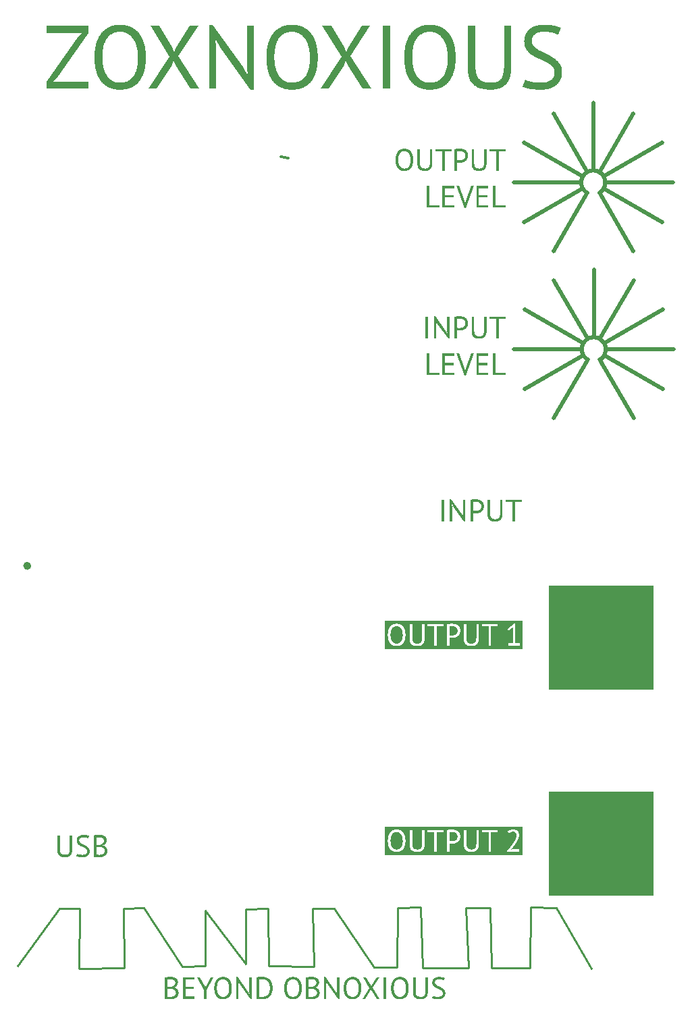
<source format=gbr>
%TF.GenerationSoftware,KiCad,Pcbnew,7.0.11*%
%TF.CreationDate,2025-10-10T23:19:54-07:00*%
%TF.ProjectId,frontpanel,66726f6e-7470-4616-9e65-6c2e6b696361,rev?*%
%TF.SameCoordinates,Original*%
%TF.FileFunction,Legend,Top*%
%TF.FilePolarity,Positive*%
%FSLAX46Y46*%
G04 Gerber Fmt 4.6, Leading zero omitted, Abs format (unit mm)*
G04 Created by KiCad (PCBNEW 7.0.11) date 2025-10-10 23:19:54*
%MOMM*%
%LPD*%
G01*
G04 APERTURE LIST*
%ADD10C,0.500000*%
%ADD11C,0.300000*%
%ADD12C,0.264582*%
%ADD13C,0.100000*%
G04 APERTURE END LIST*
D10*
X95600000Y-96650000D02*
G75*
G03*
X95100000Y-96650000I-250000J0D01*
G01*
X95100000Y-96650000D02*
G75*
G03*
X95600000Y-96650000I250000J0D01*
G01*
D11*
X127150000Y-45400000D02*
X128057405Y-45553072D01*
D10*
X164904191Y-49059408D02*
X164886780Y-49001551D01*
D12*
X117636932Y-146803059D02*
X117677910Y-139852246D01*
D10*
X165375650Y-49754646D02*
X165328774Y-49714250D01*
X167607536Y-49387583D02*
X167539712Y-49488042D01*
X165621239Y-47277533D02*
X165675138Y-47249911D01*
D12*
X153548721Y-147080869D02*
X158356804Y-147014867D01*
D10*
X164867682Y-48272016D02*
X164882805Y-48210442D01*
X166588436Y-68011812D02*
X166649971Y-68020874D01*
X164972497Y-69960736D02*
X164955086Y-69902879D01*
D12*
X125594261Y-146782613D02*
X131267380Y-146905545D01*
D10*
X166331694Y-47098672D02*
X166331694Y-38598672D01*
X167256671Y-70731353D02*
X167150000Y-70799038D01*
X167575536Y-47760073D02*
X167639801Y-47864328D01*
X166273778Y-68005281D02*
X166336611Y-68001328D01*
X165730205Y-47224445D02*
X165786380Y-47201182D01*
X167699038Y-68750000D02*
X175060255Y-64500000D01*
X165397080Y-70615578D02*
X165352117Y-70573471D01*
X165394115Y-68387238D02*
X165439719Y-68347667D01*
X167337579Y-47485910D02*
X167423936Y-47570489D01*
X167720402Y-48031484D02*
X167742813Y-48089888D01*
X165011292Y-68932812D02*
X165035972Y-68875720D01*
X167081694Y-47299634D02*
X171331695Y-39938418D01*
X165328774Y-49714250D02*
X165283811Y-49672143D01*
X167666881Y-49282278D02*
X167607536Y-49387583D01*
X167780583Y-48210442D02*
X167808150Y-48333730D01*
X164835196Y-48702997D02*
X164832182Y-48641930D01*
X167081694Y-49897710D02*
X171331695Y-57258925D01*
X165517192Y-47339057D02*
X165568570Y-47307264D01*
X164901996Y-69420338D02*
X164906577Y-69358626D01*
D12*
X114808784Y-146846257D02*
X117636932Y-146803059D01*
D10*
X167762894Y-48149557D02*
X167780583Y-48210442D01*
X165088719Y-49438454D02*
X165055853Y-49387583D01*
X164831694Y-48598672D02*
X156331694Y-48598672D01*
X167811119Y-68991216D02*
X167831200Y-69050885D01*
X164840685Y-48763707D02*
X164835196Y-48702997D01*
X165309096Y-70529726D02*
X165268046Y-70484413D01*
X167379578Y-49672143D02*
X167287738Y-49754646D01*
X167146197Y-47339057D02*
X167244836Y-47408641D01*
X167110455Y-68178861D02*
X167214503Y-68240385D01*
X165025106Y-49335500D02*
X164996507Y-49282278D01*
X166331694Y-47098672D02*
X166395084Y-47100000D01*
X164927268Y-69785099D02*
X164916922Y-69725317D01*
X164855238Y-48333730D02*
X164867682Y-48272016D01*
X165636876Y-68208592D02*
X165689545Y-68178861D01*
X167675842Y-70288911D02*
X167608018Y-70389370D01*
D12*
X101893211Y-139573232D02*
X101813503Y-147133115D01*
D10*
X165123676Y-49488042D02*
X165088719Y-49438454D01*
X167896498Y-69604325D02*
X167883078Y-69725317D01*
X167900025Y-69481905D02*
X167896498Y-69604325D01*
X167883078Y-69725317D02*
X167860001Y-69844310D01*
X167708107Y-68765656D02*
X167737141Y-68819985D01*
X164900495Y-48149557D02*
X164920575Y-48089888D01*
X164988881Y-68991216D02*
X165011292Y-68932812D01*
D12*
X141806999Y-139543820D02*
X144695495Y-139401509D01*
D10*
X166336611Y-68001328D02*
X166400000Y-68000000D01*
X165267127Y-68516730D02*
X165307758Y-68471817D01*
X165492716Y-70694590D02*
X165443956Y-70655974D01*
X167630732Y-47848672D02*
X174991949Y-43598672D01*
X167876456Y-69235058D02*
X167893423Y-69358626D01*
X167831719Y-48580577D02*
X167828192Y-48702997D01*
X167356044Y-70655974D02*
X167256671Y-70731353D01*
X164832182Y-48641930D02*
X164831669Y-48580577D01*
D12*
X144695495Y-139401509D02*
X144960739Y-147075040D01*
D10*
X164900000Y-69500000D02*
X156400000Y-69500000D01*
X164833690Y-48519010D02*
X164838271Y-48457298D01*
X165350108Y-68428637D02*
X165394115Y-68387238D01*
X167695723Y-47974392D02*
X167720402Y-48031484D01*
X167831694Y-48598672D02*
X176331695Y-48598672D01*
D12*
X125571533Y-139628034D02*
X125594261Y-146782613D01*
D10*
X164920575Y-48089888D02*
X164942986Y-48031484D01*
X165199740Y-49583085D02*
X165160693Y-49536276D01*
X165191266Y-68611569D02*
X165228276Y-68563330D01*
X167893423Y-69358626D02*
X167900025Y-69481905D01*
X167571724Y-68563330D02*
X167643842Y-68661401D01*
X167791695Y-48942982D02*
X167759197Y-49059408D01*
X165228999Y-70437604D02*
X165191982Y-70389370D01*
D12*
X131267380Y-146905545D02*
X131160454Y-139608662D01*
D10*
X165307758Y-68471817D02*
X165350108Y-68428637D01*
X166089235Y-68032420D02*
X166150029Y-68020874D01*
X166888094Y-68081496D02*
X167001489Y-68125773D01*
X167042149Y-47277533D02*
X167146197Y-47339057D01*
X166211564Y-68011812D02*
X166273778Y-68005281D01*
D12*
X131160454Y-139608662D02*
X133824692Y-139588162D01*
D10*
X164913750Y-69296843D02*
X164923544Y-69235058D01*
X167735187Y-70183606D02*
X167675842Y-70288911D01*
X167860001Y-69844310D02*
X167827503Y-69960736D01*
X166457916Y-47103953D02*
X166520130Y-47110484D01*
X166143258Y-47110484D02*
X166205472Y-47103953D01*
X167848889Y-69111770D02*
X167876456Y-69235058D01*
X164970087Y-49227986D02*
X164945875Y-49172696D01*
X166933183Y-47224445D02*
X167042149Y-47277533D01*
X167668835Y-47918657D02*
X167695723Y-47974392D01*
X165062859Y-68819985D02*
X165091894Y-68765656D01*
X166642459Y-47131092D02*
X166702452Y-47145076D01*
X167539712Y-49488042D02*
X167463648Y-49583085D01*
X164848616Y-48823989D02*
X164840685Y-48763707D01*
X165325809Y-47485910D02*
X165371413Y-47446339D01*
X165581694Y-47299634D02*
X161331694Y-39938418D01*
D12*
X101813503Y-147133115D02*
X107540241Y-147092114D01*
D10*
X165055853Y-49387583D02*
X165025106Y-49335500D01*
X165581694Y-49897710D02*
X165527461Y-49864865D01*
X165743444Y-68151239D02*
X165798511Y-68125773D01*
X165475023Y-49830025D02*
X165424410Y-49793262D01*
D13*
X160800000Y-124925000D02*
X173800000Y-124925000D01*
X173800000Y-137925000D01*
X160800000Y-137925000D01*
X160800000Y-124925000D01*
G36*
X160800000Y-124925000D02*
G01*
X173800000Y-124925000D01*
X173800000Y-137925000D01*
X160800000Y-137925000D01*
X160800000Y-124925000D01*
G37*
D10*
X165854686Y-68102510D02*
X165911907Y-68081496D01*
D12*
X150662506Y-147073041D02*
X150373413Y-139524678D01*
X150373413Y-139524678D02*
X153426941Y-139504178D01*
D10*
X165901807Y-47161450D02*
X165960936Y-47145076D01*
X165087852Y-47760073D02*
X165122960Y-47710241D01*
X167150000Y-68200962D02*
X171400001Y-60839746D01*
X165240790Y-49628398D02*
X165199740Y-49583085D01*
X164942986Y-48031484D02*
X164967666Y-47974392D01*
X164968801Y-69050885D02*
X164988881Y-68991216D01*
X167717514Y-49172696D02*
X167666881Y-49282278D01*
X167214503Y-68240385D02*
X167313142Y-68309969D01*
X164935988Y-69173344D02*
X164951111Y-69111770D01*
X167492242Y-68471817D02*
X167571724Y-68563330D01*
X165911907Y-68081496D02*
X165970113Y-68062778D01*
X164908991Y-69665035D02*
X164903502Y-69604325D01*
X166400000Y-68000000D02*
X166400000Y-59500000D01*
X165970113Y-68062778D02*
X166029242Y-68046404D01*
X165123014Y-68712779D02*
X165156158Y-68661401D01*
X167313142Y-68309969D02*
X167405885Y-68387238D01*
D13*
X160800000Y-99125000D02*
X173800000Y-99125000D01*
X173800000Y-112125000D01*
X160800000Y-112125000D01*
X160800000Y-99125000D01*
G36*
X160800000Y-99125000D02*
G01*
X173800000Y-99125000D01*
X173800000Y-112125000D01*
X160800000Y-112125000D01*
X160800000Y-99125000D01*
G37*
D10*
X167643842Y-68661401D02*
X167708107Y-68765656D01*
X165093412Y-70236828D02*
X165064813Y-70183606D01*
X165650000Y-70799038D02*
X161400000Y-78160253D01*
X164994553Y-47918657D02*
X165023588Y-47864328D01*
X166268305Y-47100000D02*
X166331694Y-47098672D01*
X165100962Y-68750000D02*
X157739746Y-64500000D01*
X167737141Y-68819985D02*
X167764029Y-68875720D01*
X165675138Y-47249911D02*
X165730205Y-47224445D01*
X165100962Y-70250000D02*
X157739747Y-74500000D01*
X165283811Y-49672143D02*
X165240790Y-49628398D01*
X164951111Y-69111770D02*
X164968801Y-69050885D01*
X165157025Y-70339782D02*
X165124159Y-70288911D01*
D12*
X158356804Y-147014867D02*
X158479744Y-139466519D01*
D10*
X164906577Y-69358626D02*
X164913750Y-69296843D01*
X167188365Y-49830025D02*
X167081694Y-49897710D01*
X167531954Y-70484413D02*
X167447884Y-70573471D01*
X165486858Y-68309969D02*
X165535471Y-68274193D01*
X164882805Y-48210442D02*
X164900495Y-48149557D01*
X164939999Y-69844310D02*
X164927268Y-69785099D01*
X165032656Y-47848672D02*
X157671440Y-43598672D01*
X166526222Y-68005281D02*
X166588436Y-68011812D01*
X164996507Y-49282278D02*
X164970087Y-49227986D01*
X166649971Y-68020874D02*
X166710765Y-68032420D01*
X165064813Y-70183606D02*
X165038393Y-70129314D01*
X165650000Y-68200962D02*
X161400000Y-60839746D01*
X166463390Y-68001328D02*
X166526222Y-68005281D01*
X166395084Y-47100000D02*
X166457916Y-47103953D01*
D12*
X144960739Y-147075040D02*
X150662506Y-147073041D01*
D10*
X165650000Y-70799038D02*
X165595767Y-70766193D01*
X164923900Y-49116480D02*
X164904191Y-49059408D01*
D12*
X94133304Y-146800000D02*
X99361244Y-139621632D01*
D10*
X165467165Y-47372865D02*
X165517192Y-47339057D01*
X165032656Y-49348672D02*
X157671441Y-53598672D01*
X167788708Y-68932812D02*
X167811119Y-68991216D01*
X167463648Y-49583085D02*
X167379578Y-49672143D01*
X164900488Y-69543258D02*
X164899975Y-69481905D01*
X167814772Y-48823989D02*
X167791695Y-48942982D01*
X165054708Y-47811451D02*
X165087852Y-47760073D01*
X165124159Y-70288911D02*
X165093412Y-70236828D01*
X167405885Y-68387238D02*
X167492242Y-68471817D01*
X165014181Y-70074024D02*
X164992206Y-70017808D01*
X164967666Y-47974392D02*
X164994553Y-47918657D01*
X164992206Y-70017808D02*
X164972497Y-69960736D01*
X165023588Y-47864328D02*
X165054708Y-47811451D01*
X165268046Y-70484413D02*
X165228999Y-70437604D01*
X165239452Y-47570489D02*
X165281802Y-47527309D01*
X167447884Y-70573471D02*
X167356044Y-70655974D01*
X167503418Y-47662002D02*
X167575536Y-47760073D01*
X164838271Y-48457298D02*
X164845444Y-48395515D01*
D12*
X107540241Y-147092114D02*
X107394577Y-139610845D01*
D10*
X167764029Y-68875720D02*
X167788708Y-68932812D01*
X166702452Y-47145076D02*
X166819788Y-47180168D01*
D12*
X107394577Y-139610845D02*
X109939239Y-139526647D01*
D10*
X165122960Y-47710241D02*
X165159970Y-47662002D01*
X167423936Y-47570489D02*
X167503418Y-47662002D01*
X167608018Y-70389370D02*
X167531954Y-70484413D01*
X167287738Y-49754646D02*
X167188365Y-49830025D01*
X165038393Y-70129314D02*
X165014181Y-70074024D01*
X165371413Y-47446339D02*
X165418552Y-47408641D01*
X166770758Y-68046404D02*
X166888094Y-68081496D01*
X165439719Y-68347667D02*
X165486858Y-68309969D01*
X167827503Y-69960736D02*
X167785820Y-70074024D01*
X166520130Y-47110484D02*
X166581665Y-47119546D01*
X165159970Y-47662002D02*
X165198821Y-47615402D01*
D12*
X122746750Y-139688336D02*
X125571533Y-139628034D01*
D10*
X165198821Y-47615402D02*
X165239452Y-47570489D01*
X167808150Y-48333730D02*
X167825117Y-48457298D01*
X165228276Y-68563330D02*
X165267127Y-68516730D01*
X164831669Y-48580577D02*
X164833690Y-48519010D01*
X165035972Y-68875720D02*
X165062859Y-68819985D01*
X165843601Y-47180168D02*
X165901807Y-47161450D01*
X165543329Y-70731353D02*
X165492716Y-70694590D01*
X165281802Y-47527309D02*
X165325809Y-47485910D01*
X165527461Y-49864865D02*
X165475023Y-49830025D01*
X165786380Y-47201182D02*
X165843601Y-47180168D01*
X166029242Y-68046404D02*
X166089235Y-68032420D01*
X166400000Y-68000000D02*
X166463390Y-68001328D01*
X167828192Y-48702997D02*
X167814772Y-48823989D01*
D12*
X109939239Y-139526647D02*
X114808784Y-146846257D01*
X158479744Y-139466519D02*
X161707275Y-139487019D01*
D10*
X166710765Y-68032420D02*
X166770758Y-68046404D01*
X165595767Y-70766193D02*
X165543329Y-70731353D01*
X165568570Y-47307264D02*
X165621239Y-47277533D01*
D12*
X138862640Y-147011342D02*
X141728409Y-146969243D01*
X122769478Y-146515073D02*
X122746750Y-139688336D01*
X133824692Y-139588162D02*
X138862640Y-147011342D01*
D10*
X166205472Y-47103953D02*
X166268305Y-47100000D01*
X164886780Y-49001551D02*
X164871693Y-48942982D01*
X164903502Y-69604325D02*
X164900488Y-69543258D01*
X165689545Y-68178861D02*
X165743444Y-68151239D01*
X167759197Y-49059408D02*
X167717514Y-49172696D01*
X167699038Y-70250000D02*
X175060255Y-74500000D01*
X167639801Y-47864328D02*
X167668835Y-47918657D01*
D12*
X99361244Y-139621632D02*
X101893211Y-139573232D01*
D10*
X164899975Y-69481905D02*
X164901996Y-69420338D01*
X164871693Y-48942982D02*
X164858962Y-48883771D01*
X166150029Y-68020874D02*
X166211564Y-68011812D01*
X165535471Y-68274193D02*
X165585498Y-68240385D01*
X164845444Y-48395515D02*
X164855238Y-48333730D01*
X167630732Y-49348672D02*
X174991949Y-53598672D01*
X167900000Y-69500000D02*
X176400001Y-69500000D01*
X166081723Y-47119546D02*
X166143258Y-47110484D01*
X167785820Y-70074024D02*
X167735187Y-70183606D01*
X166581665Y-47119546D02*
X166642459Y-47131092D01*
X167742813Y-48089888D02*
X167762894Y-48149557D01*
X165424410Y-49793262D02*
X165375650Y-49754646D01*
X165352117Y-70573471D02*
X165309096Y-70529726D01*
X165798511Y-68125773D02*
X165854686Y-68102510D01*
X167831200Y-69050885D02*
X167848889Y-69111770D01*
X166819788Y-47180168D02*
X166933183Y-47224445D01*
D12*
X153426941Y-139504178D02*
X153548721Y-147080869D01*
D10*
X167150000Y-70799038D02*
X171400001Y-78160253D01*
X165960936Y-47145076D02*
X166020929Y-47131092D01*
X165160693Y-49536276D02*
X165123676Y-49488042D01*
X165418552Y-47408641D02*
X165467165Y-47372865D01*
X167825117Y-48457298D02*
X167831719Y-48580577D01*
X164858962Y-48883771D02*
X164848616Y-48823989D01*
X167001489Y-68125773D02*
X167110455Y-68178861D01*
X164916922Y-69725317D02*
X164908991Y-69665035D01*
X164955086Y-69902879D02*
X164939999Y-69844310D01*
X164945875Y-49172696D02*
X164923900Y-49116480D01*
X165443956Y-70655974D02*
X165397080Y-70615578D01*
X165585498Y-68240385D02*
X165636876Y-68208592D01*
D12*
X117677910Y-139852246D02*
X122769478Y-146515073D01*
D10*
X165091894Y-68765656D02*
X165123014Y-68712779D01*
D12*
X141728409Y-146969243D02*
X141806999Y-139543820D01*
D10*
X164923544Y-69235058D02*
X164935988Y-69173344D01*
X166020929Y-47131092D02*
X166081723Y-47119546D01*
X165156158Y-68661401D02*
X165191266Y-68611569D01*
X165191982Y-70389370D02*
X165157025Y-70339782D01*
X167244836Y-47408641D02*
X167337579Y-47485910D01*
X165581694Y-49897710D02*
X161331694Y-57258925D01*
D12*
X161707275Y-139487019D02*
X166106697Y-147174313D01*
D13*
G36*
X145294758Y-65418012D02*
G01*
X145615815Y-65418012D01*
X145615815Y-68126177D01*
X145294758Y-68126177D01*
X145294758Y-65418012D01*
G37*
G36*
X146828847Y-66354317D02*
G01*
X146619958Y-65963406D01*
X146604510Y-65963406D01*
X146643467Y-66354317D01*
X146643467Y-68126177D01*
X146341888Y-68126177D01*
X146341888Y-65375025D01*
X146511820Y-65375025D01*
X147808139Y-67182483D01*
X148008967Y-67553916D01*
X148028446Y-67553916D01*
X147986131Y-67182483D01*
X147986131Y-65418012D01*
X148287709Y-65418012D01*
X148287709Y-68169163D01*
X148117106Y-68169163D01*
X146828847Y-66354317D01*
G37*
G36*
X149618798Y-65375338D02*
G01*
X149652331Y-65376277D01*
X149685970Y-65377841D01*
X149719716Y-65380031D01*
X149753567Y-65382847D01*
X149787525Y-65386289D01*
X149821589Y-65390356D01*
X149855760Y-65395049D01*
X149890037Y-65400368D01*
X149924420Y-65406313D01*
X149947401Y-65410623D01*
X149981612Y-65417818D01*
X150015234Y-65426051D01*
X150048265Y-65435323D01*
X150080706Y-65445634D01*
X150112556Y-65456984D01*
X150143816Y-65469373D01*
X150174486Y-65482802D01*
X150204565Y-65497269D01*
X150234055Y-65512775D01*
X150262953Y-65529320D01*
X150281891Y-65540927D01*
X150309731Y-65559316D01*
X150336580Y-65578968D01*
X150362436Y-65599884D01*
X150387301Y-65622062D01*
X150411174Y-65645505D01*
X150434055Y-65670210D01*
X150455945Y-65696179D01*
X150476843Y-65723411D01*
X150496749Y-65751906D01*
X150515663Y-65781665D01*
X150527722Y-65802206D01*
X150544646Y-65834109D01*
X150559907Y-65867607D01*
X150573502Y-65902698D01*
X150585433Y-65939383D01*
X150595698Y-65977663D01*
X150601618Y-66004068D01*
X150606797Y-66031181D01*
X150611236Y-66059003D01*
X150614935Y-66087533D01*
X150617895Y-66116771D01*
X150620115Y-66146718D01*
X150621594Y-66177374D01*
X150622334Y-66208737D01*
X150622427Y-66224685D01*
X150622078Y-66255946D01*
X150621031Y-66286594D01*
X150619286Y-66316627D01*
X150616844Y-66346047D01*
X150613703Y-66374852D01*
X150609864Y-66403044D01*
X150605328Y-66430622D01*
X150600094Y-66457586D01*
X150594162Y-66483936D01*
X150583955Y-66522309D01*
X150572178Y-66559301D01*
X150558830Y-66594912D01*
X150543912Y-66629142D01*
X150533095Y-66651194D01*
X150515958Y-66683239D01*
X150497793Y-66714139D01*
X150478601Y-66743894D01*
X150458382Y-66772503D01*
X150437136Y-66799968D01*
X150414863Y-66826287D01*
X150391563Y-66851460D01*
X150367235Y-66875489D01*
X150341880Y-66898372D01*
X150315498Y-66920110D01*
X150297340Y-66933966D01*
X150269387Y-66953831D01*
X150240691Y-66972621D01*
X150211251Y-66990337D01*
X150181068Y-67006978D01*
X150150140Y-67022546D01*
X150118469Y-67037038D01*
X150086053Y-67050457D01*
X150052894Y-67062800D01*
X150018992Y-67074070D01*
X149984345Y-67084265D01*
X149960834Y-67090465D01*
X149925213Y-67098867D01*
X149889380Y-67106443D01*
X149853334Y-67113193D01*
X149817076Y-67119116D01*
X149780605Y-67124212D01*
X149743922Y-67128482D01*
X149707026Y-67131926D01*
X149669918Y-67134543D01*
X149632597Y-67136334D01*
X149595064Y-67137298D01*
X149569923Y-67137481D01*
X149542548Y-67137481D01*
X149514322Y-67137481D01*
X149506115Y-67137481D01*
X149478015Y-67137285D01*
X149449128Y-67136694D01*
X149419454Y-67135710D01*
X149413425Y-67135466D01*
X149386382Y-67134227D01*
X149356707Y-67132600D01*
X149327427Y-67130711D01*
X149318719Y-67130093D01*
X149290032Y-67127322D01*
X149262703Y-67123796D01*
X149252896Y-67122033D01*
X149252896Y-68126177D01*
X148931839Y-68126177D01*
X148931839Y-66821126D01*
X149252896Y-66821126D01*
X149280037Y-66827460D01*
X149306956Y-66830104D01*
X149314689Y-66830529D01*
X149341884Y-66831789D01*
X149369735Y-66833048D01*
X149398241Y-66834307D01*
X149404021Y-66834559D01*
X149432593Y-66835622D01*
X149460378Y-66836291D01*
X149487376Y-66836566D01*
X149492681Y-66836574D01*
X149521206Y-66836574D01*
X149549248Y-66836574D01*
X149554475Y-66836574D01*
X149587355Y-66836186D01*
X149620172Y-66835021D01*
X149652927Y-66833079D01*
X149685618Y-66830361D01*
X149718246Y-66826867D01*
X149750812Y-66822595D01*
X149783314Y-66817547D01*
X149815754Y-66811723D01*
X149847763Y-66804712D01*
X149878974Y-66796442D01*
X149909388Y-66786913D01*
X149939005Y-66776124D01*
X149967823Y-66764076D01*
X149995845Y-66750769D01*
X150023068Y-66736202D01*
X150049494Y-66720376D01*
X150075049Y-66703080D01*
X150099323Y-66684106D01*
X150122318Y-66663452D01*
X150144031Y-66641119D01*
X150164465Y-66617107D01*
X150183618Y-66591416D01*
X150201490Y-66564045D01*
X150218083Y-66534995D01*
X150233038Y-66503920D01*
X150245999Y-66470809D01*
X150254411Y-66444640D01*
X150261702Y-66417325D01*
X150267871Y-66388865D01*
X150272918Y-66359260D01*
X150276844Y-66328509D01*
X150279648Y-66296614D01*
X150281330Y-66263573D01*
X150281891Y-66229387D01*
X150281360Y-66200126D01*
X150279766Y-66171786D01*
X150277109Y-66144367D01*
X150271915Y-66109241D01*
X150264831Y-66075752D01*
X150255857Y-66043900D01*
X150244995Y-66013685D01*
X150232244Y-65985108D01*
X150221441Y-65964749D01*
X150205888Y-65938722D01*
X150189117Y-65914039D01*
X150171129Y-65890698D01*
X150151923Y-65868701D01*
X150131501Y-65848047D01*
X150109860Y-65828737D01*
X150087003Y-65810770D01*
X150062927Y-65794146D01*
X150038002Y-65778771D01*
X150012259Y-65764550D01*
X149985696Y-65751484D01*
X149958315Y-65739573D01*
X149930116Y-65728816D01*
X149901097Y-65719213D01*
X149871261Y-65710765D01*
X149840605Y-65703471D01*
X149809709Y-65697016D01*
X149778812Y-65691423D01*
X149747915Y-65686689D01*
X149717019Y-65682817D01*
X149686122Y-65679805D01*
X149655225Y-65677653D01*
X149624328Y-65676363D01*
X149593432Y-65675932D01*
X149562144Y-65676031D01*
X149531250Y-65676326D01*
X149500749Y-65676818D01*
X149470642Y-65677506D01*
X149440929Y-65678392D01*
X149411609Y-65679474D01*
X149399991Y-65679962D01*
X149371960Y-65681500D01*
X149340791Y-65684082D01*
X149312313Y-65687467D01*
X149282491Y-65692430D01*
X149252896Y-65699441D01*
X149252896Y-66821126D01*
X148931839Y-66821126D01*
X148931839Y-65433460D01*
X148959620Y-65427118D01*
X148987802Y-65421189D01*
X149016386Y-65415673D01*
X149045372Y-65410571D01*
X149074758Y-65405882D01*
X149104547Y-65401606D01*
X149134736Y-65397743D01*
X149165327Y-65394294D01*
X149196320Y-65391257D01*
X149227714Y-65388634D01*
X149248866Y-65387115D01*
X149280813Y-65384954D01*
X149312677Y-65383006D01*
X149344459Y-65381271D01*
X149376158Y-65379748D01*
X149407774Y-65378437D01*
X149439307Y-65377339D01*
X149470758Y-65376454D01*
X149502127Y-65375781D01*
X149533412Y-65375320D01*
X149564616Y-65375072D01*
X149585372Y-65375025D01*
X149618798Y-65375338D01*
G37*
G36*
X152638774Y-65418012D02*
G01*
X152948412Y-65418012D01*
X152948412Y-67230172D01*
X152948163Y-67260475D01*
X152947415Y-67290265D01*
X152946169Y-67319540D01*
X152944424Y-67348301D01*
X152942181Y-67376548D01*
X152939439Y-67404281D01*
X152936199Y-67431499D01*
X152932460Y-67458203D01*
X152925917Y-67497295D01*
X152918253Y-67535230D01*
X152909467Y-67572007D01*
X152899559Y-67607628D01*
X152888530Y-67642092D01*
X152884604Y-67653322D01*
X152872162Y-67686141D01*
X152858763Y-67717850D01*
X152844408Y-67748449D01*
X152829097Y-67777938D01*
X152812829Y-67806317D01*
X152795605Y-67833586D01*
X152777425Y-67859746D01*
X152758288Y-67884796D01*
X152738196Y-67908736D01*
X152717146Y-67931566D01*
X152702582Y-67946170D01*
X152680112Y-67967054D01*
X152656780Y-67986887D01*
X152632586Y-68005669D01*
X152607531Y-68023401D01*
X152581613Y-68040082D01*
X152554833Y-68055712D01*
X152527192Y-68070291D01*
X152498689Y-68083819D01*
X152469324Y-68096297D01*
X152439097Y-68107724D01*
X152418467Y-68114758D01*
X152386933Y-68124481D01*
X152354797Y-68133247D01*
X152322059Y-68141057D01*
X152288719Y-68147911D01*
X152254777Y-68153809D01*
X152220233Y-68158750D01*
X152185086Y-68162735D01*
X152149338Y-68165763D01*
X152112987Y-68167835D01*
X152076034Y-68168951D01*
X152051064Y-68169163D01*
X152021321Y-68168951D01*
X151992039Y-68168316D01*
X151963217Y-68167256D01*
X151934855Y-68165773D01*
X151906954Y-68163867D01*
X151879513Y-68161536D01*
X151852533Y-68158782D01*
X151799954Y-68152002D01*
X151749217Y-68143528D01*
X151700322Y-68133358D01*
X151653268Y-68121494D01*
X151608057Y-68107935D01*
X151564687Y-68092680D01*
X151523159Y-68075731D01*
X151483473Y-68057087D01*
X151445628Y-68036748D01*
X151409626Y-68014714D01*
X151375465Y-67990986D01*
X151343147Y-67965562D01*
X151327678Y-67952215D01*
X151298153Y-67924133D01*
X151270534Y-67894294D01*
X151244819Y-67862696D01*
X151221009Y-67829341D01*
X151199103Y-67794228D01*
X151179103Y-67757357D01*
X151161007Y-67718729D01*
X151144816Y-67678342D01*
X151130530Y-67636197D01*
X151118149Y-67592295D01*
X151107673Y-67546635D01*
X151099101Y-67499217D01*
X151092434Y-67450041D01*
X151087672Y-67399107D01*
X151084815Y-67346415D01*
X151084101Y-67319410D01*
X151083863Y-67291965D01*
X151083863Y-65418012D01*
X151404920Y-65418012D01*
X151404920Y-67131436D01*
X151405274Y-67169167D01*
X151406337Y-67205787D01*
X151408108Y-67241297D01*
X151410587Y-67275698D01*
X151413775Y-67308989D01*
X151417671Y-67341170D01*
X151422276Y-67372241D01*
X151427589Y-67402203D01*
X151433610Y-67431054D01*
X151440340Y-67458796D01*
X151445220Y-67476674D01*
X151453256Y-67502642D01*
X151465073Y-67535780D01*
X151478150Y-67567217D01*
X151492486Y-67596954D01*
X151508081Y-67624991D01*
X151524936Y-67651328D01*
X151543050Y-67675964D01*
X151562423Y-67698901D01*
X151567463Y-67704369D01*
X151588411Y-67725285D01*
X151610618Y-67744711D01*
X151634084Y-67762647D01*
X151658810Y-67779092D01*
X151684795Y-67794047D01*
X151712040Y-67807512D01*
X151740544Y-67819487D01*
X151770307Y-67829971D01*
X151801487Y-67838944D01*
X151833906Y-67846721D01*
X151867562Y-67853301D01*
X151902458Y-67858685D01*
X151929442Y-67861938D01*
X151957123Y-67864517D01*
X151985500Y-67866424D01*
X152014574Y-67867658D01*
X152044344Y-67868219D01*
X152054423Y-67868256D01*
X152092933Y-67867587D01*
X152130048Y-67865580D01*
X152165767Y-67862235D01*
X152200091Y-67857551D01*
X152233018Y-67851530D01*
X152264550Y-67844170D01*
X152294685Y-67835473D01*
X152323426Y-67825437D01*
X152350770Y-67814063D01*
X152376718Y-67801352D01*
X152401271Y-67787302D01*
X152424428Y-67771914D01*
X152446189Y-67755188D01*
X152466554Y-67737123D01*
X152485523Y-67717721D01*
X152503097Y-67696981D01*
X152519526Y-67674622D01*
X152534896Y-67650531D01*
X152549206Y-67624708D01*
X152562455Y-67597154D01*
X152574645Y-67567868D01*
X152585775Y-67536851D01*
X152595845Y-67504102D01*
X152604854Y-67469621D01*
X152612804Y-67433409D01*
X152619694Y-67395465D01*
X152625524Y-67355789D01*
X152630294Y-67314382D01*
X152634004Y-67271243D01*
X152636654Y-67226372D01*
X152638244Y-67179770D01*
X152638774Y-67131436D01*
X152638774Y-65418012D01*
G37*
G36*
X155341565Y-65718919D02*
G01*
X154497950Y-65718919D01*
X154497950Y-68126177D01*
X154176893Y-68126177D01*
X154176893Y-65718919D01*
X153333950Y-65718919D01*
X153333950Y-65418012D01*
X155341565Y-65418012D01*
X155341565Y-65718919D01*
G37*
G36*
X147040422Y-72746177D02*
G01*
X145439166Y-72746177D01*
X145439166Y-70038012D01*
X145760223Y-70038012D01*
X145760223Y-72445269D01*
X147040422Y-72445269D01*
X147040422Y-72746177D01*
G37*
G36*
X147427303Y-70038012D02*
G01*
X148900942Y-70038012D01*
X148900942Y-70338919D01*
X147748360Y-70338919D01*
X147748360Y-71198654D01*
X148804222Y-71198654D01*
X148804222Y-71499561D01*
X147748360Y-71499561D01*
X147748360Y-72445269D01*
X148920420Y-72445269D01*
X148920420Y-72746177D01*
X147427303Y-72746177D01*
X147427303Y-70038012D01*
G37*
G36*
X150194574Y-71899203D02*
G01*
X150287264Y-72309592D01*
X150291294Y-72309592D01*
X150392044Y-71891815D01*
X151045577Y-70038012D01*
X151366634Y-70038012D01*
X150341669Y-72789163D01*
X150198604Y-72789163D01*
X149153489Y-70038012D01*
X149506114Y-70038012D01*
X150194574Y-71899203D01*
G37*
G36*
X151677617Y-70038012D02*
G01*
X153151256Y-70038012D01*
X153151256Y-70338919D01*
X151998674Y-70338919D01*
X151998674Y-71198654D01*
X153054536Y-71198654D01*
X153054536Y-71499561D01*
X151998674Y-71499561D01*
X151998674Y-72445269D01*
X153170734Y-72445269D01*
X153170734Y-72746177D01*
X151677617Y-72746177D01*
X151677617Y-70038012D01*
G37*
G36*
X155342236Y-72746177D02*
G01*
X153740980Y-72746177D01*
X153740980Y-70038012D01*
X154062037Y-70038012D01*
X154062037Y-72445269D01*
X155342236Y-72445269D01*
X155342236Y-72746177D01*
G37*
G36*
X147294758Y-88353012D02*
G01*
X147615815Y-88353012D01*
X147615815Y-91061177D01*
X147294758Y-91061177D01*
X147294758Y-88353012D01*
G37*
G36*
X148828847Y-89289317D02*
G01*
X148619958Y-88898406D01*
X148604510Y-88898406D01*
X148643467Y-89289317D01*
X148643467Y-91061177D01*
X148341888Y-91061177D01*
X148341888Y-88310025D01*
X148511820Y-88310025D01*
X149808139Y-90117483D01*
X150008967Y-90488916D01*
X150028446Y-90488916D01*
X149986131Y-90117483D01*
X149986131Y-88353012D01*
X150287709Y-88353012D01*
X150287709Y-91104163D01*
X150117106Y-91104163D01*
X148828847Y-89289317D01*
G37*
G36*
X151618798Y-88310338D02*
G01*
X151652331Y-88311277D01*
X151685970Y-88312841D01*
X151719716Y-88315031D01*
X151753567Y-88317847D01*
X151787525Y-88321289D01*
X151821589Y-88325356D01*
X151855760Y-88330049D01*
X151890037Y-88335368D01*
X151924420Y-88341313D01*
X151947401Y-88345623D01*
X151981612Y-88352818D01*
X152015234Y-88361051D01*
X152048265Y-88370323D01*
X152080706Y-88380634D01*
X152112556Y-88391984D01*
X152143816Y-88404373D01*
X152174486Y-88417802D01*
X152204565Y-88432269D01*
X152234055Y-88447775D01*
X152262953Y-88464320D01*
X152281891Y-88475927D01*
X152309731Y-88494316D01*
X152336580Y-88513968D01*
X152362436Y-88534884D01*
X152387301Y-88557062D01*
X152411174Y-88580505D01*
X152434055Y-88605210D01*
X152455945Y-88631179D01*
X152476843Y-88658411D01*
X152496749Y-88686906D01*
X152515663Y-88716665D01*
X152527722Y-88737206D01*
X152544646Y-88769109D01*
X152559907Y-88802607D01*
X152573502Y-88837698D01*
X152585433Y-88874383D01*
X152595698Y-88912663D01*
X152601618Y-88939068D01*
X152606797Y-88966181D01*
X152611236Y-88994003D01*
X152614935Y-89022533D01*
X152617895Y-89051771D01*
X152620115Y-89081718D01*
X152621594Y-89112374D01*
X152622334Y-89143737D01*
X152622427Y-89159685D01*
X152622078Y-89190946D01*
X152621031Y-89221594D01*
X152619286Y-89251627D01*
X152616844Y-89281047D01*
X152613703Y-89309852D01*
X152609864Y-89338044D01*
X152605328Y-89365622D01*
X152600094Y-89392586D01*
X152594162Y-89418936D01*
X152583955Y-89457309D01*
X152572178Y-89494301D01*
X152558830Y-89529912D01*
X152543912Y-89564142D01*
X152533095Y-89586194D01*
X152515958Y-89618239D01*
X152497793Y-89649139D01*
X152478601Y-89678894D01*
X152458382Y-89707503D01*
X152437136Y-89734968D01*
X152414863Y-89761287D01*
X152391563Y-89786460D01*
X152367235Y-89810489D01*
X152341880Y-89833372D01*
X152315498Y-89855110D01*
X152297340Y-89868966D01*
X152269387Y-89888831D01*
X152240691Y-89907621D01*
X152211251Y-89925337D01*
X152181068Y-89941978D01*
X152150140Y-89957546D01*
X152118469Y-89972038D01*
X152086053Y-89985457D01*
X152052894Y-89997800D01*
X152018992Y-90009070D01*
X151984345Y-90019265D01*
X151960834Y-90025465D01*
X151925213Y-90033867D01*
X151889380Y-90041443D01*
X151853334Y-90048193D01*
X151817076Y-90054116D01*
X151780605Y-90059212D01*
X151743922Y-90063482D01*
X151707026Y-90066926D01*
X151669918Y-90069543D01*
X151632597Y-90071334D01*
X151595064Y-90072298D01*
X151569923Y-90072481D01*
X151542548Y-90072481D01*
X151514322Y-90072481D01*
X151506115Y-90072481D01*
X151478015Y-90072285D01*
X151449128Y-90071694D01*
X151419454Y-90070710D01*
X151413425Y-90070466D01*
X151386382Y-90069227D01*
X151356707Y-90067600D01*
X151327427Y-90065711D01*
X151318719Y-90065093D01*
X151290032Y-90062322D01*
X151262703Y-90058796D01*
X151252896Y-90057033D01*
X151252896Y-91061177D01*
X150931839Y-91061177D01*
X150931839Y-89756126D01*
X151252896Y-89756126D01*
X151280037Y-89762460D01*
X151306956Y-89765104D01*
X151314689Y-89765529D01*
X151341884Y-89766789D01*
X151369735Y-89768048D01*
X151398241Y-89769307D01*
X151404021Y-89769559D01*
X151432593Y-89770622D01*
X151460378Y-89771291D01*
X151487376Y-89771566D01*
X151492681Y-89771574D01*
X151521206Y-89771574D01*
X151549248Y-89771574D01*
X151554475Y-89771574D01*
X151587355Y-89771186D01*
X151620172Y-89770021D01*
X151652927Y-89768079D01*
X151685618Y-89765361D01*
X151718246Y-89761867D01*
X151750812Y-89757595D01*
X151783314Y-89752547D01*
X151815754Y-89746723D01*
X151847763Y-89739712D01*
X151878974Y-89731442D01*
X151909388Y-89721913D01*
X151939005Y-89711124D01*
X151967823Y-89699076D01*
X151995845Y-89685769D01*
X152023068Y-89671202D01*
X152049494Y-89655376D01*
X152075049Y-89638080D01*
X152099323Y-89619106D01*
X152122318Y-89598452D01*
X152144031Y-89576119D01*
X152164465Y-89552107D01*
X152183618Y-89526416D01*
X152201490Y-89499045D01*
X152218083Y-89469995D01*
X152233038Y-89438920D01*
X152245999Y-89405809D01*
X152254411Y-89379640D01*
X152261702Y-89352325D01*
X152267871Y-89323865D01*
X152272918Y-89294260D01*
X152276844Y-89263509D01*
X152279648Y-89231614D01*
X152281330Y-89198573D01*
X152281891Y-89164387D01*
X152281360Y-89135126D01*
X152279766Y-89106786D01*
X152277109Y-89079367D01*
X152271915Y-89044241D01*
X152264831Y-89010752D01*
X152255857Y-88978900D01*
X152244995Y-88948685D01*
X152232244Y-88920108D01*
X152221441Y-88899749D01*
X152205888Y-88873722D01*
X152189117Y-88849039D01*
X152171129Y-88825698D01*
X152151923Y-88803701D01*
X152131501Y-88783047D01*
X152109860Y-88763737D01*
X152087003Y-88745770D01*
X152062927Y-88729146D01*
X152038002Y-88713771D01*
X152012259Y-88699550D01*
X151985696Y-88686484D01*
X151958315Y-88674573D01*
X151930116Y-88663816D01*
X151901097Y-88654213D01*
X151871261Y-88645765D01*
X151840605Y-88638471D01*
X151809709Y-88632016D01*
X151778812Y-88626423D01*
X151747915Y-88621689D01*
X151717019Y-88617817D01*
X151686122Y-88614805D01*
X151655225Y-88612653D01*
X151624328Y-88611363D01*
X151593432Y-88610932D01*
X151562144Y-88611031D01*
X151531250Y-88611326D01*
X151500749Y-88611818D01*
X151470642Y-88612506D01*
X151440929Y-88613392D01*
X151411609Y-88614474D01*
X151399991Y-88614962D01*
X151371960Y-88616500D01*
X151340791Y-88619082D01*
X151312313Y-88622467D01*
X151282491Y-88627430D01*
X151252896Y-88634441D01*
X151252896Y-89756126D01*
X150931839Y-89756126D01*
X150931839Y-88368460D01*
X150959620Y-88362118D01*
X150987802Y-88356189D01*
X151016386Y-88350673D01*
X151045372Y-88345571D01*
X151074758Y-88340882D01*
X151104547Y-88336606D01*
X151134736Y-88332743D01*
X151165327Y-88329294D01*
X151196320Y-88326257D01*
X151227714Y-88323634D01*
X151248866Y-88322115D01*
X151280813Y-88319954D01*
X151312677Y-88318006D01*
X151344459Y-88316271D01*
X151376158Y-88314748D01*
X151407774Y-88313437D01*
X151439307Y-88312339D01*
X151470758Y-88311454D01*
X151502127Y-88310781D01*
X151533412Y-88310320D01*
X151564616Y-88310072D01*
X151585372Y-88310025D01*
X151618798Y-88310338D01*
G37*
G36*
X154638774Y-88353012D02*
G01*
X154948412Y-88353012D01*
X154948412Y-90165172D01*
X154948163Y-90195475D01*
X154947415Y-90225265D01*
X154946169Y-90254540D01*
X154944424Y-90283301D01*
X154942181Y-90311548D01*
X154939439Y-90339281D01*
X154936199Y-90366499D01*
X154932460Y-90393203D01*
X154925917Y-90432295D01*
X154918253Y-90470230D01*
X154909467Y-90507007D01*
X154899559Y-90542628D01*
X154888530Y-90577092D01*
X154884604Y-90588322D01*
X154872162Y-90621141D01*
X154858763Y-90652850D01*
X154844408Y-90683449D01*
X154829097Y-90712938D01*
X154812829Y-90741317D01*
X154795605Y-90768586D01*
X154777425Y-90794746D01*
X154758288Y-90819796D01*
X154738196Y-90843736D01*
X154717146Y-90866566D01*
X154702582Y-90881170D01*
X154680112Y-90902054D01*
X154656780Y-90921887D01*
X154632586Y-90940669D01*
X154607531Y-90958401D01*
X154581613Y-90975082D01*
X154554833Y-90990712D01*
X154527192Y-91005291D01*
X154498689Y-91018819D01*
X154469324Y-91031297D01*
X154439097Y-91042724D01*
X154418467Y-91049758D01*
X154386933Y-91059481D01*
X154354797Y-91068247D01*
X154322059Y-91076057D01*
X154288719Y-91082911D01*
X154254777Y-91088809D01*
X154220233Y-91093750D01*
X154185086Y-91097735D01*
X154149338Y-91100763D01*
X154112987Y-91102835D01*
X154076034Y-91103951D01*
X154051064Y-91104163D01*
X154021321Y-91103951D01*
X153992039Y-91103316D01*
X153963217Y-91102256D01*
X153934855Y-91100773D01*
X153906954Y-91098867D01*
X153879513Y-91096536D01*
X153852533Y-91093782D01*
X153799954Y-91087002D01*
X153749217Y-91078528D01*
X153700322Y-91068358D01*
X153653268Y-91056494D01*
X153608057Y-91042935D01*
X153564687Y-91027680D01*
X153523159Y-91010731D01*
X153483473Y-90992087D01*
X153445628Y-90971748D01*
X153409626Y-90949714D01*
X153375465Y-90925986D01*
X153343147Y-90900562D01*
X153327678Y-90887215D01*
X153298153Y-90859133D01*
X153270534Y-90829294D01*
X153244819Y-90797696D01*
X153221009Y-90764341D01*
X153199103Y-90729228D01*
X153179103Y-90692357D01*
X153161007Y-90653729D01*
X153144816Y-90613342D01*
X153130530Y-90571197D01*
X153118149Y-90527295D01*
X153107673Y-90481635D01*
X153099101Y-90434217D01*
X153092434Y-90385041D01*
X153087672Y-90334107D01*
X153084815Y-90281415D01*
X153084101Y-90254410D01*
X153083863Y-90226965D01*
X153083863Y-88353012D01*
X153404920Y-88353012D01*
X153404920Y-90066436D01*
X153405274Y-90104167D01*
X153406337Y-90140787D01*
X153408108Y-90176297D01*
X153410587Y-90210698D01*
X153413775Y-90243989D01*
X153417671Y-90276170D01*
X153422276Y-90307241D01*
X153427589Y-90337203D01*
X153433610Y-90366054D01*
X153440340Y-90393796D01*
X153445220Y-90411674D01*
X153453256Y-90437642D01*
X153465073Y-90470780D01*
X153478150Y-90502217D01*
X153492486Y-90531954D01*
X153508081Y-90559991D01*
X153524936Y-90586328D01*
X153543050Y-90610964D01*
X153562423Y-90633901D01*
X153567463Y-90639369D01*
X153588411Y-90660285D01*
X153610618Y-90679711D01*
X153634084Y-90697647D01*
X153658810Y-90714092D01*
X153684795Y-90729047D01*
X153712040Y-90742512D01*
X153740544Y-90754487D01*
X153770307Y-90764971D01*
X153801487Y-90773944D01*
X153833906Y-90781721D01*
X153867562Y-90788301D01*
X153902458Y-90793685D01*
X153929442Y-90796938D01*
X153957123Y-90799517D01*
X153985500Y-90801424D01*
X154014574Y-90802658D01*
X154044344Y-90803219D01*
X154054423Y-90803256D01*
X154092933Y-90802587D01*
X154130048Y-90800580D01*
X154165767Y-90797235D01*
X154200091Y-90792551D01*
X154233018Y-90786530D01*
X154264550Y-90779170D01*
X154294685Y-90770473D01*
X154323426Y-90760437D01*
X154350770Y-90749063D01*
X154376718Y-90736352D01*
X154401271Y-90722302D01*
X154424428Y-90706914D01*
X154446189Y-90690188D01*
X154466554Y-90672123D01*
X154485523Y-90652721D01*
X154503097Y-90631981D01*
X154519526Y-90609622D01*
X154534896Y-90585531D01*
X154549206Y-90559708D01*
X154562455Y-90532154D01*
X154574645Y-90502868D01*
X154585775Y-90471851D01*
X154595845Y-90439102D01*
X154604854Y-90404621D01*
X154612804Y-90368409D01*
X154619694Y-90330465D01*
X154625524Y-90290789D01*
X154630294Y-90249382D01*
X154634004Y-90206243D01*
X154636654Y-90161372D01*
X154638244Y-90114770D01*
X154638774Y-90066436D01*
X154638774Y-88353012D01*
G37*
G36*
X157341565Y-88653919D02*
G01*
X156497950Y-88653919D01*
X156497950Y-91061177D01*
X156176893Y-91061177D01*
X156176893Y-88653919D01*
X155333950Y-88653919D01*
X155333950Y-88353012D01*
X157341565Y-88353012D01*
X157341565Y-88653919D01*
G37*
G36*
X141697112Y-130011281D02*
G01*
X141733624Y-130013113D01*
X141769156Y-130016515D01*
X141803708Y-130021488D01*
X141837281Y-130028031D01*
X141869873Y-130036144D01*
X141901485Y-130045827D01*
X141932118Y-130057081D01*
X141961770Y-130069905D01*
X141990443Y-130084300D01*
X142018135Y-130100264D01*
X142036073Y-130111669D01*
X142062243Y-130129673D01*
X142087527Y-130148750D01*
X142111925Y-130168902D01*
X142135438Y-130190129D01*
X142158066Y-130212429D01*
X142179808Y-130235805D01*
X142200664Y-130260254D01*
X142220635Y-130285778D01*
X142239720Y-130312377D01*
X142257920Y-130340049D01*
X142269643Y-130359050D01*
X142286479Y-130388280D01*
X142302418Y-130418383D01*
X142317460Y-130449359D01*
X142331605Y-130481210D01*
X142344852Y-130513934D01*
X142357201Y-130547532D01*
X142368654Y-130582003D01*
X142379209Y-130617349D01*
X142388867Y-130653568D01*
X142397627Y-130690660D01*
X142400355Y-130703145D01*
X142408017Y-130740804D01*
X142414901Y-130778771D01*
X142421005Y-130817044D01*
X142426329Y-130855624D01*
X142430875Y-130894511D01*
X142434641Y-130933705D01*
X142437628Y-130973207D01*
X142439836Y-131013015D01*
X142441265Y-131053130D01*
X142441784Y-131080044D01*
X142441957Y-131107094D01*
X142441757Y-131141779D01*
X142441155Y-131175896D01*
X142440151Y-131209444D01*
X142438746Y-131242425D01*
X142436940Y-131274837D01*
X142434732Y-131306682D01*
X142432123Y-131337958D01*
X142429112Y-131368667D01*
X142425700Y-131398807D01*
X142421886Y-131428380D01*
X142417671Y-131457384D01*
X142413055Y-131485820D01*
X142408037Y-131513689D01*
X142402618Y-131540989D01*
X142396797Y-131567721D01*
X142390575Y-131593885D01*
X142376926Y-131644510D01*
X142361672Y-131692862D01*
X142344812Y-131738942D01*
X142326347Y-131782750D01*
X142306275Y-131824286D01*
X142284598Y-131863550D01*
X142261316Y-131900541D01*
X142236427Y-131935261D01*
X142210216Y-131967713D01*
X142182799Y-131998072D01*
X142154174Y-132026337D01*
X142124343Y-132052509D01*
X142093304Y-132076586D01*
X142061059Y-132098570D01*
X142027607Y-132118461D01*
X141992948Y-132136257D01*
X141957081Y-132151960D01*
X141920009Y-132165569D01*
X141881729Y-132177085D01*
X141842242Y-132186506D01*
X141801548Y-132193834D01*
X141759648Y-132199069D01*
X141716540Y-132202209D01*
X141672226Y-132203256D01*
X141647747Y-132202907D01*
X141611796Y-132201075D01*
X141576765Y-132197673D01*
X141542656Y-132192700D01*
X141509467Y-132186157D01*
X141477200Y-132178044D01*
X141445853Y-132168361D01*
X141415427Y-132157107D01*
X141385922Y-132144283D01*
X141357339Y-132129889D01*
X141329676Y-132113924D01*
X141311743Y-132102519D01*
X141285601Y-132084516D01*
X141260368Y-132065438D01*
X141236044Y-132045286D01*
X141212630Y-132024060D01*
X141190124Y-132001759D01*
X141168528Y-131978384D01*
X141147840Y-131953934D01*
X141128062Y-131928410D01*
X141109193Y-131901812D01*
X141091233Y-131874139D01*
X141079836Y-131855148D01*
X141063448Y-131825974D01*
X141047911Y-131795973D01*
X141033223Y-131765146D01*
X141019386Y-131733493D01*
X141006399Y-131701012D01*
X140994261Y-131667706D01*
X140982974Y-131633573D01*
X140972537Y-131598613D01*
X140962950Y-131562827D01*
X140954213Y-131526215D01*
X140946291Y-131488863D01*
X140939148Y-131451109D01*
X140932784Y-131412954D01*
X140927200Y-131374397D01*
X140922394Y-131335439D01*
X140918368Y-131296079D01*
X140915121Y-131256319D01*
X140912654Y-131216156D01*
X140911442Y-131189158D01*
X140910576Y-131161982D01*
X140910056Y-131134627D01*
X140909883Y-131107094D01*
X140910081Y-131072410D01*
X140910675Y-131038295D01*
X140911666Y-131004750D01*
X140913053Y-130971774D01*
X140914835Y-130939367D01*
X140917014Y-130907530D01*
X140919590Y-130876262D01*
X140922561Y-130845563D01*
X140925928Y-130815434D01*
X140929692Y-130785874D01*
X140933852Y-130756884D01*
X140938408Y-130728462D01*
X140943360Y-130700610D01*
X140948709Y-130673328D01*
X140960594Y-130620471D01*
X140974064Y-130569891D01*
X140989119Y-130521589D01*
X141005758Y-130475564D01*
X141023983Y-130431816D01*
X141043792Y-130390346D01*
X141065185Y-130351153D01*
X141088164Y-130314238D01*
X141112727Y-130279599D01*
X141138762Y-130247065D01*
X141165988Y-130216631D01*
X141194405Y-130188295D01*
X141224014Y-130162058D01*
X141254813Y-130137919D01*
X141286804Y-130115880D01*
X141319986Y-130095940D01*
X141354359Y-130078099D01*
X141389924Y-130062357D01*
X141426679Y-130048714D01*
X141464626Y-130037169D01*
X141503763Y-130027724D01*
X141544092Y-130020378D01*
X141585612Y-130015130D01*
X141628324Y-130011982D01*
X141672226Y-130010932D01*
X141697112Y-130011281D01*
G37*
G36*
X148652870Y-130011363D02*
G01*
X148683767Y-130012653D01*
X148714663Y-130014805D01*
X148745560Y-130017817D01*
X148776457Y-130021689D01*
X148807353Y-130026423D01*
X148838250Y-130032016D01*
X148869147Y-130038471D01*
X148899802Y-130045765D01*
X148929639Y-130054213D01*
X148958657Y-130063816D01*
X148986857Y-130074573D01*
X149014238Y-130086484D01*
X149040800Y-130099550D01*
X149066544Y-130113771D01*
X149091469Y-130129146D01*
X149115544Y-130145770D01*
X149138402Y-130163737D01*
X149160042Y-130183047D01*
X149180465Y-130203701D01*
X149199670Y-130225698D01*
X149217659Y-130249039D01*
X149234429Y-130273722D01*
X149249983Y-130299749D01*
X149260786Y-130320108D01*
X149273537Y-130348685D01*
X149284399Y-130378900D01*
X149293372Y-130410752D01*
X149300456Y-130444241D01*
X149305651Y-130479367D01*
X149308307Y-130506786D01*
X149309901Y-130535126D01*
X149310433Y-130564387D01*
X149309872Y-130598573D01*
X149308189Y-130631614D01*
X149305385Y-130663509D01*
X149301460Y-130694260D01*
X149296412Y-130723865D01*
X149290243Y-130752325D01*
X149282953Y-130779640D01*
X149274540Y-130805809D01*
X149261579Y-130838920D01*
X149246624Y-130869995D01*
X149230032Y-130899045D01*
X149212159Y-130926416D01*
X149193006Y-130952107D01*
X149172573Y-130976119D01*
X149150859Y-130998452D01*
X149127865Y-131019106D01*
X149103590Y-131038080D01*
X149078036Y-131055376D01*
X149051610Y-131071202D01*
X149024386Y-131085769D01*
X148996365Y-131099076D01*
X148967546Y-131111124D01*
X148937930Y-131121913D01*
X148907516Y-131131442D01*
X148876304Y-131139712D01*
X148844295Y-131146723D01*
X148811856Y-131152547D01*
X148779353Y-131157595D01*
X148746788Y-131161867D01*
X148714160Y-131165361D01*
X148681468Y-131168079D01*
X148648714Y-131170021D01*
X148615897Y-131171186D01*
X148583016Y-131171574D01*
X148577790Y-131171574D01*
X148549748Y-131171574D01*
X148521223Y-131171574D01*
X148515918Y-131171566D01*
X148488920Y-131171291D01*
X148461135Y-131170622D01*
X148432563Y-131169559D01*
X148426783Y-131169307D01*
X148398276Y-131168048D01*
X148370426Y-131166789D01*
X148343231Y-131165529D01*
X148335498Y-131165104D01*
X148308578Y-131162460D01*
X148281438Y-131156126D01*
X148281438Y-130034441D01*
X148311033Y-130027430D01*
X148340855Y-130022467D01*
X148369332Y-130019082D01*
X148400502Y-130016500D01*
X148428533Y-130014962D01*
X148440151Y-130014474D01*
X148469470Y-130013392D01*
X148499184Y-130012506D01*
X148529291Y-130011818D01*
X148559791Y-130011326D01*
X148590685Y-130011031D01*
X148621973Y-130010932D01*
X148652870Y-130011363D01*
G37*
G36*
X157474486Y-132897020D02*
G01*
X140177162Y-132897020D01*
X140177162Y-131107094D01*
X140570019Y-131107094D01*
X140570276Y-131146405D01*
X140571048Y-131185249D01*
X140572333Y-131223626D01*
X140574133Y-131261536D01*
X140576447Y-131298979D01*
X140579276Y-131335954D01*
X140582618Y-131372463D01*
X140586475Y-131408505D01*
X140590846Y-131444080D01*
X140595731Y-131479188D01*
X140601131Y-131513828D01*
X140607045Y-131548002D01*
X140613473Y-131581709D01*
X140620415Y-131614948D01*
X140627872Y-131647721D01*
X140635843Y-131680027D01*
X140644349Y-131711813D01*
X140653411Y-131743027D01*
X140663029Y-131773669D01*
X140673204Y-131803740D01*
X140683935Y-131833238D01*
X140695222Y-131862164D01*
X140707066Y-131890519D01*
X140719465Y-131918301D01*
X140732421Y-131945511D01*
X140745933Y-131972150D01*
X140760002Y-131998216D01*
X140774626Y-132023711D01*
X140789807Y-132048633D01*
X140805544Y-132072984D01*
X140821837Y-132096763D01*
X140838686Y-132119969D01*
X140856168Y-132142567D01*
X140874190Y-132164520D01*
X140892753Y-132185827D01*
X140911856Y-132206488D01*
X140931500Y-132226505D01*
X140951684Y-132245875D01*
X140972409Y-132264601D01*
X140993674Y-132282681D01*
X141015479Y-132300115D01*
X141037825Y-132316904D01*
X141060712Y-132333048D01*
X141084139Y-132348546D01*
X141108106Y-132363399D01*
X141132614Y-132377606D01*
X141157663Y-132391168D01*
X141183252Y-132404085D01*
X141209405Y-132416204D01*
X141236146Y-132427541D01*
X141263474Y-132438096D01*
X141291390Y-132447869D01*
X141319894Y-132456861D01*
X141348986Y-132465070D01*
X141378665Y-132472498D01*
X141408932Y-132479144D01*
X141439787Y-132485008D01*
X141471230Y-132490090D01*
X141503260Y-132494390D01*
X141535878Y-132497908D01*
X141569083Y-132500645D01*
X141602876Y-132502600D01*
X141637257Y-132503772D01*
X141672226Y-132504163D01*
X141705360Y-132503811D01*
X141738013Y-132502754D01*
X141770186Y-132500993D01*
X141801879Y-132498528D01*
X141833092Y-132495357D01*
X141863825Y-132491483D01*
X141894077Y-132486904D01*
X141923850Y-132481620D01*
X141953142Y-132475632D01*
X141981954Y-132468940D01*
X142010286Y-132461543D01*
X142038138Y-132453442D01*
X142065510Y-132444636D01*
X142092402Y-132435126D01*
X142118813Y-132424911D01*
X142144744Y-132413992D01*
X142170196Y-132402368D01*
X142195167Y-132390040D01*
X142219658Y-132377007D01*
X142243669Y-132363270D01*
X142267199Y-132348829D01*
X142290250Y-132333683D01*
X142312820Y-132317832D01*
X142334910Y-132301278D01*
X142356521Y-132284018D01*
X142377651Y-132266054D01*
X142398300Y-132247386D01*
X142418470Y-132228013D01*
X142438160Y-132207936D01*
X142457369Y-132187154D01*
X142476098Y-132165668D01*
X142494348Y-132143478D01*
X142512075Y-132120627D01*
X142529240Y-132097161D01*
X142545842Y-132073080D01*
X142561882Y-132048384D01*
X142577358Y-132023073D01*
X142592272Y-131997146D01*
X142606623Y-131970604D01*
X142620411Y-131943447D01*
X142633637Y-131915674D01*
X142646299Y-131887286D01*
X142658399Y-131858283D01*
X142669936Y-131828665D01*
X142680910Y-131798431D01*
X142691322Y-131767582D01*
X142701171Y-131736118D01*
X142710457Y-131704039D01*
X142719180Y-131671344D01*
X142727340Y-131638034D01*
X142734938Y-131604109D01*
X142741973Y-131569569D01*
X142748445Y-131534413D01*
X142754354Y-131498642D01*
X142759700Y-131462256D01*
X142764484Y-131425255D01*
X142768705Y-131387638D01*
X142772363Y-131349406D01*
X142775458Y-131310559D01*
X142777991Y-131271097D01*
X142779961Y-131231019D01*
X142781367Y-131190326D01*
X142782212Y-131149018D01*
X142782493Y-131107094D01*
X142782236Y-131067783D01*
X142781465Y-131028939D01*
X142780179Y-130990562D01*
X142778379Y-130952653D01*
X142776065Y-130915210D01*
X142773237Y-130878234D01*
X142769894Y-130841725D01*
X142766037Y-130805683D01*
X142761666Y-130770108D01*
X142756781Y-130735001D01*
X142751381Y-130700360D01*
X142745467Y-130666186D01*
X142739039Y-130632479D01*
X142732097Y-130599240D01*
X142724640Y-130566467D01*
X142716670Y-130534161D01*
X142708161Y-130502375D01*
X142699091Y-130471161D01*
X142689459Y-130440519D01*
X142679266Y-130410449D01*
X142668512Y-130380950D01*
X142657196Y-130352024D01*
X142645318Y-130323670D01*
X142632879Y-130295887D01*
X142619879Y-130268677D01*
X142606317Y-130242038D01*
X142592193Y-130215972D01*
X142577508Y-130190477D01*
X142562262Y-130165555D01*
X142546454Y-130141204D01*
X142530085Y-130117426D01*
X142513154Y-130094219D01*
X142495746Y-130071624D01*
X142477776Y-130049679D01*
X142459245Y-130028385D01*
X142440152Y-130007742D01*
X142420498Y-129987749D01*
X142400283Y-129968407D01*
X142379505Y-129949716D01*
X142358167Y-129931675D01*
X142336267Y-129914286D01*
X142313805Y-129897546D01*
X142290782Y-129881458D01*
X142267198Y-129866020D01*
X142243052Y-129851233D01*
X142218345Y-129837096D01*
X142193076Y-129823610D01*
X142167245Y-129810775D01*
X142140832Y-129798575D01*
X142113816Y-129787162D01*
X142086197Y-129776536D01*
X142057973Y-129766697D01*
X142029147Y-129757645D01*
X142012648Y-129753012D01*
X143315126Y-129753012D01*
X143315126Y-131626965D01*
X143315364Y-131654410D01*
X143316078Y-131681415D01*
X143318935Y-131734107D01*
X143323697Y-131785041D01*
X143330364Y-131834217D01*
X143338936Y-131881635D01*
X143349412Y-131927295D01*
X143361793Y-131971197D01*
X143376079Y-132013342D01*
X143392270Y-132053729D01*
X143410366Y-132092357D01*
X143430367Y-132129228D01*
X143452272Y-132164341D01*
X143476082Y-132197696D01*
X143501797Y-132229294D01*
X143529417Y-132259133D01*
X143558941Y-132287215D01*
X143574410Y-132300562D01*
X143606729Y-132325986D01*
X143640889Y-132349714D01*
X143676892Y-132371748D01*
X143714736Y-132392087D01*
X143754422Y-132410731D01*
X143795950Y-132427680D01*
X143839320Y-132442935D01*
X143884531Y-132456494D01*
X143931585Y-132468358D01*
X143980480Y-132478528D01*
X144031217Y-132487002D01*
X144083796Y-132493782D01*
X144110777Y-132496536D01*
X144138217Y-132498867D01*
X144166118Y-132500773D01*
X144194480Y-132502256D01*
X144223302Y-132503316D01*
X144252584Y-132503951D01*
X144282327Y-132504163D01*
X144307297Y-132503951D01*
X144344250Y-132502835D01*
X144380601Y-132500763D01*
X144416349Y-132497735D01*
X144451496Y-132493750D01*
X144486040Y-132488809D01*
X144519982Y-132482911D01*
X144553322Y-132476057D01*
X144586060Y-132468247D01*
X144618196Y-132459481D01*
X144649730Y-132449758D01*
X144670360Y-132442724D01*
X144700587Y-132431297D01*
X144729952Y-132418819D01*
X144758455Y-132405291D01*
X144786097Y-132390712D01*
X144812876Y-132375082D01*
X144838794Y-132358401D01*
X144863849Y-132340669D01*
X144888043Y-132321887D01*
X144911375Y-132302054D01*
X144933845Y-132281170D01*
X144948409Y-132266566D01*
X144969459Y-132243736D01*
X144989552Y-132219796D01*
X145008688Y-132194746D01*
X145026868Y-132168586D01*
X145044092Y-132141317D01*
X145060360Y-132112938D01*
X145075671Y-132083449D01*
X145090026Y-132052850D01*
X145103425Y-132021141D01*
X145115867Y-131988322D01*
X145119793Y-131977092D01*
X145130822Y-131942628D01*
X145140730Y-131907007D01*
X145149516Y-131870230D01*
X145157181Y-131832295D01*
X145163723Y-131793203D01*
X145167462Y-131766499D01*
X145170702Y-131739281D01*
X145173444Y-131711548D01*
X145175687Y-131683301D01*
X145177432Y-131654540D01*
X145178679Y-131625265D01*
X145179426Y-131595475D01*
X145179676Y-131565172D01*
X145179676Y-129753012D01*
X145565213Y-129753012D01*
X145565213Y-130053919D01*
X146408156Y-130053919D01*
X146408156Y-132461177D01*
X146729213Y-132461177D01*
X147960380Y-132461177D01*
X148281438Y-132461177D01*
X148281438Y-131457033D01*
X148291245Y-131458796D01*
X148318573Y-131462322D01*
X148347261Y-131465093D01*
X148355968Y-131465711D01*
X148385249Y-131467600D01*
X148414923Y-131469227D01*
X148441966Y-131470466D01*
X148447995Y-131470710D01*
X148477670Y-131471694D01*
X148506556Y-131472285D01*
X148534656Y-131472481D01*
X148542864Y-131472481D01*
X148571090Y-131472481D01*
X148598465Y-131472481D01*
X148623605Y-131472298D01*
X148661138Y-131471334D01*
X148698459Y-131469543D01*
X148735568Y-131466926D01*
X148772463Y-131463482D01*
X148809147Y-131459212D01*
X148845618Y-131454116D01*
X148881876Y-131448193D01*
X148917922Y-131441443D01*
X148953755Y-131433867D01*
X148989375Y-131425465D01*
X149012886Y-131419265D01*
X149047533Y-131409070D01*
X149081436Y-131397800D01*
X149114595Y-131385457D01*
X149147010Y-131372038D01*
X149178681Y-131357546D01*
X149209609Y-131341978D01*
X149239793Y-131325337D01*
X149269233Y-131307621D01*
X149297929Y-131288831D01*
X149325881Y-131268966D01*
X149344040Y-131255110D01*
X149370422Y-131233372D01*
X149395776Y-131210489D01*
X149420104Y-131186460D01*
X149443405Y-131161287D01*
X149465678Y-131134968D01*
X149486924Y-131107503D01*
X149507143Y-131078894D01*
X149526335Y-131049139D01*
X149544499Y-131018239D01*
X149561636Y-130986194D01*
X149572454Y-130964142D01*
X149587372Y-130929912D01*
X149600719Y-130894301D01*
X149612496Y-130857309D01*
X149622703Y-130818936D01*
X149628635Y-130792586D01*
X149633870Y-130765622D01*
X149638406Y-130738044D01*
X149642244Y-130709852D01*
X149645385Y-130681047D01*
X149647828Y-130651627D01*
X149649572Y-130621594D01*
X149650619Y-130590946D01*
X149650968Y-130559685D01*
X149650876Y-130543737D01*
X149650136Y-130512374D01*
X149648656Y-130481718D01*
X149646436Y-130451771D01*
X149643477Y-130422533D01*
X149639778Y-130394003D01*
X149635338Y-130366181D01*
X149630159Y-130339068D01*
X149624240Y-130312663D01*
X149613974Y-130274383D01*
X149602043Y-130237698D01*
X149588448Y-130202607D01*
X149573188Y-130169109D01*
X149556263Y-130137206D01*
X149544205Y-130116665D01*
X149525290Y-130086906D01*
X149505384Y-130058411D01*
X149484486Y-130031179D01*
X149462597Y-130005210D01*
X149439716Y-129980505D01*
X149415843Y-129957062D01*
X149390978Y-129934884D01*
X149365121Y-129913968D01*
X149338273Y-129894316D01*
X149310433Y-129875927D01*
X149291495Y-129864320D01*
X149262596Y-129847775D01*
X149233107Y-129832269D01*
X149203027Y-129817802D01*
X149172358Y-129804373D01*
X149141098Y-129791984D01*
X149109247Y-129780634D01*
X149076806Y-129770323D01*
X149043775Y-129761051D01*
X149010946Y-129753012D01*
X150112404Y-129753012D01*
X150112404Y-131626965D01*
X150112642Y-131654410D01*
X150113356Y-131681415D01*
X150116214Y-131734107D01*
X150120976Y-131785041D01*
X150127643Y-131834217D01*
X150136214Y-131881635D01*
X150146691Y-131927295D01*
X150159072Y-131971197D01*
X150173358Y-132013342D01*
X150189549Y-132053729D01*
X150207644Y-132092357D01*
X150227645Y-132129228D01*
X150249550Y-132164341D01*
X150273360Y-132197696D01*
X150299075Y-132229294D01*
X150326695Y-132259133D01*
X150356219Y-132287215D01*
X150371688Y-132300562D01*
X150404007Y-132325986D01*
X150438168Y-132349714D01*
X150474170Y-132371748D01*
X150512014Y-132392087D01*
X150551700Y-132410731D01*
X150593228Y-132427680D01*
X150636598Y-132442935D01*
X150681810Y-132456494D01*
X150728863Y-132468358D01*
X150777759Y-132478528D01*
X150828496Y-132487002D01*
X150881075Y-132493782D01*
X150908055Y-132496536D01*
X150935496Y-132498867D01*
X150963397Y-132500773D01*
X150991758Y-132502256D01*
X151020580Y-132503316D01*
X151049863Y-132503951D01*
X151079606Y-132504163D01*
X151104576Y-132503951D01*
X151141528Y-132502835D01*
X151177879Y-132500763D01*
X151213628Y-132497735D01*
X151248774Y-132493750D01*
X151283319Y-132488809D01*
X151317261Y-132482911D01*
X151350601Y-132476057D01*
X151383339Y-132468247D01*
X151415474Y-132459481D01*
X151447008Y-132449758D01*
X151467638Y-132442724D01*
X151497865Y-132431297D01*
X151527230Y-132418819D01*
X151555734Y-132405291D01*
X151583375Y-132390712D01*
X151610154Y-132375082D01*
X151636072Y-132358401D01*
X151661128Y-132340669D01*
X151685322Y-132321887D01*
X151708653Y-132302054D01*
X151731124Y-132281170D01*
X151745688Y-132266566D01*
X151766737Y-132243736D01*
X151786830Y-132219796D01*
X151805967Y-132194746D01*
X151824147Y-132168586D01*
X151841371Y-132141317D01*
X151857638Y-132112938D01*
X151872950Y-132083449D01*
X151887305Y-132052850D01*
X151900703Y-132021141D01*
X151913146Y-131988322D01*
X151917071Y-131977092D01*
X151928101Y-131942628D01*
X151938008Y-131907007D01*
X151946795Y-131870230D01*
X151954459Y-131832295D01*
X151961002Y-131793203D01*
X151964741Y-131766499D01*
X151967981Y-131739281D01*
X151970723Y-131711548D01*
X151972966Y-131683301D01*
X151974711Y-131654540D01*
X151975957Y-131625265D01*
X151976705Y-131595475D01*
X151976954Y-131565172D01*
X151976954Y-129753012D01*
X152362491Y-129753012D01*
X152362491Y-130053919D01*
X153205434Y-130053919D01*
X153205434Y-132461177D01*
X153526492Y-132461177D01*
X155541495Y-132461177D01*
X157081629Y-132461177D01*
X157081629Y-132160269D01*
X156238015Y-132160269D01*
X155990169Y-132202584D01*
X155990169Y-132187136D01*
X156179580Y-132021906D01*
X156198468Y-131998817D01*
X156217350Y-131975561D01*
X156236228Y-131952136D01*
X156255100Y-131928544D01*
X156273967Y-131904784D01*
X156292829Y-131880855D01*
X156311686Y-131856759D01*
X156330537Y-131832495D01*
X156349383Y-131808063D01*
X156368224Y-131783464D01*
X156387059Y-131758696D01*
X156405890Y-131733760D01*
X156424715Y-131708657D01*
X156443535Y-131683385D01*
X156462349Y-131657946D01*
X156481158Y-131632338D01*
X156499934Y-131606610D01*
X156518478Y-131580809D01*
X156536791Y-131554934D01*
X156554874Y-131528986D01*
X156572726Y-131502964D01*
X156590346Y-131476868D01*
X156607736Y-131450699D01*
X156624895Y-131424457D01*
X156641823Y-131398141D01*
X156658521Y-131371752D01*
X156674987Y-131345290D01*
X156691223Y-131318753D01*
X156707227Y-131292144D01*
X156723001Y-131265461D01*
X156738544Y-131238704D01*
X156753856Y-131211874D01*
X156768952Y-131184934D01*
X156783682Y-131158015D01*
X156798044Y-131131117D01*
X156812039Y-131104240D01*
X156825666Y-131077383D01*
X156838926Y-131050548D01*
X156851819Y-131023734D01*
X156864345Y-130996941D01*
X156876503Y-130970168D01*
X156888294Y-130943417D01*
X156899718Y-130916687D01*
X156910774Y-130889978D01*
X156921463Y-130863289D01*
X156931785Y-130836622D01*
X156941739Y-130809976D01*
X156951326Y-130783350D01*
X156955995Y-130770052D01*
X156964890Y-130743511D01*
X156973191Y-130717043D01*
X156980900Y-130690648D01*
X156988015Y-130664327D01*
X156994538Y-130638080D01*
X157003210Y-130598846D01*
X157010547Y-130559778D01*
X157016551Y-130520875D01*
X157021221Y-130482137D01*
X157024556Y-130443565D01*
X157026557Y-130405158D01*
X157027224Y-130366916D01*
X157026500Y-130331654D01*
X157024328Y-130297063D01*
X157020707Y-130263144D01*
X157015638Y-130229896D01*
X157009121Y-130197320D01*
X157001155Y-130165416D01*
X156991741Y-130134183D01*
X156980879Y-130103622D01*
X156968621Y-130073912D01*
X156955020Y-130045229D01*
X156940075Y-130017575D01*
X156923788Y-129990950D01*
X156906156Y-129965353D01*
X156887182Y-129940785D01*
X156866864Y-129917245D01*
X156845202Y-129894734D01*
X156822429Y-129873209D01*
X156798438Y-129852964D01*
X156773229Y-129834000D01*
X156746803Y-129816317D01*
X156719160Y-129799913D01*
X156690299Y-129784790D01*
X156660221Y-129770947D01*
X156628925Y-129758385D01*
X156604655Y-129749743D01*
X156571229Y-129739542D01*
X156536585Y-129730852D01*
X156509804Y-129725327D01*
X156482338Y-129720651D01*
X156454187Y-129716826D01*
X156425351Y-129713850D01*
X156395830Y-129711725D01*
X156365625Y-129710450D01*
X156334735Y-129710025D01*
X156308228Y-129710248D01*
X156268870Y-129711419D01*
X156229997Y-129713593D01*
X156191607Y-129716771D01*
X156153702Y-129720953D01*
X156116281Y-129726138D01*
X156079344Y-129732327D01*
X156042891Y-129739519D01*
X156006922Y-129747715D01*
X155971437Y-129756914D01*
X155936436Y-129767117D01*
X155913457Y-129774424D01*
X155879718Y-129786024D01*
X155846852Y-129798391D01*
X155814860Y-129811526D01*
X155783742Y-129825429D01*
X155753497Y-129840098D01*
X155724126Y-129855536D01*
X155695628Y-129871740D01*
X155668005Y-129888712D01*
X155641255Y-129906452D01*
X155615379Y-129924959D01*
X155742995Y-130182879D01*
X155768781Y-130162183D01*
X155795763Y-130142075D01*
X155823942Y-130122555D01*
X155853317Y-130103622D01*
X155883888Y-130085277D01*
X155907602Y-130071904D01*
X155931989Y-130058862D01*
X155957048Y-130046150D01*
X155982781Y-130033769D01*
X156000192Y-130025798D01*
X156026426Y-130014806D01*
X156052802Y-130004971D01*
X156079320Y-129996293D01*
X156105979Y-129988772D01*
X156132781Y-129982409D01*
X156159723Y-129977202D01*
X156186808Y-129973152D01*
X156214034Y-129970260D01*
X156241402Y-129968524D01*
X156268911Y-129967946D01*
X156296093Y-129968436D01*
X156335212Y-129971012D01*
X156372348Y-129975796D01*
X156407501Y-129982787D01*
X156440669Y-129991987D01*
X156471855Y-130003394D01*
X156501057Y-130017009D01*
X156528275Y-130032832D01*
X156553510Y-130050862D01*
X156576761Y-130071101D01*
X156598029Y-130093547D01*
X156611124Y-130109494D01*
X156629182Y-130134339D01*
X156645339Y-130160294D01*
X156659596Y-130187359D01*
X156671951Y-130215534D01*
X156682406Y-130244818D01*
X156690960Y-130275213D01*
X156697613Y-130306717D01*
X156702365Y-130339331D01*
X156705217Y-130373054D01*
X156706167Y-130407888D01*
X156705926Y-130428279D01*
X156704659Y-130459142D01*
X156702305Y-130490335D01*
X156698865Y-130521859D01*
X156694339Y-130553713D01*
X156688727Y-130585898D01*
X156682029Y-130618414D01*
X156674245Y-130651260D01*
X156665374Y-130684437D01*
X156655417Y-130717944D01*
X156644374Y-130751782D01*
X156636489Y-130774466D01*
X156624063Y-130808552D01*
X156610916Y-130842709D01*
X156597049Y-130876936D01*
X156582462Y-130911235D01*
X156567155Y-130945604D01*
X156551127Y-130980044D01*
X156534380Y-131014555D01*
X156516912Y-131049137D01*
X156498723Y-131083789D01*
X156479815Y-131118513D01*
X156466880Y-131141661D01*
X156447143Y-131176296D01*
X156427005Y-131210825D01*
X156406466Y-131245247D01*
X156385524Y-131279563D01*
X156371341Y-131302382D01*
X156356979Y-131325153D01*
X156342438Y-131347877D01*
X156327719Y-131370553D01*
X156312822Y-131393183D01*
X156297746Y-131415765D01*
X156282492Y-131438300D01*
X156267059Y-131460788D01*
X156251448Y-131483228D01*
X156235732Y-131505572D01*
X156219985Y-131527768D01*
X156204206Y-131549818D01*
X156188395Y-131571720D01*
X156164621Y-131604299D01*
X156140775Y-131636547D01*
X156116859Y-131668464D01*
X156092871Y-131700051D01*
X156068813Y-131731307D01*
X156044685Y-131762233D01*
X156020485Y-131792828D01*
X155996214Y-131823092D01*
X155980047Y-131842964D01*
X155955934Y-131872359D01*
X155931986Y-131901257D01*
X155908203Y-131929660D01*
X155884586Y-131957567D01*
X155861134Y-131984978D01*
X155837848Y-132011894D01*
X155814726Y-132038313D01*
X155791770Y-132064237D01*
X155768979Y-132089664D01*
X155746354Y-132114596D01*
X155731543Y-132130803D01*
X155709829Y-132154493D01*
X155688716Y-132177439D01*
X155668206Y-132199641D01*
X155648298Y-132221100D01*
X155628992Y-132241815D01*
X155610289Y-132261786D01*
X155586287Y-132287257D01*
X155563356Y-132311405D01*
X155541495Y-132334231D01*
X155541495Y-132461177D01*
X153526492Y-132461177D01*
X153526492Y-130053919D01*
X154370106Y-130053919D01*
X154370106Y-129753012D01*
X152362491Y-129753012D01*
X151976954Y-129753012D01*
X151667315Y-129753012D01*
X151667315Y-131466436D01*
X151666785Y-131514770D01*
X151665195Y-131561372D01*
X151662545Y-131606243D01*
X151658835Y-131649382D01*
X151654065Y-131690789D01*
X151648236Y-131730465D01*
X151641346Y-131768409D01*
X151633396Y-131804621D01*
X151624386Y-131839102D01*
X151614316Y-131871851D01*
X151603187Y-131902868D01*
X151590997Y-131932154D01*
X151577747Y-131959708D01*
X151563437Y-131985531D01*
X151548068Y-132009622D01*
X151531638Y-132031981D01*
X151514065Y-132052721D01*
X151495095Y-132072123D01*
X151474730Y-132090188D01*
X151452969Y-132106914D01*
X151429812Y-132122302D01*
X151405260Y-132136352D01*
X151379311Y-132149063D01*
X151351967Y-132160437D01*
X151323227Y-132170473D01*
X151293091Y-132179170D01*
X151261560Y-132186530D01*
X151228632Y-132192551D01*
X151194309Y-132197235D01*
X151158590Y-132200580D01*
X151121475Y-132202587D01*
X151082964Y-132203256D01*
X151072886Y-132203219D01*
X151043115Y-132202658D01*
X151014041Y-132201424D01*
X150985664Y-132199517D01*
X150957983Y-132196938D01*
X150930999Y-132193685D01*
X150896104Y-132188301D01*
X150862447Y-132181721D01*
X150830029Y-132173944D01*
X150798849Y-132164971D01*
X150769085Y-132154487D01*
X150740581Y-132142512D01*
X150713337Y-132129047D01*
X150687352Y-132114092D01*
X150662626Y-132097647D01*
X150639160Y-132079711D01*
X150616953Y-132060285D01*
X150596005Y-132039369D01*
X150590965Y-132033901D01*
X150571591Y-132010964D01*
X150553477Y-131986328D01*
X150536623Y-131959991D01*
X150521027Y-131931954D01*
X150506691Y-131902217D01*
X150493615Y-131870780D01*
X150481798Y-131837642D01*
X150473761Y-131811674D01*
X150468881Y-131793796D01*
X150462151Y-131766054D01*
X150456130Y-131737203D01*
X150450817Y-131707241D01*
X150446212Y-131676170D01*
X150442316Y-131643989D01*
X150439128Y-131610698D01*
X150436649Y-131576297D01*
X150434878Y-131540787D01*
X150433815Y-131504167D01*
X150433461Y-131466436D01*
X150433461Y-129753012D01*
X150112404Y-129753012D01*
X149010946Y-129753012D01*
X149010154Y-129752818D01*
X148975942Y-129745623D01*
X148952961Y-129741313D01*
X148918578Y-129735368D01*
X148884301Y-129730049D01*
X148850131Y-129725356D01*
X148816067Y-129721289D01*
X148782109Y-129717847D01*
X148748257Y-129715031D01*
X148714512Y-129712841D01*
X148680873Y-129711277D01*
X148647340Y-129710338D01*
X148613913Y-129710025D01*
X148593157Y-129710072D01*
X148561954Y-129710320D01*
X148530668Y-129710781D01*
X148499300Y-129711454D01*
X148467849Y-129712339D01*
X148436315Y-129713437D01*
X148404699Y-129714748D01*
X148373000Y-129716271D01*
X148341219Y-129718006D01*
X148309354Y-129719954D01*
X148277408Y-129722115D01*
X148256255Y-129723634D01*
X148224861Y-129726257D01*
X148193869Y-129729294D01*
X148163278Y-129732743D01*
X148133088Y-129736606D01*
X148103300Y-129740882D01*
X148073913Y-129745571D01*
X148044928Y-129750673D01*
X148016344Y-129756189D01*
X147988161Y-129762118D01*
X147960380Y-129768460D01*
X147960380Y-131156126D01*
X147960380Y-132461177D01*
X146729213Y-132461177D01*
X146729213Y-130053919D01*
X147572828Y-130053919D01*
X147572828Y-129753012D01*
X145565213Y-129753012D01*
X145179676Y-129753012D01*
X144870037Y-129753012D01*
X144870037Y-131466436D01*
X144869507Y-131514770D01*
X144867917Y-131561372D01*
X144865267Y-131606243D01*
X144861557Y-131649382D01*
X144856787Y-131690789D01*
X144850957Y-131730465D01*
X144844067Y-131768409D01*
X144836117Y-131804621D01*
X144827108Y-131839102D01*
X144817038Y-131871851D01*
X144805908Y-131902868D01*
X144793718Y-131932154D01*
X144780469Y-131959708D01*
X144766159Y-131985531D01*
X144750789Y-132009622D01*
X144734360Y-132031981D01*
X144716786Y-132052721D01*
X144697817Y-132072123D01*
X144677452Y-132090188D01*
X144655691Y-132106914D01*
X144632534Y-132122302D01*
X144607981Y-132136352D01*
X144582033Y-132149063D01*
X144554689Y-132160437D01*
X144525949Y-132170473D01*
X144495813Y-132179170D01*
X144464281Y-132186530D01*
X144431354Y-132192551D01*
X144397030Y-132197235D01*
X144361311Y-132200580D01*
X144324196Y-132202587D01*
X144285686Y-132203256D01*
X144275607Y-132203219D01*
X144245837Y-132202658D01*
X144216763Y-132201424D01*
X144188386Y-132199517D01*
X144160705Y-132196938D01*
X144133721Y-132193685D01*
X144098826Y-132188301D01*
X144065169Y-132181721D01*
X144032750Y-132173944D01*
X144001570Y-132164971D01*
X143971807Y-132154487D01*
X143943303Y-132142512D01*
X143916058Y-132129047D01*
X143890073Y-132114092D01*
X143865348Y-132097647D01*
X143841881Y-132079711D01*
X143819674Y-132060285D01*
X143798726Y-132039369D01*
X143793686Y-132033901D01*
X143774313Y-132010964D01*
X143756199Y-131986328D01*
X143739344Y-131959991D01*
X143723749Y-131931954D01*
X143709413Y-131902217D01*
X143696336Y-131870780D01*
X143684519Y-131837642D01*
X143676483Y-131811674D01*
X143671603Y-131793796D01*
X143664873Y-131766054D01*
X143658852Y-131737203D01*
X143653539Y-131707241D01*
X143648934Y-131676170D01*
X143645038Y-131643989D01*
X143641850Y-131610698D01*
X143639371Y-131576297D01*
X143637600Y-131540787D01*
X143636537Y-131504167D01*
X143636183Y-131466436D01*
X143636183Y-129753012D01*
X143315126Y-129753012D01*
X142012648Y-129753012D01*
X141999717Y-129749381D01*
X141969683Y-129741903D01*
X141939046Y-129735213D01*
X141907806Y-129729309D01*
X141875962Y-129724193D01*
X141843515Y-129719864D01*
X141810464Y-129716322D01*
X141776810Y-129713567D01*
X141742552Y-129711599D01*
X141707691Y-129710419D01*
X141672226Y-129710025D01*
X141639343Y-129710377D01*
X141606935Y-129711434D01*
X141575004Y-129713195D01*
X141543549Y-129715661D01*
X141512571Y-129718831D01*
X141482068Y-129722705D01*
X141452042Y-129727284D01*
X141422492Y-129732568D01*
X141393418Y-129738556D01*
X141364820Y-129745248D01*
X141336699Y-129752645D01*
X141309053Y-129760746D01*
X141281884Y-129769552D01*
X141255191Y-129779063D01*
X141228975Y-129789277D01*
X141203234Y-129800196D01*
X141177970Y-129811820D01*
X141153182Y-129824148D01*
X141128870Y-129837181D01*
X141105034Y-129850918D01*
X141081675Y-129865359D01*
X141058791Y-129880505D01*
X141036384Y-129896356D01*
X141014453Y-129912911D01*
X140992999Y-129930170D01*
X140972020Y-129948134D01*
X140951518Y-129966802D01*
X140931492Y-129986175D01*
X140911942Y-130006252D01*
X140892868Y-130027034D01*
X140874271Y-130048520D01*
X140856150Y-130070711D01*
X140838546Y-130093561D01*
X140821501Y-130117027D01*
X140805015Y-130141108D01*
X140789088Y-130165804D01*
X140773720Y-130191116D01*
X140758910Y-130217042D01*
X140744659Y-130243584D01*
X140730968Y-130270742D01*
X140717835Y-130298514D01*
X140705261Y-130326902D01*
X140693245Y-130355905D01*
X140681789Y-130385524D01*
X140670891Y-130415757D01*
X140660553Y-130446606D01*
X140650773Y-130478070D01*
X140641552Y-130510149D01*
X140632890Y-130542844D01*
X140624786Y-130576154D01*
X140617242Y-130610079D01*
X140610256Y-130644619D01*
X140603830Y-130679775D01*
X140597962Y-130715546D01*
X140592653Y-130751932D01*
X140587902Y-130788934D01*
X140583711Y-130826550D01*
X140580078Y-130864782D01*
X140577005Y-130903629D01*
X140574490Y-130943092D01*
X140572534Y-130983169D01*
X140571137Y-131023862D01*
X140570299Y-131065171D01*
X140570019Y-131107094D01*
X140177162Y-131107094D01*
X140177162Y-129317168D01*
X157474486Y-129317168D01*
X157474486Y-132897020D01*
G37*
G36*
X97752938Y-35952909D02*
G01*
X101725304Y-30280614D01*
X102198158Y-29837069D01*
X97752938Y-29837069D01*
X97752938Y-28961702D01*
X103042261Y-28961702D01*
X103042261Y-29848792D01*
X99046448Y-35554305D01*
X98573594Y-35964633D01*
X103042261Y-35964633D01*
X103042261Y-36840000D01*
X97752938Y-36840000D01*
X97752938Y-35952909D01*
G37*
G36*
X107096303Y-28837795D02*
G01*
X107197717Y-28841229D01*
X107297376Y-28846954D01*
X107395279Y-28854968D01*
X107491427Y-28865272D01*
X107585819Y-28877866D01*
X107678456Y-28892749D01*
X107769337Y-28909923D01*
X107858463Y-28929386D01*
X107945833Y-28951139D01*
X108031448Y-28975181D01*
X108115307Y-29001514D01*
X108197411Y-29030136D01*
X108277759Y-29061048D01*
X108356352Y-29094250D01*
X108433189Y-29129741D01*
X108508332Y-29167080D01*
X108581841Y-29206311D01*
X108653718Y-29247436D01*
X108723960Y-29290453D01*
X108792570Y-29335363D01*
X108859546Y-29382166D01*
X108924888Y-29430862D01*
X108988597Y-29481451D01*
X109050673Y-29533933D01*
X109111116Y-29588307D01*
X109169925Y-29644575D01*
X109227101Y-29702735D01*
X109282643Y-29762788D01*
X109336552Y-29824734D01*
X109388827Y-29888573D01*
X109439470Y-29954305D01*
X109488723Y-30021815D01*
X109536343Y-30090990D01*
X109582329Y-30161828D01*
X109626682Y-30234330D01*
X109669401Y-30308495D01*
X109710488Y-30384325D01*
X109749941Y-30461819D01*
X109787760Y-30540976D01*
X109823946Y-30621798D01*
X109858499Y-30704283D01*
X109891418Y-30788433D01*
X109922704Y-30874246D01*
X109952357Y-30961723D01*
X109980376Y-31050864D01*
X110006762Y-31141669D01*
X110031514Y-31234138D01*
X110054702Y-31328118D01*
X110076394Y-31423456D01*
X110096590Y-31520154D01*
X110115290Y-31618210D01*
X110132494Y-31717624D01*
X110148201Y-31818397D01*
X110162413Y-31920529D01*
X110175129Y-32024019D01*
X110186349Y-32128868D01*
X110196073Y-32235075D01*
X110204301Y-32342641D01*
X110211033Y-32451566D01*
X110216269Y-32561849D01*
X110220009Y-32673491D01*
X110222253Y-32786492D01*
X110223001Y-32900851D01*
X110222182Y-33022810D01*
X110219726Y-33142979D01*
X110215633Y-33261359D01*
X110209903Y-33377949D01*
X110202536Y-33492749D01*
X110193531Y-33605759D01*
X110182890Y-33716979D01*
X110170611Y-33826409D01*
X110156695Y-33934050D01*
X110141141Y-34039900D01*
X110123951Y-34143961D01*
X110105123Y-34246232D01*
X110084658Y-34346713D01*
X110062556Y-34445404D01*
X110038817Y-34542306D01*
X110013440Y-34637418D01*
X109986427Y-34730739D01*
X109957776Y-34822271D01*
X109927488Y-34912013D01*
X109895563Y-34999965D01*
X109862000Y-35086128D01*
X109826801Y-35170500D01*
X109789964Y-35253083D01*
X109751490Y-35333876D01*
X109711379Y-35412879D01*
X109669630Y-35490092D01*
X109626245Y-35565516D01*
X109581222Y-35639149D01*
X109534562Y-35710993D01*
X109486265Y-35781046D01*
X109436331Y-35849310D01*
X109384759Y-35915785D01*
X109331671Y-35980339D01*
X109277186Y-36042844D01*
X109221304Y-36103300D01*
X109164025Y-36161707D01*
X109105349Y-36218064D01*
X109045277Y-36272371D01*
X108983808Y-36324630D01*
X108920942Y-36374839D01*
X108856680Y-36422999D01*
X108791020Y-36469109D01*
X108723964Y-36513170D01*
X108655511Y-36555182D01*
X108585662Y-36595144D01*
X108514415Y-36633057D01*
X108441772Y-36668921D01*
X108367732Y-36702735D01*
X108292295Y-36734500D01*
X108215462Y-36764216D01*
X108137232Y-36791882D01*
X108057605Y-36817499D01*
X107976581Y-36841066D01*
X107894160Y-36862584D01*
X107810343Y-36882053D01*
X107725129Y-36899473D01*
X107638518Y-36914843D01*
X107550511Y-36928164D01*
X107461106Y-36939435D01*
X107370305Y-36948657D01*
X107278108Y-36955830D01*
X107184513Y-36960953D01*
X107089522Y-36964027D01*
X106993133Y-36965052D01*
X106891406Y-36963915D01*
X106791389Y-36960503D01*
X106693081Y-36954817D01*
X106596483Y-36946856D01*
X106501595Y-36936620D01*
X106408416Y-36924111D01*
X106316947Y-36909326D01*
X106227188Y-36892267D01*
X106139138Y-36872934D01*
X106052798Y-36851326D01*
X105968168Y-36827444D01*
X105885248Y-36801287D01*
X105804037Y-36772856D01*
X105724536Y-36742150D01*
X105646745Y-36709169D01*
X105570663Y-36673914D01*
X105496222Y-36636339D01*
X105423354Y-36596886D01*
X105352058Y-36555556D01*
X105282334Y-36512348D01*
X105214183Y-36467262D01*
X105147604Y-36420299D01*
X105082597Y-36371458D01*
X105019163Y-36320739D01*
X104957301Y-36268143D01*
X104897011Y-36213669D01*
X104838293Y-36157318D01*
X104781148Y-36099089D01*
X104725575Y-36038982D01*
X104671575Y-35976998D01*
X104619146Y-35913136D01*
X104568290Y-35847397D01*
X104519274Y-35779886D01*
X104471876Y-35710712D01*
X104426095Y-35639874D01*
X104381933Y-35567372D01*
X104339389Y-35493206D01*
X104298463Y-35417377D01*
X104259155Y-35339883D01*
X104221466Y-35260725D01*
X104185394Y-35179904D01*
X104150940Y-35097418D01*
X104118105Y-35013269D01*
X104086888Y-34927456D01*
X104057289Y-34839979D01*
X104029307Y-34750838D01*
X104002945Y-34660033D01*
X103978200Y-34567564D01*
X103955012Y-34473584D01*
X103933320Y-34378245D01*
X103913124Y-34281548D01*
X103894424Y-34183492D01*
X103877221Y-34084078D01*
X103861513Y-33983305D01*
X103847301Y-33881173D01*
X103834585Y-33777683D01*
X103823365Y-33672834D01*
X103813641Y-33566626D01*
X103805413Y-33459060D01*
X103798681Y-33350136D01*
X103793445Y-33239852D01*
X103789705Y-33128210D01*
X103787461Y-33015210D01*
X103786713Y-32900851D01*
X104775408Y-32900851D01*
X104775912Y-32980947D01*
X104777423Y-33060525D01*
X104779942Y-33139583D01*
X104783468Y-33218122D01*
X104790647Y-33334958D01*
X104800092Y-33450626D01*
X104811804Y-33565127D01*
X104825783Y-33678459D01*
X104842029Y-33790624D01*
X104860542Y-33901621D01*
X104881322Y-34011450D01*
X104904369Y-34120111D01*
X104929785Y-34226620D01*
X104957675Y-34330725D01*
X104988037Y-34432425D01*
X105020872Y-34531721D01*
X105056181Y-34628613D01*
X105093962Y-34723101D01*
X105134216Y-34815184D01*
X105176944Y-34904863D01*
X105222144Y-34992138D01*
X105269817Y-35077009D01*
X105302973Y-35132254D01*
X105355220Y-35212756D01*
X105410112Y-35290134D01*
X105467648Y-35364385D01*
X105527829Y-35435512D01*
X105590655Y-35503512D01*
X105656125Y-35568387D01*
X105724240Y-35630137D01*
X105795000Y-35688761D01*
X105868405Y-35744259D01*
X105944454Y-35796632D01*
X105996623Y-35829811D01*
X106077097Y-35876253D01*
X106160250Y-35918128D01*
X106246082Y-35955434D01*
X106334594Y-35988172D01*
X106425784Y-36016342D01*
X106519653Y-36039944D01*
X106616202Y-36058978D01*
X106715429Y-36073443D01*
X106817336Y-36083341D01*
X106921921Y-36088670D01*
X106993133Y-36089685D01*
X107122048Y-36086640D01*
X107247451Y-36077504D01*
X107369344Y-36062277D01*
X107487725Y-36040959D01*
X107602596Y-36013550D01*
X107713955Y-35980051D01*
X107821804Y-35940461D01*
X107926141Y-35894780D01*
X108026968Y-35843008D01*
X108124283Y-35785145D01*
X108218088Y-35721192D01*
X108308381Y-35651147D01*
X108395164Y-35575012D01*
X108478435Y-35492786D01*
X108558196Y-35404470D01*
X108634445Y-35310062D01*
X108706848Y-35209060D01*
X108774580Y-35101448D01*
X108837640Y-34987227D01*
X108896029Y-34866395D01*
X108949748Y-34738954D01*
X108998795Y-34604903D01*
X109043170Y-34464242D01*
X109082875Y-34316971D01*
X109100976Y-34240857D01*
X109117909Y-34163090D01*
X109133674Y-34083671D01*
X109148271Y-34002600D01*
X109161701Y-33919876D01*
X109173962Y-33835500D01*
X109185056Y-33749471D01*
X109194983Y-33661789D01*
X109203741Y-33572456D01*
X109211332Y-33481470D01*
X109217754Y-33388831D01*
X109223009Y-33294540D01*
X109227097Y-33198596D01*
X109230016Y-33101000D01*
X109231768Y-33001752D01*
X109232352Y-32900851D01*
X109231848Y-32822159D01*
X109230337Y-32743864D01*
X109226181Y-32627165D01*
X109219758Y-32511360D01*
X109211068Y-32396447D01*
X109200112Y-32282428D01*
X109186888Y-32169302D01*
X109171398Y-32057068D01*
X109153641Y-31945728D01*
X109133617Y-31835280D01*
X109111326Y-31725726D01*
X109103392Y-31689406D01*
X109077906Y-31581501D01*
X109049811Y-31476137D01*
X109019105Y-31373314D01*
X108985789Y-31273033D01*
X108949862Y-31175294D01*
X108911325Y-31080097D01*
X108870178Y-30987441D01*
X108826420Y-30897327D01*
X108780052Y-30809754D01*
X108731074Y-30724723D01*
X108696971Y-30669448D01*
X108644026Y-30588945D01*
X108588505Y-30511568D01*
X108530407Y-30437316D01*
X108469734Y-30366190D01*
X108406485Y-30298190D01*
X108340659Y-30233314D01*
X108272258Y-30171565D01*
X108201281Y-30112941D01*
X108127727Y-30057442D01*
X108051598Y-30005070D01*
X107999414Y-29971891D01*
X107918854Y-29925448D01*
X107835443Y-29883574D01*
X107749181Y-29846268D01*
X107660069Y-29813530D01*
X107568106Y-29785360D01*
X107473292Y-29761758D01*
X107375627Y-29742724D01*
X107275112Y-29728258D01*
X107171745Y-29718361D01*
X107065528Y-29713031D01*
X106993133Y-29712016D01*
X106865417Y-29715069D01*
X106741166Y-29724228D01*
X106620381Y-29739494D01*
X106503060Y-29760865D01*
X106389205Y-29788342D01*
X106278815Y-29821926D01*
X106171890Y-29861615D01*
X106068430Y-29907411D01*
X105968435Y-29959312D01*
X105871906Y-30017320D01*
X105778842Y-30081434D01*
X105689243Y-30151653D01*
X105603109Y-30227979D01*
X105520441Y-30310411D01*
X105441237Y-30398949D01*
X105365499Y-30493593D01*
X105294043Y-30594359D01*
X105227197Y-30701749D01*
X105164960Y-30815765D01*
X105107334Y-30936406D01*
X105054318Y-31063671D01*
X105005912Y-31197562D01*
X104962117Y-31338078D01*
X104922931Y-31485219D01*
X104888355Y-31638985D01*
X104872796Y-31718353D01*
X104858390Y-31799377D01*
X104845136Y-31882057D01*
X104833034Y-31966393D01*
X104822085Y-32052386D01*
X104812289Y-32140034D01*
X104803645Y-32229339D01*
X104796154Y-32320301D01*
X104789815Y-32412919D01*
X104784628Y-32507192D01*
X104780595Y-32603123D01*
X104777713Y-32700709D01*
X104775985Y-32799952D01*
X104775408Y-32900851D01*
X103786713Y-32900851D01*
X103787526Y-32778892D01*
X103789965Y-32658722D01*
X103794029Y-32540343D01*
X103799719Y-32423753D01*
X103807035Y-32308953D01*
X103815977Y-32195943D01*
X103826544Y-32084723D01*
X103838737Y-31975293D01*
X103852556Y-31867652D01*
X103868000Y-31761801D01*
X103885071Y-31657741D01*
X103903767Y-31555470D01*
X103924088Y-31454989D01*
X103946036Y-31356297D01*
X103969609Y-31259396D01*
X103994808Y-31164284D01*
X104021633Y-31070962D01*
X104050083Y-30979431D01*
X104080160Y-30889688D01*
X104111862Y-30801736D01*
X104145189Y-30715574D01*
X104180143Y-30631201D01*
X104216722Y-30548619D01*
X104254927Y-30467826D01*
X104294757Y-30388823D01*
X104336214Y-30311610D01*
X104379296Y-30236186D01*
X104424004Y-30162553D01*
X104470338Y-30090709D01*
X104518297Y-30020655D01*
X104567882Y-29952391D01*
X104619093Y-29885917D01*
X104671809Y-29821363D01*
X104725911Y-29758857D01*
X104781398Y-29698402D01*
X104838270Y-29639995D01*
X104896528Y-29583638D01*
X104956171Y-29529330D01*
X105017199Y-29477072D01*
X105079613Y-29426863D01*
X105143412Y-29378703D01*
X105208596Y-29332593D01*
X105275165Y-29288532D01*
X105343120Y-29246520D01*
X105412460Y-29206558D01*
X105483186Y-29168645D01*
X105555297Y-29132781D01*
X105628793Y-29098967D01*
X105703674Y-29067202D01*
X105779941Y-29037486D01*
X105857593Y-29009820D01*
X105936630Y-28984203D01*
X106017053Y-28960636D01*
X106098861Y-28939117D01*
X106182054Y-28919649D01*
X106266633Y-28902229D01*
X106352597Y-28886859D01*
X106439946Y-28873538D01*
X106528681Y-28862267D01*
X106618801Y-28853045D01*
X106710306Y-28845872D01*
X106803196Y-28840749D01*
X106897472Y-28837675D01*
X106993133Y-28836650D01*
X107096303Y-28837795D01*
G37*
G36*
X113183224Y-32832463D02*
G01*
X110785736Y-28961702D01*
X111911207Y-28961702D01*
X113509533Y-31628834D01*
X113790900Y-32269727D01*
X114060544Y-31628834D01*
X115748751Y-28961702D01*
X116784341Y-28961702D01*
X114308695Y-32754305D01*
X116897669Y-36840000D01*
X115805415Y-36840000D01*
X114027327Y-34016552D01*
X113724466Y-33340488D01*
X113431375Y-34016552D01*
X111606392Y-36840000D01*
X110561033Y-36840000D01*
X113183224Y-32832463D01*
G37*
G36*
X119558939Y-31685498D02*
G01*
X118951263Y-30548304D01*
X118906322Y-30548304D01*
X119019651Y-31685498D01*
X119019651Y-36840000D01*
X118142331Y-36840000D01*
X118142331Y-28836650D01*
X118636678Y-28836650D01*
X122407788Y-34094710D01*
X122992017Y-35175240D01*
X123048681Y-35175240D01*
X122925583Y-34094710D01*
X122925583Y-28961702D01*
X123802903Y-28961702D01*
X123802903Y-36965052D01*
X123306602Y-36965052D01*
X119558939Y-31685498D01*
G37*
G36*
X128660016Y-28837795D02*
G01*
X128761430Y-28841229D01*
X128861088Y-28846954D01*
X128958992Y-28854968D01*
X129055139Y-28865272D01*
X129149532Y-28877866D01*
X129242168Y-28892749D01*
X129333050Y-28909923D01*
X129422175Y-28929386D01*
X129509546Y-28951139D01*
X129595160Y-28975181D01*
X129679020Y-29001514D01*
X129761123Y-29030136D01*
X129841472Y-29061048D01*
X129920064Y-29094250D01*
X129996902Y-29129741D01*
X130072045Y-29167080D01*
X130145554Y-29206311D01*
X130217430Y-29247436D01*
X130287673Y-29290453D01*
X130356282Y-29335363D01*
X130423258Y-29382166D01*
X130488601Y-29430862D01*
X130552310Y-29481451D01*
X130614386Y-29533933D01*
X130674828Y-29588307D01*
X130733637Y-29644575D01*
X130790813Y-29702735D01*
X130846355Y-29762788D01*
X130900264Y-29824734D01*
X130952540Y-29888573D01*
X131003182Y-29954305D01*
X131052435Y-30021815D01*
X131100055Y-30090990D01*
X131146041Y-30161828D01*
X131190394Y-30234330D01*
X131233114Y-30308495D01*
X131274200Y-30384325D01*
X131313653Y-30461819D01*
X131351473Y-30540976D01*
X131387659Y-30621798D01*
X131422211Y-30704283D01*
X131455131Y-30788433D01*
X131486417Y-30874246D01*
X131516069Y-30961723D01*
X131544089Y-31050864D01*
X131570474Y-31141669D01*
X131595227Y-31234138D01*
X131618415Y-31328118D01*
X131640106Y-31423456D01*
X131660302Y-31520154D01*
X131679002Y-31618210D01*
X131696206Y-31717624D01*
X131711914Y-31818397D01*
X131726126Y-31920529D01*
X131738842Y-32024019D01*
X131750062Y-32128868D01*
X131759785Y-32235075D01*
X131768013Y-32342641D01*
X131774745Y-32451566D01*
X131779981Y-32561849D01*
X131783721Y-32673491D01*
X131785965Y-32786492D01*
X131786713Y-32900851D01*
X131785895Y-33022810D01*
X131783439Y-33142979D01*
X131779346Y-33261359D01*
X131773616Y-33377949D01*
X131766248Y-33492749D01*
X131757244Y-33605759D01*
X131746602Y-33716979D01*
X131734323Y-33826409D01*
X131720407Y-33934050D01*
X131704854Y-34039900D01*
X131687663Y-34143961D01*
X131668836Y-34246232D01*
X131648371Y-34346713D01*
X131626269Y-34445404D01*
X131602529Y-34542306D01*
X131577153Y-34637418D01*
X131550139Y-34730739D01*
X131521488Y-34822271D01*
X131491200Y-34912013D01*
X131459275Y-34999965D01*
X131425713Y-35086128D01*
X131390513Y-35170500D01*
X131353676Y-35253083D01*
X131315202Y-35333876D01*
X131275091Y-35412879D01*
X131233343Y-35490092D01*
X131189957Y-35565516D01*
X131144935Y-35639149D01*
X131098275Y-35710993D01*
X131049978Y-35781046D01*
X131000043Y-35849310D01*
X130948472Y-35915785D01*
X130895383Y-35980339D01*
X130840898Y-36042844D01*
X130785016Y-36103300D01*
X130727737Y-36161707D01*
X130669062Y-36218064D01*
X130608990Y-36272371D01*
X130547520Y-36324630D01*
X130484655Y-36374839D01*
X130420392Y-36422999D01*
X130354733Y-36469109D01*
X130287677Y-36513170D01*
X130219224Y-36555182D01*
X130149374Y-36595144D01*
X130078128Y-36633057D01*
X130005485Y-36668921D01*
X129931445Y-36702735D01*
X129856008Y-36734500D01*
X129779174Y-36764216D01*
X129700944Y-36791882D01*
X129621317Y-36817499D01*
X129540293Y-36841066D01*
X129457873Y-36862584D01*
X129374056Y-36882053D01*
X129288842Y-36899473D01*
X129202231Y-36914843D01*
X129114223Y-36928164D01*
X129024819Y-36939435D01*
X128934018Y-36948657D01*
X128841820Y-36955830D01*
X128748225Y-36960953D01*
X128653234Y-36964027D01*
X128556846Y-36965052D01*
X128455119Y-36963915D01*
X128355101Y-36960503D01*
X128256794Y-36954817D01*
X128160195Y-36946856D01*
X128065307Y-36936620D01*
X127972128Y-36924111D01*
X127880660Y-36909326D01*
X127790900Y-36892267D01*
X127702851Y-36872934D01*
X127616511Y-36851326D01*
X127531881Y-36827444D01*
X127448960Y-36801287D01*
X127367750Y-36772856D01*
X127288249Y-36742150D01*
X127210457Y-36709169D01*
X127134376Y-36673914D01*
X127059935Y-36636339D01*
X126987067Y-36596886D01*
X126915771Y-36555556D01*
X126846047Y-36512348D01*
X126777895Y-36467262D01*
X126711316Y-36420299D01*
X126646310Y-36371458D01*
X126582875Y-36320739D01*
X126521013Y-36268143D01*
X126460723Y-36213669D01*
X126402006Y-36157318D01*
X126344861Y-36099089D01*
X126289288Y-36038982D01*
X126235287Y-35976998D01*
X126182859Y-35913136D01*
X126132003Y-35847397D01*
X126082986Y-35779886D01*
X126035588Y-35710712D01*
X125989808Y-35639874D01*
X125945646Y-35567372D01*
X125903102Y-35493206D01*
X125862176Y-35417377D01*
X125822868Y-35339883D01*
X125785178Y-35260725D01*
X125749106Y-35179904D01*
X125714653Y-35097418D01*
X125681818Y-35013269D01*
X125650600Y-34927456D01*
X125621001Y-34839979D01*
X125593020Y-34750838D01*
X125566657Y-34660033D01*
X125541912Y-34567564D01*
X125518724Y-34473584D01*
X125497033Y-34378245D01*
X125476837Y-34281548D01*
X125458137Y-34183492D01*
X125440933Y-34084078D01*
X125425225Y-33983305D01*
X125411013Y-33881173D01*
X125398297Y-33777683D01*
X125387077Y-33672834D01*
X125377354Y-33566626D01*
X125369126Y-33459060D01*
X125362394Y-33350136D01*
X125357158Y-33239852D01*
X125353418Y-33128210D01*
X125351174Y-33015210D01*
X125350426Y-32900851D01*
X126339121Y-32900851D01*
X126339625Y-32980947D01*
X126341136Y-33060525D01*
X126343655Y-33139583D01*
X126347181Y-33218122D01*
X126354359Y-33334958D01*
X126363805Y-33450626D01*
X126375517Y-33565127D01*
X126389496Y-33678459D01*
X126405742Y-33790624D01*
X126424255Y-33901621D01*
X126445034Y-34011450D01*
X126468081Y-34120111D01*
X126493498Y-34226620D01*
X126521387Y-34330725D01*
X126551749Y-34432425D01*
X126584585Y-34531721D01*
X126619893Y-34628613D01*
X126657675Y-34723101D01*
X126697929Y-34815184D01*
X126740656Y-34904863D01*
X126785856Y-34992138D01*
X126833529Y-35077009D01*
X126866685Y-35132254D01*
X126918932Y-35212756D01*
X126973824Y-35290134D01*
X127031360Y-35364385D01*
X127091541Y-35435512D01*
X127154367Y-35503512D01*
X127219838Y-35568387D01*
X127287953Y-35630137D01*
X127358713Y-35688761D01*
X127432117Y-35744259D01*
X127508166Y-35796632D01*
X127560335Y-35829811D01*
X127640809Y-35876253D01*
X127723962Y-35918128D01*
X127809795Y-35955434D01*
X127898306Y-35988172D01*
X127989496Y-36016342D01*
X128083366Y-36039944D01*
X128179914Y-36058978D01*
X128279142Y-36073443D01*
X128381048Y-36083341D01*
X128485634Y-36088670D01*
X128556846Y-36089685D01*
X128685760Y-36086640D01*
X128811164Y-36077504D01*
X128933056Y-36062277D01*
X129051438Y-36040959D01*
X129166308Y-36013550D01*
X129277668Y-35980051D01*
X129385516Y-35940461D01*
X129489854Y-35894780D01*
X129590680Y-35843008D01*
X129687996Y-35785145D01*
X129781800Y-35721192D01*
X129872094Y-35651147D01*
X129958876Y-35575012D01*
X130042148Y-35492786D01*
X130121908Y-35404470D01*
X130198158Y-35310062D01*
X130270561Y-35209060D01*
X130338292Y-35101448D01*
X130401353Y-34987227D01*
X130459742Y-34866395D01*
X130513460Y-34738954D01*
X130562507Y-34604903D01*
X130606883Y-34464242D01*
X130646588Y-34316971D01*
X130664688Y-34240857D01*
X130681621Y-34163090D01*
X130697386Y-34083671D01*
X130711984Y-34002600D01*
X130725413Y-33919876D01*
X130737675Y-33835500D01*
X130748769Y-33749471D01*
X130758695Y-33661789D01*
X130767454Y-33572456D01*
X130775044Y-33481470D01*
X130781467Y-33388831D01*
X130786722Y-33294540D01*
X130790809Y-33198596D01*
X130793729Y-33101000D01*
X130795480Y-33001752D01*
X130796064Y-32900851D01*
X130795561Y-32822159D01*
X130794049Y-32743864D01*
X130789893Y-32627165D01*
X130783471Y-32511360D01*
X130774781Y-32396447D01*
X130763824Y-32282428D01*
X130750601Y-32169302D01*
X130735110Y-32057068D01*
X130717353Y-31945728D01*
X130697329Y-31835280D01*
X130675038Y-31725726D01*
X130667104Y-31689406D01*
X130641619Y-31581501D01*
X130613523Y-31476137D01*
X130582817Y-31373314D01*
X130549501Y-31273033D01*
X130513575Y-31175294D01*
X130475038Y-31080097D01*
X130433890Y-30987441D01*
X130390133Y-30897327D01*
X130343765Y-30809754D01*
X130294786Y-30724723D01*
X130260684Y-30669448D01*
X130207739Y-30588945D01*
X130152217Y-30511568D01*
X130094120Y-30437316D01*
X130033447Y-30366190D01*
X129970197Y-30298190D01*
X129904372Y-30233314D01*
X129835970Y-30171565D01*
X129764993Y-30112941D01*
X129691440Y-30057442D01*
X129615310Y-30005070D01*
X129563126Y-29971891D01*
X129482566Y-29925448D01*
X129399155Y-29883574D01*
X129312894Y-29846268D01*
X129223781Y-29813530D01*
X129131818Y-29785360D01*
X129037004Y-29761758D01*
X128939340Y-29742724D01*
X128838824Y-29728258D01*
X128735458Y-29718361D01*
X128629241Y-29713031D01*
X128556846Y-29712016D01*
X128429130Y-29715069D01*
X128304879Y-29724228D01*
X128184093Y-29739494D01*
X128066773Y-29760865D01*
X127952917Y-29788342D01*
X127842527Y-29821926D01*
X127735602Y-29861615D01*
X127632142Y-29907411D01*
X127532148Y-29959312D01*
X127435619Y-30017320D01*
X127342554Y-30081434D01*
X127252955Y-30151653D01*
X127166822Y-30227979D01*
X127084153Y-30310411D01*
X127004950Y-30398949D01*
X126929212Y-30493593D01*
X126857755Y-30594359D01*
X126790909Y-30701749D01*
X126728673Y-30815765D01*
X126671047Y-30936406D01*
X126618031Y-31063671D01*
X126569625Y-31197562D01*
X126525829Y-31338078D01*
X126486643Y-31485219D01*
X126452068Y-31638985D01*
X126436509Y-31718353D01*
X126422102Y-31799377D01*
X126408848Y-31882057D01*
X126396747Y-31966393D01*
X126385798Y-32052386D01*
X126376001Y-32140034D01*
X126367358Y-32229339D01*
X126359866Y-32320301D01*
X126353527Y-32412919D01*
X126348341Y-32507192D01*
X126344307Y-32603123D01*
X126341426Y-32700709D01*
X126339697Y-32799952D01*
X126339121Y-32900851D01*
X125350426Y-32900851D01*
X125351239Y-32778892D01*
X125353677Y-32658722D01*
X125357742Y-32540343D01*
X125363432Y-32423753D01*
X125370748Y-32308953D01*
X125379689Y-32195943D01*
X125390256Y-32084723D01*
X125402449Y-31975293D01*
X125416268Y-31867652D01*
X125431713Y-31761801D01*
X125448783Y-31657741D01*
X125467479Y-31555470D01*
X125487801Y-31454989D01*
X125509748Y-31356297D01*
X125533322Y-31259396D01*
X125558521Y-31164284D01*
X125585345Y-31070962D01*
X125613796Y-30979431D01*
X125643872Y-30889688D01*
X125675574Y-30801736D01*
X125708902Y-30715574D01*
X125743855Y-30631201D01*
X125780434Y-30548619D01*
X125818639Y-30467826D01*
X125858470Y-30388823D01*
X125899926Y-30311610D01*
X125943009Y-30236186D01*
X125987716Y-30162553D01*
X126034050Y-30090709D01*
X126082009Y-30020655D01*
X126131595Y-29952391D01*
X126182805Y-29885917D01*
X126235522Y-29821363D01*
X126289623Y-29758857D01*
X126345110Y-29698402D01*
X126401983Y-29639995D01*
X126460240Y-29583638D01*
X126519883Y-29529330D01*
X126580912Y-29477072D01*
X126643325Y-29426863D01*
X126707124Y-29378703D01*
X126772308Y-29332593D01*
X126838878Y-29288532D01*
X126906833Y-29246520D01*
X126976173Y-29206558D01*
X127046898Y-29168645D01*
X127119009Y-29132781D01*
X127192505Y-29098967D01*
X127267387Y-29067202D01*
X127343653Y-29037486D01*
X127421306Y-29009820D01*
X127500343Y-28984203D01*
X127580766Y-28960636D01*
X127662574Y-28939117D01*
X127745767Y-28919649D01*
X127830346Y-28902229D01*
X127916309Y-28886859D01*
X128003659Y-28873538D01*
X128092393Y-28862267D01*
X128182513Y-28853045D01*
X128274018Y-28845872D01*
X128366909Y-28840749D01*
X128461185Y-28837675D01*
X128556846Y-28836650D01*
X128660016Y-28837795D01*
G37*
G36*
X134746937Y-32832463D02*
G01*
X132349449Y-28961702D01*
X133474920Y-28961702D01*
X135073245Y-31628834D01*
X135354613Y-32269727D01*
X135624257Y-31628834D01*
X137312463Y-28961702D01*
X138348053Y-28961702D01*
X135872408Y-32754305D01*
X138461382Y-36840000D01*
X137369128Y-36840000D01*
X135591040Y-34016552D01*
X135288179Y-33340488D01*
X134995087Y-34016552D01*
X133170105Y-36840000D01*
X132124745Y-36840000D01*
X134746937Y-32832463D01*
G37*
G36*
X139919023Y-28961702D02*
G01*
X140853008Y-28961702D01*
X140853008Y-36840000D01*
X139919023Y-36840000D01*
X139919023Y-28961702D01*
G37*
G36*
X145948501Y-28837795D02*
G01*
X146049915Y-28841229D01*
X146149574Y-28846954D01*
X146247477Y-28854968D01*
X146343625Y-28865272D01*
X146438017Y-28877866D01*
X146530654Y-28892749D01*
X146621535Y-28909923D01*
X146710661Y-28929386D01*
X146798031Y-28951139D01*
X146883646Y-28975181D01*
X146967505Y-29001514D01*
X147049609Y-29030136D01*
X147129957Y-29061048D01*
X147208550Y-29094250D01*
X147285387Y-29129741D01*
X147360530Y-29167080D01*
X147434040Y-29206311D01*
X147505916Y-29247436D01*
X147576158Y-29290453D01*
X147644768Y-29335363D01*
X147711744Y-29382166D01*
X147777086Y-29430862D01*
X147840796Y-29481451D01*
X147902871Y-29533933D01*
X147963314Y-29588307D01*
X148022123Y-29644575D01*
X148079299Y-29702735D01*
X148134841Y-29762788D01*
X148188750Y-29824734D01*
X148241026Y-29888573D01*
X148291668Y-29954305D01*
X148340921Y-30021815D01*
X148388541Y-30090990D01*
X148434527Y-30161828D01*
X148478880Y-30234330D01*
X148521600Y-30308495D01*
X148562686Y-30384325D01*
X148602139Y-30461819D01*
X148639958Y-30540976D01*
X148676144Y-30621798D01*
X148710697Y-30704283D01*
X148743616Y-30788433D01*
X148774902Y-30874246D01*
X148804555Y-30961723D01*
X148832574Y-31050864D01*
X148858960Y-31141669D01*
X148883713Y-31234138D01*
X148906900Y-31328118D01*
X148928592Y-31423456D01*
X148948788Y-31520154D01*
X148967488Y-31618210D01*
X148984692Y-31717624D01*
X149000400Y-31818397D01*
X149014611Y-31920529D01*
X149027327Y-32024019D01*
X149038547Y-32128868D01*
X149048271Y-32235075D01*
X149056499Y-32342641D01*
X149063231Y-32451566D01*
X149068467Y-32561849D01*
X149072207Y-32673491D01*
X149074451Y-32786492D01*
X149075199Y-32900851D01*
X149074380Y-33022810D01*
X149071925Y-33142979D01*
X149067832Y-33261359D01*
X149062101Y-33377949D01*
X149054734Y-33492749D01*
X149045730Y-33605759D01*
X149035088Y-33716979D01*
X149022809Y-33826409D01*
X149008893Y-33934050D01*
X148993339Y-34039900D01*
X148976149Y-34143961D01*
X148957321Y-34246232D01*
X148936856Y-34346713D01*
X148914754Y-34445404D01*
X148891015Y-34542306D01*
X148865639Y-34637418D01*
X148838625Y-34730739D01*
X148809974Y-34822271D01*
X148779686Y-34912013D01*
X148747761Y-34999965D01*
X148714198Y-35086128D01*
X148678999Y-35170500D01*
X148642162Y-35253083D01*
X148603688Y-35333876D01*
X148563577Y-35412879D01*
X148521829Y-35490092D01*
X148478443Y-35565516D01*
X148433420Y-35639149D01*
X148386760Y-35710993D01*
X148338463Y-35781046D01*
X148288529Y-35849310D01*
X148236958Y-35915785D01*
X148183869Y-35980339D01*
X148129384Y-36042844D01*
X148073502Y-36103300D01*
X148016223Y-36161707D01*
X147957548Y-36218064D01*
X147897475Y-36272371D01*
X147836006Y-36324630D01*
X147773140Y-36374839D01*
X147708878Y-36422999D01*
X147643218Y-36469109D01*
X147576162Y-36513170D01*
X147507709Y-36555182D01*
X147437860Y-36595144D01*
X147366613Y-36633057D01*
X147293970Y-36668921D01*
X147219930Y-36702735D01*
X147144494Y-36734500D01*
X147067660Y-36764216D01*
X146989430Y-36791882D01*
X146909803Y-36817499D01*
X146828779Y-36841066D01*
X146746359Y-36862584D01*
X146662541Y-36882053D01*
X146577327Y-36899473D01*
X146490717Y-36914843D01*
X146402709Y-36928164D01*
X146313305Y-36939435D01*
X146222504Y-36948657D01*
X146130306Y-36955830D01*
X146036711Y-36960953D01*
X145941720Y-36964027D01*
X145845332Y-36965052D01*
X145743604Y-36963915D01*
X145643587Y-36960503D01*
X145545279Y-36954817D01*
X145448681Y-36946856D01*
X145353793Y-36936620D01*
X145260614Y-36924111D01*
X145169145Y-36909326D01*
X145079386Y-36892267D01*
X144991336Y-36872934D01*
X144904997Y-36851326D01*
X144820366Y-36827444D01*
X144737446Y-36801287D01*
X144656235Y-36772856D01*
X144576734Y-36742150D01*
X144498943Y-36709169D01*
X144422861Y-36673914D01*
X144348421Y-36636339D01*
X144275552Y-36596886D01*
X144204256Y-36555556D01*
X144134533Y-36512348D01*
X144066381Y-36467262D01*
X143999802Y-36420299D01*
X143934795Y-36371458D01*
X143871361Y-36320739D01*
X143809499Y-36268143D01*
X143749209Y-36213669D01*
X143690491Y-36157318D01*
X143633346Y-36099089D01*
X143577773Y-36038982D01*
X143523773Y-35976998D01*
X143471345Y-35913136D01*
X143420489Y-35847397D01*
X143371472Y-35779886D01*
X143324074Y-35710712D01*
X143278293Y-35639874D01*
X143234131Y-35567372D01*
X143191587Y-35493206D01*
X143150661Y-35417377D01*
X143111353Y-35339883D01*
X143073664Y-35260725D01*
X143037592Y-35179904D01*
X143003139Y-35097418D01*
X142970303Y-35013269D01*
X142939086Y-34927456D01*
X142909487Y-34839979D01*
X142881506Y-34750838D01*
X142855143Y-34660033D01*
X142830398Y-34567564D01*
X142807210Y-34473584D01*
X142785518Y-34378245D01*
X142765322Y-34281548D01*
X142746623Y-34183492D01*
X142729419Y-34084078D01*
X142713711Y-33983305D01*
X142699499Y-33881173D01*
X142686783Y-33777683D01*
X142675563Y-33672834D01*
X142665839Y-33566626D01*
X142657611Y-33459060D01*
X142650879Y-33350136D01*
X142645643Y-33239852D01*
X142641903Y-33128210D01*
X142639659Y-33015210D01*
X142638911Y-32900851D01*
X143627606Y-32900851D01*
X143628110Y-32980947D01*
X143629621Y-33060525D01*
X143632140Y-33139583D01*
X143635667Y-33218122D01*
X143642845Y-33334958D01*
X143652290Y-33450626D01*
X143664002Y-33565127D01*
X143677982Y-33678459D01*
X143694228Y-33790624D01*
X143712740Y-33901621D01*
X143733520Y-34011450D01*
X143756567Y-34120111D01*
X143781983Y-34226620D01*
X143809873Y-34330725D01*
X143840235Y-34432425D01*
X143873071Y-34531721D01*
X143908379Y-34628613D01*
X143946160Y-34723101D01*
X143986415Y-34815184D01*
X144029142Y-34904863D01*
X144074342Y-34992138D01*
X144122015Y-35077009D01*
X144155171Y-35132254D01*
X144207418Y-35212756D01*
X144262310Y-35290134D01*
X144319846Y-35364385D01*
X144380027Y-35435512D01*
X144442853Y-35503512D01*
X144508323Y-35568387D01*
X144576438Y-35630137D01*
X144647198Y-35688761D01*
X144720603Y-35744259D01*
X144796652Y-35796632D01*
X144848821Y-35829811D01*
X144929295Y-35876253D01*
X145012448Y-35918128D01*
X145098280Y-35955434D01*
X145186792Y-35988172D01*
X145277982Y-36016342D01*
X145371852Y-36039944D01*
X145468400Y-36058978D01*
X145567627Y-36073443D01*
X145669534Y-36083341D01*
X145774119Y-36088670D01*
X145845332Y-36089685D01*
X145974246Y-36086640D01*
X146099649Y-36077504D01*
X146221542Y-36062277D01*
X146339923Y-36040959D01*
X146454794Y-36013550D01*
X146566153Y-35980051D01*
X146674002Y-35940461D01*
X146778339Y-35894780D01*
X146879166Y-35843008D01*
X146976481Y-35785145D01*
X147070286Y-35721192D01*
X147160579Y-35651147D01*
X147247362Y-35575012D01*
X147330633Y-35492786D01*
X147410394Y-35404470D01*
X147486643Y-35310062D01*
X147559046Y-35209060D01*
X147626778Y-35101448D01*
X147689838Y-34987227D01*
X147748228Y-34866395D01*
X147801946Y-34738954D01*
X147850993Y-34604903D01*
X147895369Y-34464242D01*
X147935073Y-34316971D01*
X147953174Y-34240857D01*
X147970107Y-34163090D01*
X147985872Y-34083671D01*
X148000469Y-34002600D01*
X148013899Y-33919876D01*
X148026161Y-33835500D01*
X148037255Y-33749471D01*
X148047181Y-33661789D01*
X148055939Y-33572456D01*
X148063530Y-33481470D01*
X148069953Y-33388831D01*
X148075208Y-33294540D01*
X148079295Y-33198596D01*
X148082214Y-33101000D01*
X148083966Y-33001752D01*
X148084550Y-32900851D01*
X148084046Y-32822159D01*
X148082535Y-32743864D01*
X148078379Y-32627165D01*
X148071956Y-32511360D01*
X148063266Y-32396447D01*
X148052310Y-32282428D01*
X148039086Y-32169302D01*
X148023596Y-32057068D01*
X148005839Y-31945728D01*
X147985815Y-31835280D01*
X147963524Y-31725726D01*
X147955590Y-31689406D01*
X147930105Y-31581501D01*
X147902009Y-31476137D01*
X147871303Y-31373314D01*
X147837987Y-31273033D01*
X147802060Y-31175294D01*
X147763523Y-31080097D01*
X147722376Y-30987441D01*
X147678618Y-30897327D01*
X147632250Y-30809754D01*
X147583272Y-30724723D01*
X147549170Y-30669448D01*
X147496224Y-30588945D01*
X147440703Y-30511568D01*
X147382606Y-30437316D01*
X147321932Y-30366190D01*
X147258683Y-30298190D01*
X147192857Y-30233314D01*
X147124456Y-30171565D01*
X147053479Y-30112941D01*
X146979925Y-30057442D01*
X146903796Y-30005070D01*
X146851612Y-29971891D01*
X146771052Y-29925448D01*
X146687641Y-29883574D01*
X146601380Y-29846268D01*
X146512267Y-29813530D01*
X146420304Y-29785360D01*
X146325490Y-29761758D01*
X146227825Y-29742724D01*
X146127310Y-29728258D01*
X146023944Y-29718361D01*
X145917727Y-29713031D01*
X145845332Y-29712016D01*
X145717615Y-29715069D01*
X145593365Y-29724228D01*
X145472579Y-29739494D01*
X145355258Y-29760865D01*
X145241403Y-29788342D01*
X145131013Y-29821926D01*
X145024088Y-29861615D01*
X144920628Y-29907411D01*
X144820634Y-29959312D01*
X144724104Y-30017320D01*
X144631040Y-30081434D01*
X144541441Y-30151653D01*
X144455307Y-30227979D01*
X144372639Y-30310411D01*
X144293435Y-30398949D01*
X144217697Y-30493593D01*
X144146241Y-30594359D01*
X144079395Y-30701749D01*
X144017159Y-30815765D01*
X143959533Y-30936406D01*
X143906517Y-31063671D01*
X143858111Y-31197562D01*
X143814315Y-31338078D01*
X143775129Y-31485219D01*
X143740554Y-31638985D01*
X143724995Y-31718353D01*
X143710588Y-31799377D01*
X143697334Y-31882057D01*
X143685233Y-31966393D01*
X143674284Y-32052386D01*
X143664487Y-32140034D01*
X143655843Y-32229339D01*
X143648352Y-32320301D01*
X143642013Y-32412919D01*
X143636827Y-32507192D01*
X143632793Y-32603123D01*
X143629912Y-32700709D01*
X143628183Y-32799952D01*
X143627606Y-32900851D01*
X142638911Y-32900851D01*
X142639724Y-32778892D01*
X142642163Y-32658722D01*
X142646227Y-32540343D01*
X142651917Y-32423753D01*
X142659233Y-32308953D01*
X142668175Y-32195943D01*
X142678742Y-32084723D01*
X142690935Y-31975293D01*
X142704754Y-31867652D01*
X142720199Y-31761801D01*
X142737269Y-31657741D01*
X142755965Y-31555470D01*
X142776287Y-31454989D01*
X142798234Y-31356297D01*
X142821807Y-31259396D01*
X142847006Y-31164284D01*
X142873831Y-31070962D01*
X142902282Y-30979431D01*
X142932358Y-30889688D01*
X142964060Y-30801736D01*
X142997387Y-30715574D01*
X143032341Y-30631201D01*
X143068920Y-30548619D01*
X143107125Y-30467826D01*
X143146956Y-30388823D01*
X143188412Y-30311610D01*
X143231494Y-30236186D01*
X143276202Y-30162553D01*
X143322536Y-30090709D01*
X143370495Y-30020655D01*
X143420080Y-29952391D01*
X143471291Y-29885917D01*
X143524007Y-29821363D01*
X143578109Y-29758857D01*
X143633596Y-29698402D01*
X143690468Y-29639995D01*
X143748726Y-29583638D01*
X143808369Y-29529330D01*
X143869397Y-29477072D01*
X143931811Y-29426863D01*
X143995610Y-29378703D01*
X144060794Y-29332593D01*
X144127364Y-29288532D01*
X144195318Y-29246520D01*
X144264659Y-29206558D01*
X144335384Y-29168645D01*
X144407495Y-29132781D01*
X144480991Y-29098967D01*
X144555872Y-29067202D01*
X144632139Y-29037486D01*
X144709791Y-29009820D01*
X144788829Y-28984203D01*
X144869251Y-28960636D01*
X144951059Y-28939117D01*
X145034253Y-28919649D01*
X145118831Y-28902229D01*
X145204795Y-28886859D01*
X145292144Y-28873538D01*
X145380879Y-28862267D01*
X145470999Y-28853045D01*
X145562504Y-28845872D01*
X145655395Y-28840749D01*
X145749670Y-28837675D01*
X145845332Y-28836650D01*
X145948501Y-28837795D01*
G37*
G36*
X155148053Y-28961702D02*
G01*
X156048821Y-28961702D01*
X156048821Y-34233440D01*
X156048096Y-34321596D01*
X156045920Y-34408257D01*
X156042295Y-34493421D01*
X156037219Y-34577090D01*
X156030693Y-34659262D01*
X156022717Y-34739938D01*
X156013291Y-34819119D01*
X156002415Y-34896803D01*
X155983381Y-35010525D01*
X155961084Y-35120881D01*
X155935524Y-35227871D01*
X155906702Y-35331495D01*
X155874616Y-35431752D01*
X155863196Y-35464424D01*
X155827001Y-35559896D01*
X155788023Y-35652140D01*
X155746263Y-35741155D01*
X155701721Y-35826941D01*
X155654397Y-35909499D01*
X155604291Y-35988828D01*
X155551403Y-36064929D01*
X155495733Y-36137801D01*
X155437281Y-36207445D01*
X155376046Y-36273860D01*
X155333678Y-36316343D01*
X155268310Y-36377096D01*
X155200436Y-36434793D01*
X155130054Y-36489433D01*
X155057164Y-36541016D01*
X154981768Y-36589542D01*
X154903864Y-36635011D01*
X154823452Y-36677423D01*
X154740534Y-36716779D01*
X154655108Y-36753078D01*
X154567175Y-36786320D01*
X154507160Y-36806782D01*
X154415426Y-36835067D01*
X154321940Y-36860569D01*
X154226702Y-36883290D01*
X154129713Y-36903228D01*
X154030972Y-36920384D01*
X153930480Y-36934758D01*
X153828235Y-36946350D01*
X153724239Y-36955160D01*
X153618492Y-36961188D01*
X153510993Y-36964434D01*
X153438353Y-36965052D01*
X153351828Y-36964436D01*
X153266643Y-36962587D01*
X153182797Y-36959505D01*
X153100291Y-36955191D01*
X153019124Y-36949644D01*
X152939296Y-36942864D01*
X152860809Y-36934852D01*
X152707851Y-36915129D01*
X152560252Y-36890476D01*
X152418012Y-36860892D01*
X152281129Y-36826377D01*
X152149604Y-36786932D01*
X152023437Y-36742556D01*
X151902629Y-36693250D01*
X151787178Y-36639012D01*
X151677086Y-36579845D01*
X151572351Y-36515746D01*
X151472975Y-36446717D01*
X151378957Y-36372757D01*
X151333957Y-36333928D01*
X151248067Y-36252237D01*
X151167719Y-36165431D01*
X151092912Y-36073512D01*
X151023646Y-35976479D01*
X150959922Y-35874332D01*
X150901739Y-35767071D01*
X150849097Y-35654697D01*
X150801996Y-35537208D01*
X150760436Y-35414606D01*
X150724418Y-35286890D01*
X150693941Y-35154060D01*
X150669006Y-35016116D01*
X150649611Y-34873058D01*
X150635758Y-34724887D01*
X150627446Y-34571602D01*
X150625368Y-34493041D01*
X150624676Y-34413203D01*
X150624676Y-28961702D01*
X151558660Y-28961702D01*
X151558660Y-33946210D01*
X151559691Y-34055971D01*
X151562782Y-34162503D01*
X151567934Y-34265806D01*
X151575147Y-34365881D01*
X151584420Y-34462727D01*
X151595755Y-34556344D01*
X151609150Y-34646733D01*
X151624606Y-34733893D01*
X151642123Y-34817825D01*
X151661700Y-34898528D01*
X151675897Y-34950537D01*
X151699275Y-35026082D01*
X151733653Y-35122482D01*
X151771693Y-35213936D01*
X151813398Y-35300443D01*
X151858766Y-35382005D01*
X151907798Y-35458621D01*
X151960493Y-35530291D01*
X152016852Y-35597015D01*
X152031514Y-35612923D01*
X152092453Y-35673770D01*
X152157055Y-35730282D01*
X152225321Y-35782459D01*
X152297251Y-35830300D01*
X152372844Y-35873805D01*
X152452101Y-35912976D01*
X152535021Y-35947811D01*
X152621605Y-35978311D01*
X152712311Y-36004414D01*
X152806619Y-36027037D01*
X152904530Y-36046180D01*
X153006043Y-36061842D01*
X153084543Y-36071304D01*
X153165068Y-36078809D01*
X153247621Y-36084356D01*
X153332199Y-36087945D01*
X153418804Y-36089577D01*
X153448123Y-36089685D01*
X153560154Y-36087739D01*
X153668125Y-36081900D01*
X153772035Y-36072169D01*
X153871884Y-36058545D01*
X153967673Y-36041028D01*
X154059402Y-36019618D01*
X154147070Y-35994316D01*
X154230677Y-35965122D01*
X154310224Y-35932034D01*
X154385710Y-35895054D01*
X154457136Y-35854182D01*
X154524501Y-35809417D01*
X154587806Y-35760759D01*
X154647050Y-35708209D01*
X154702234Y-35651766D01*
X154753357Y-35591430D01*
X154801152Y-35526385D01*
X154845864Y-35456303D01*
X154887492Y-35381183D01*
X154926036Y-35301025D01*
X154961497Y-35215830D01*
X154993875Y-35125598D01*
X155023169Y-35030328D01*
X155049379Y-34930020D01*
X155072506Y-34824675D01*
X155092549Y-34714293D01*
X155109509Y-34598873D01*
X155123385Y-34478415D01*
X155134177Y-34352920D01*
X155141886Y-34222388D01*
X155146511Y-34086818D01*
X155148053Y-33946210D01*
X155148053Y-28961702D01*
G37*
G36*
X161480782Y-34807899D02*
G01*
X161478309Y-34722565D01*
X161470890Y-34640219D01*
X161458525Y-34560861D01*
X161441214Y-34484491D01*
X161410440Y-34387313D01*
X161370872Y-34295447D01*
X161322512Y-34208893D01*
X161265359Y-34127652D01*
X161199414Y-34051723D01*
X161126874Y-33979488D01*
X161049937Y-33909330D01*
X160989350Y-33858073D01*
X160926289Y-33807984D01*
X160860756Y-33759063D01*
X160792750Y-33711310D01*
X160722270Y-33664724D01*
X160649318Y-33619306D01*
X160573893Y-33575057D01*
X160495994Y-33531974D01*
X160416207Y-33489699D01*
X160335115Y-33447871D01*
X160252717Y-33406489D01*
X160169014Y-33365553D01*
X160084006Y-33325064D01*
X159997693Y-33285022D01*
X159910075Y-33245426D01*
X159821152Y-33206277D01*
X159730923Y-33167574D01*
X159639389Y-33129317D01*
X159577641Y-33104061D01*
X159485587Y-33065238D01*
X159394803Y-33024972D01*
X159305290Y-32983264D01*
X159217047Y-32940113D01*
X159130076Y-32895519D01*
X159044375Y-32849484D01*
X158959946Y-32802005D01*
X158876787Y-32753084D01*
X158794898Y-32702720D01*
X158714281Y-32650914D01*
X158661242Y-32615575D01*
X158583344Y-32560552D01*
X158507919Y-32503193D01*
X158434966Y-32443498D01*
X158364487Y-32381468D01*
X158296481Y-32317103D01*
X158230947Y-32250402D01*
X158167887Y-32181365D01*
X158107299Y-32109993D01*
X158049185Y-32036285D01*
X157993543Y-31960241D01*
X157957823Y-31908248D01*
X157907539Y-31827104D01*
X157862202Y-31741941D01*
X157821810Y-31652760D01*
X157786364Y-31559561D01*
X157755865Y-31462343D01*
X157730311Y-31361106D01*
X157709703Y-31255850D01*
X157694041Y-31146577D01*
X157683324Y-31033284D01*
X157677554Y-30915973D01*
X157676455Y-30835533D01*
X157678959Y-30721983D01*
X157686469Y-30611410D01*
X157698986Y-30503813D01*
X157716511Y-30399193D01*
X157739042Y-30297550D01*
X157766581Y-30198884D01*
X157799126Y-30103194D01*
X157836678Y-30010481D01*
X157879238Y-29920745D01*
X157926804Y-29833985D01*
X157979377Y-29750202D01*
X158036958Y-29669396D01*
X158099545Y-29591566D01*
X158167139Y-29516714D01*
X158239740Y-29444837D01*
X158317348Y-29375938D01*
X158399803Y-29310634D01*
X158486456Y-29249542D01*
X158577307Y-29192664D01*
X158672355Y-29140000D01*
X158771602Y-29091548D01*
X158875046Y-29047309D01*
X158982689Y-29007284D01*
X159094529Y-28971472D01*
X159210567Y-28939873D01*
X159330803Y-28912487D01*
X159455238Y-28889315D01*
X159583870Y-28870355D01*
X159716700Y-28855609D01*
X159853727Y-28845076D01*
X159994953Y-28838756D01*
X160140377Y-28836650D01*
X160225862Y-28837062D01*
X160310370Y-28838299D01*
X160393901Y-28840359D01*
X160476455Y-28843244D01*
X160558032Y-28846954D01*
X160638632Y-28851488D01*
X160718255Y-28856846D01*
X160796902Y-28863028D01*
X160913039Y-28873847D01*
X161026978Y-28886521D01*
X161138720Y-28901050D01*
X161248262Y-28917433D01*
X161355607Y-28935671D01*
X161390900Y-28942163D01*
X161494232Y-28962462D01*
X161593202Y-28983791D01*
X161687810Y-29006151D01*
X161778056Y-29029541D01*
X161863940Y-29053961D01*
X161945461Y-29079412D01*
X162022621Y-29105893D01*
X162118715Y-29142804D01*
X162207055Y-29181547D01*
X162268221Y-29211807D01*
X161986853Y-30087173D01*
X161900290Y-30045938D01*
X161822453Y-30013362D01*
X161736983Y-29981153D01*
X161643881Y-29949310D01*
X161569045Y-29925668D01*
X161489916Y-29902232D01*
X161406494Y-29879002D01*
X161318778Y-29855978D01*
X161226769Y-29833161D01*
X161131829Y-29811511D01*
X161034588Y-29791991D01*
X160935046Y-29774600D01*
X160833202Y-29759338D01*
X160729058Y-29746206D01*
X160622612Y-29735204D01*
X160513864Y-29726331D01*
X160402816Y-29719588D01*
X160289466Y-29714974D01*
X160173815Y-29712489D01*
X160095436Y-29712016D01*
X160004074Y-29713291D01*
X159915612Y-29717115D01*
X159830051Y-29723488D01*
X159747390Y-29732411D01*
X159667630Y-29743882D01*
X159553427Y-29765870D01*
X159445750Y-29793593D01*
X159344599Y-29827053D01*
X159249974Y-29866248D01*
X159161875Y-29911179D01*
X159080302Y-29961846D01*
X159005254Y-30018249D01*
X158981689Y-30038325D01*
X158915343Y-30100172D01*
X158855522Y-30164079D01*
X158802228Y-30230048D01*
X158755459Y-30298077D01*
X158715216Y-30368167D01*
X158681499Y-30440318D01*
X158654308Y-30514530D01*
X158633643Y-30590802D01*
X158619503Y-30669135D01*
X158611890Y-30749529D01*
X158610440Y-30804270D01*
X158612913Y-30883617D01*
X158623904Y-30985512D01*
X158643687Y-31082949D01*
X158672264Y-31175930D01*
X158709633Y-31264452D01*
X158755795Y-31348518D01*
X158810749Y-31428126D01*
X158874497Y-31503276D01*
X158891807Y-31521367D01*
X158964348Y-31592228D01*
X159041284Y-31661196D01*
X159101872Y-31711680D01*
X159164932Y-31761099D01*
X159230465Y-31809454D01*
X159298472Y-31856743D01*
X159368951Y-31902968D01*
X159441903Y-31948128D01*
X159517329Y-31992224D01*
X159595227Y-32035254D01*
X159674997Y-32077386D01*
X159756038Y-32119518D01*
X159838350Y-32161650D01*
X159921932Y-32203782D01*
X160006786Y-32245914D01*
X160092910Y-32288046D01*
X160180305Y-32330177D01*
X160268971Y-32372309D01*
X160358907Y-32414441D01*
X160450115Y-32456573D01*
X160511626Y-32484661D01*
X160604030Y-32527428D01*
X160695129Y-32571466D01*
X160784922Y-32616775D01*
X160873411Y-32663355D01*
X160960594Y-32711206D01*
X161046472Y-32760327D01*
X161131045Y-32810720D01*
X161214313Y-32862383D01*
X161296275Y-32915317D01*
X161376933Y-32969521D01*
X161429979Y-33006364D01*
X161507877Y-33063099D01*
X161583303Y-33121929D01*
X161656255Y-33182854D01*
X161726734Y-33245874D01*
X161794741Y-33310990D01*
X161860274Y-33378201D01*
X161923334Y-33447506D01*
X161983922Y-33518907D01*
X162042036Y-33592403D01*
X162097678Y-33667995D01*
X162133399Y-33719553D01*
X162183682Y-33799357D01*
X162229020Y-33882699D01*
X162269411Y-33969579D01*
X162304857Y-34059997D01*
X162335357Y-34153952D01*
X162360911Y-34251445D01*
X162381519Y-34352476D01*
X162397181Y-34457044D01*
X162407897Y-34565150D01*
X162413667Y-34676794D01*
X162414766Y-34753189D01*
X162413186Y-34846835D01*
X162408447Y-34938729D01*
X162400547Y-35028872D01*
X162389487Y-35117263D01*
X162375268Y-35203903D01*
X162357888Y-35288790D01*
X162337349Y-35371926D01*
X162313650Y-35453311D01*
X162286791Y-35532943D01*
X162256772Y-35610824D01*
X162235004Y-35661772D01*
X162199804Y-35736631D01*
X162161616Y-35809531D01*
X162120440Y-35880474D01*
X162076276Y-35949460D01*
X162029124Y-36016487D01*
X161978984Y-36081557D01*
X161925855Y-36144669D01*
X161869738Y-36205823D01*
X161810634Y-36265019D01*
X161748541Y-36322258D01*
X161705485Y-36359330D01*
X161638967Y-36412750D01*
X161569839Y-36463835D01*
X161498100Y-36512584D01*
X161423751Y-36558998D01*
X161346792Y-36603076D01*
X161267222Y-36644819D01*
X161185042Y-36684226D01*
X161100251Y-36721297D01*
X161012851Y-36756033D01*
X160922839Y-36788434D01*
X160861382Y-36808736D01*
X160767489Y-36836672D01*
X160671193Y-36861859D01*
X160572492Y-36884299D01*
X160471387Y-36903991D01*
X160367878Y-36920935D01*
X160261964Y-36935132D01*
X160153646Y-36946581D01*
X160042924Y-36955282D01*
X159929798Y-36961236D01*
X159814267Y-36964441D01*
X159735911Y-36965052D01*
X159631543Y-36964594D01*
X159529464Y-36963220D01*
X159429676Y-36960930D01*
X159332177Y-36957725D01*
X159236968Y-36953603D01*
X159144049Y-36948565D01*
X159053420Y-36942612D01*
X158965080Y-36935743D01*
X158879031Y-36927957D01*
X158795270Y-36919256D01*
X158713800Y-36909639D01*
X158634620Y-36899106D01*
X158520142Y-36881589D01*
X158410817Y-36862012D01*
X158340796Y-36847815D01*
X158239645Y-36825959D01*
X158142822Y-36803623D01*
X158050326Y-36780805D01*
X157962158Y-36757506D01*
X157878318Y-36733727D01*
X157798805Y-36709467D01*
X157723621Y-36684726D01*
X157630106Y-36650990D01*
X157544285Y-36616399D01*
X157484969Y-36589895D01*
X157799553Y-35714528D01*
X157886775Y-35754685D01*
X157965207Y-35786605D01*
X158051333Y-35818341D01*
X158145153Y-35849894D01*
X158220567Y-35873439D01*
X158300309Y-35896881D01*
X158384378Y-35920219D01*
X158472775Y-35943455D01*
X158565499Y-35966587D01*
X158661486Y-35988586D01*
X158759672Y-36008421D01*
X158860056Y-36026093D01*
X158962638Y-36041600D01*
X159067418Y-36054944D01*
X159174396Y-36066124D01*
X159283573Y-36075140D01*
X159394948Y-36081992D01*
X159508521Y-36086680D01*
X159624292Y-36089205D01*
X159702694Y-36089685D01*
X159794804Y-36088556D01*
X159885509Y-36085167D01*
X159974811Y-36079519D01*
X160062708Y-36071612D01*
X160149200Y-36061445D01*
X160234288Y-36049019D01*
X160317972Y-36034334D01*
X160400251Y-36017390D01*
X160480424Y-35997972D01*
X160557788Y-35975868D01*
X160632343Y-35951078D01*
X160721587Y-35916311D01*
X160806442Y-35877347D01*
X160886909Y-35834185D01*
X160962987Y-35786824D01*
X161034533Y-35734751D01*
X161101404Y-35678671D01*
X161163600Y-35618583D01*
X161221121Y-35554488D01*
X161273967Y-35486387D01*
X161322138Y-35414278D01*
X161340098Y-35384312D01*
X161380627Y-35305840D01*
X161414287Y-35223074D01*
X161441077Y-35136014D01*
X161460998Y-35044662D01*
X161474050Y-34949016D01*
X161479545Y-34869408D01*
X161480782Y-34807899D01*
G37*
G36*
X113392286Y-148181572D02*
G01*
X113420764Y-148182245D01*
X113449336Y-148183367D01*
X113478002Y-148184937D01*
X113506763Y-148186956D01*
X113535619Y-148189424D01*
X113564569Y-148192340D01*
X113593613Y-148195705D01*
X113622752Y-148199519D01*
X113651985Y-148203781D01*
X113671527Y-148206871D01*
X113700616Y-148212070D01*
X113729198Y-148218096D01*
X113757272Y-148224947D01*
X113784839Y-148232626D01*
X113811898Y-148241130D01*
X113838449Y-148250462D01*
X113864493Y-148260619D01*
X113890029Y-148271603D01*
X113915057Y-148283414D01*
X113939577Y-148296051D01*
X113955642Y-148304935D01*
X113979181Y-148319038D01*
X114001940Y-148334145D01*
X114023920Y-148350255D01*
X114045121Y-148367369D01*
X114065542Y-148385486D01*
X114085185Y-148404607D01*
X114104048Y-148424731D01*
X114122132Y-148445859D01*
X114139436Y-148467991D01*
X114155962Y-148491126D01*
X114166546Y-148507107D01*
X114181430Y-148532074D01*
X114194850Y-148558364D01*
X114206806Y-148585975D01*
X114217299Y-148614910D01*
X114226327Y-148645166D01*
X114233891Y-148676745D01*
X114239991Y-148709646D01*
X114244627Y-148743870D01*
X114247799Y-148779416D01*
X114249507Y-148816284D01*
X114249833Y-148841598D01*
X114249078Y-148872341D01*
X114246815Y-148903281D01*
X114243044Y-148934418D01*
X114237764Y-148965751D01*
X114230975Y-148997281D01*
X114222677Y-149029009D01*
X114218936Y-149041755D01*
X114208526Y-149073331D01*
X114196608Y-149104251D01*
X114183181Y-149134516D01*
X114168246Y-149164124D01*
X114151802Y-149193077D01*
X114133849Y-149221373D01*
X114126246Y-149232508D01*
X114110252Y-149254180D01*
X114093166Y-149275201D01*
X114074989Y-149295572D01*
X114055721Y-149315291D01*
X114035361Y-149334360D01*
X114013909Y-149352779D01*
X113991366Y-149370546D01*
X113967732Y-149387663D01*
X113943006Y-149403805D01*
X113917189Y-149418980D01*
X113890280Y-149433190D01*
X113862280Y-149446434D01*
X113833189Y-149458713D01*
X113803006Y-149470027D01*
X113771731Y-149480375D01*
X113739365Y-149489757D01*
X113739365Y-149505205D01*
X113768257Y-149510495D01*
X113796835Y-149516624D01*
X113825097Y-149523592D01*
X113853045Y-149531400D01*
X113880678Y-149540048D01*
X113907996Y-149549535D01*
X113934999Y-149559862D01*
X113961687Y-149571029D01*
X113987830Y-149583171D01*
X114013196Y-149596426D01*
X114037785Y-149610794D01*
X114061598Y-149626273D01*
X114084634Y-149642866D01*
X114106893Y-149660571D01*
X114128376Y-149679388D01*
X114149082Y-149699317D01*
X114168918Y-149720192D01*
X114187787Y-149742178D01*
X114205691Y-149765277D01*
X114222630Y-149789489D01*
X114238603Y-149814813D01*
X114253611Y-149841249D01*
X114267653Y-149868798D01*
X114280729Y-149897459D01*
X114292536Y-149927170D01*
X114302768Y-149958203D01*
X114311427Y-149990559D01*
X114318511Y-150024237D01*
X114324020Y-150059237D01*
X114327120Y-150086355D01*
X114329333Y-150114217D01*
X114330662Y-150142822D01*
X114331104Y-150172172D01*
X114330337Y-150210974D01*
X114328035Y-150248797D01*
X114324197Y-150285639D01*
X114318825Y-150321502D01*
X114311919Y-150356385D01*
X114303477Y-150390288D01*
X114293500Y-150423211D01*
X114281989Y-150455154D01*
X114268942Y-150486117D01*
X114254361Y-150516100D01*
X114243788Y-150535544D01*
X114227063Y-150563762D01*
X114209383Y-150590988D01*
X114190746Y-150617222D01*
X114171153Y-150642465D01*
X114150603Y-150666716D01*
X114129098Y-150689975D01*
X114106635Y-150712242D01*
X114083217Y-150733518D01*
X114058842Y-150753802D01*
X114033511Y-150773094D01*
X114016092Y-150785404D01*
X113989285Y-150803102D01*
X113961758Y-150819927D01*
X113933510Y-150835878D01*
X113904543Y-150850955D01*
X113874855Y-150865158D01*
X113844447Y-150878488D01*
X113813319Y-150890944D01*
X113781470Y-150902526D01*
X113748902Y-150913235D01*
X113715613Y-150923070D01*
X113693020Y-150929141D01*
X113658826Y-150937424D01*
X113624502Y-150944891D01*
X113590048Y-150951544D01*
X113555464Y-150957383D01*
X113520751Y-150962406D01*
X113485907Y-150966616D01*
X113450934Y-150970010D01*
X113415831Y-150972590D01*
X113380598Y-150974355D01*
X113345235Y-150975305D01*
X113321588Y-150975486D01*
X113291665Y-150975486D01*
X113264226Y-150975486D01*
X113235135Y-150975486D01*
X113204390Y-150975486D01*
X113177507Y-150975486D01*
X113166432Y-150975486D01*
X113138529Y-150975339D01*
X113110233Y-150974896D01*
X113081542Y-150974158D01*
X113052459Y-150973125D01*
X113022981Y-150971797D01*
X112993111Y-150970173D01*
X112981052Y-150969441D01*
X112950827Y-150967647D01*
X112920602Y-150965624D01*
X112890377Y-150963371D01*
X112860152Y-150960888D01*
X112829927Y-150958176D01*
X112799702Y-150955234D01*
X112787612Y-150953993D01*
X112757961Y-150950792D01*
X112729457Y-150947066D01*
X112702102Y-150942816D01*
X112670791Y-150937023D01*
X112641132Y-150930474D01*
X112617680Y-150924439D01*
X112617680Y-149685884D01*
X112938737Y-149685884D01*
X112938737Y-150647712D01*
X112966745Y-150653534D01*
X112995065Y-150657207D01*
X113015979Y-150659131D01*
X113044899Y-150661398D01*
X113074988Y-150663664D01*
X113102716Y-150665679D01*
X113124117Y-150667191D01*
X113153545Y-150668786D01*
X113183392Y-150670213D01*
X113213659Y-150671473D01*
X113244346Y-150672564D01*
X113274277Y-150673446D01*
X113302277Y-150674075D01*
X113331469Y-150674483D01*
X113352484Y-150674579D01*
X113383266Y-150674128D01*
X113413816Y-150672774D01*
X113444136Y-150670518D01*
X113474224Y-150667359D01*
X113504082Y-150663297D01*
X113533709Y-150658333D01*
X113563105Y-150652466D01*
X113592270Y-150645697D01*
X113620889Y-150637942D01*
X113648648Y-150629116D01*
X113675546Y-150619219D01*
X113701584Y-150608252D01*
X113726761Y-150596214D01*
X113751077Y-150583106D01*
X113774533Y-150568928D01*
X113797128Y-150553679D01*
X113818874Y-150537443D01*
X113844402Y-150515880D01*
X113868094Y-150492906D01*
X113889950Y-150468522D01*
X113909969Y-150442728D01*
X113928151Y-150415523D01*
X113938179Y-150398524D01*
X113953272Y-150368931D01*
X113963504Y-150344054D01*
X113972099Y-150318105D01*
X113979057Y-150291086D01*
X113984378Y-150262997D01*
X113988062Y-150233837D01*
X113990108Y-150203607D01*
X113990569Y-150180232D01*
X113990008Y-150151305D01*
X113988326Y-150123465D01*
X113985521Y-150096711D01*
X113980038Y-150062729D01*
X113972560Y-150030678D01*
X113963089Y-150000558D01*
X113951623Y-149972369D01*
X113938164Y-149946111D01*
X113926760Y-149927684D01*
X113910200Y-149904333D01*
X113892421Y-149882305D01*
X113873426Y-149861599D01*
X113853213Y-149842215D01*
X113831782Y-149824153D01*
X113809135Y-149807414D01*
X113785269Y-149791997D01*
X113760187Y-149777903D01*
X113734265Y-149765015D01*
X113707545Y-149753219D01*
X113680027Y-149742514D01*
X113651712Y-149732901D01*
X113622600Y-149724379D01*
X113592690Y-149716949D01*
X113561982Y-149710610D01*
X113530476Y-149705362D01*
X113498572Y-149700797D01*
X113466668Y-149696841D01*
X113434764Y-149693493D01*
X113402859Y-149690754D01*
X113370955Y-149688623D01*
X113339051Y-149687101D01*
X113307147Y-149686188D01*
X113275243Y-149685884D01*
X112938737Y-149685884D01*
X112617680Y-149685884D01*
X112617680Y-149427964D01*
X112938737Y-149427964D01*
X113139566Y-149427964D01*
X113169649Y-149427771D01*
X113197481Y-149427298D01*
X113227203Y-149426543D01*
X113258813Y-149425504D01*
X113286598Y-149424422D01*
X113298079Y-149423934D01*
X113326484Y-149422592D01*
X113353348Y-149421087D01*
X113383549Y-149419064D01*
X113411531Y-149416805D01*
X113441371Y-149413871D01*
X113453235Y-149412515D01*
X113481921Y-149402532D01*
X113510051Y-149391893D01*
X113537623Y-149380598D01*
X113564637Y-149368647D01*
X113591094Y-149356040D01*
X113616993Y-149342777D01*
X113627196Y-149337288D01*
X113652168Y-149322865D01*
X113676286Y-149307719D01*
X113699552Y-149291852D01*
X113721965Y-149275264D01*
X113743525Y-149257954D01*
X113764232Y-149239923D01*
X113772277Y-149232508D01*
X113791545Y-149213158D01*
X113809468Y-149192890D01*
X113826046Y-149171704D01*
X113844166Y-149145068D01*
X113857786Y-149121861D01*
X113870061Y-149097736D01*
X113872355Y-149092801D01*
X113882998Y-149067689D01*
X113891836Y-149041888D01*
X113898871Y-149015399D01*
X113904102Y-148988221D01*
X113907529Y-148960354D01*
X113909153Y-148931798D01*
X113909297Y-148920183D01*
X113908541Y-148888971D01*
X113906274Y-148859145D01*
X113902496Y-148830704D01*
X113897207Y-148803648D01*
X113888470Y-148771777D01*
X113877372Y-148742070D01*
X113863912Y-148714528D01*
X113860937Y-148709279D01*
X113845021Y-148684055D01*
X113827498Y-148660439D01*
X113808368Y-148638429D01*
X113787631Y-148618027D01*
X113765287Y-148599231D01*
X113741335Y-148582043D01*
X113731305Y-148575617D01*
X113705334Y-148560403D01*
X113678214Y-148546665D01*
X113649947Y-148534402D01*
X113620532Y-148523615D01*
X113589969Y-148514304D01*
X113558259Y-148506469D01*
X113545253Y-148503749D01*
X113512621Y-148497557D01*
X113479792Y-148492414D01*
X113446766Y-148488321D01*
X113413543Y-148485278D01*
X113380124Y-148483284D01*
X113353247Y-148482444D01*
X113333006Y-148482255D01*
X113301438Y-148482350D01*
X113270541Y-148482633D01*
X113240316Y-148483105D01*
X113210762Y-148483767D01*
X113181881Y-148484617D01*
X113153671Y-148485656D01*
X113126132Y-148486883D01*
X113099266Y-148488300D01*
X113067365Y-148490143D01*
X113037989Y-148492315D01*
X113011139Y-148494814D01*
X112982252Y-148498245D01*
X112953146Y-148502846D01*
X112938737Y-148505764D01*
X112938737Y-149427964D01*
X112617680Y-149427964D01*
X112617680Y-148235753D01*
X112644912Y-148231416D01*
X112672959Y-148227221D01*
X112701820Y-148223167D01*
X112731496Y-148219255D01*
X112761987Y-148215485D01*
X112793292Y-148211856D01*
X112825412Y-148208370D01*
X112858347Y-148205024D01*
X112892096Y-148201821D01*
X112926660Y-148198759D01*
X112950155Y-148196796D01*
X112985977Y-148194036D01*
X113022412Y-148191546D01*
X113059461Y-148189329D01*
X113097125Y-148187383D01*
X113135402Y-148185708D01*
X113174293Y-148184305D01*
X113213798Y-148183174D01*
X113253917Y-148182314D01*
X113281004Y-148181891D01*
X113308364Y-148181589D01*
X113335997Y-148181408D01*
X113363903Y-148181348D01*
X113392286Y-148181572D01*
G37*
G36*
X114863737Y-148224335D02*
G01*
X116337376Y-148224335D01*
X116337376Y-148525242D01*
X115184794Y-148525242D01*
X115184794Y-149384977D01*
X116240656Y-149384977D01*
X116240656Y-149685884D01*
X115184794Y-149685884D01*
X115184794Y-150631592D01*
X116356855Y-150631592D01*
X116356855Y-150932500D01*
X114863737Y-150932500D01*
X114863737Y-148224335D01*
G37*
G36*
X117522870Y-149857159D02*
G01*
X116628880Y-148224335D01*
X117004342Y-148224335D01*
X117638397Y-149408485D01*
X117704220Y-149644241D01*
X117708250Y-149644241D01*
X117778104Y-149400425D01*
X118385291Y-148224335D01*
X118729857Y-148224335D01*
X117843927Y-149853129D01*
X117843927Y-150932500D01*
X117522870Y-150932500D01*
X117522870Y-149857159D01*
G37*
G36*
X119940740Y-148181742D02*
G01*
X119975601Y-148182922D01*
X120009859Y-148184890D01*
X120043513Y-148187645D01*
X120076564Y-148191187D01*
X120109011Y-148195516D01*
X120140855Y-148200632D01*
X120172096Y-148206536D01*
X120202733Y-148213226D01*
X120232766Y-148220704D01*
X120262196Y-148228968D01*
X120291023Y-148238020D01*
X120319246Y-148247859D01*
X120346866Y-148258485D01*
X120373882Y-148269898D01*
X120400295Y-148282098D01*
X120426125Y-148294933D01*
X120451394Y-148308419D01*
X120476102Y-148322556D01*
X120500247Y-148337343D01*
X120523832Y-148352781D01*
X120546855Y-148368869D01*
X120569316Y-148385609D01*
X120591216Y-148402998D01*
X120612555Y-148421039D01*
X120633332Y-148439730D01*
X120653548Y-148459072D01*
X120673202Y-148479065D01*
X120692295Y-148499708D01*
X120710826Y-148521002D01*
X120728796Y-148542947D01*
X120746204Y-148565542D01*
X120763135Y-148588749D01*
X120779504Y-148612527D01*
X120795312Y-148636878D01*
X120810558Y-148661800D01*
X120825243Y-148687295D01*
X120839366Y-148713361D01*
X120852928Y-148740000D01*
X120865929Y-148767210D01*
X120878368Y-148794993D01*
X120890245Y-148823347D01*
X120901561Y-148852273D01*
X120912316Y-148881772D01*
X120922509Y-148911842D01*
X120932140Y-148942484D01*
X120941210Y-148973698D01*
X120949719Y-149005484D01*
X120957690Y-149037790D01*
X120965147Y-149070563D01*
X120972089Y-149103802D01*
X120978517Y-149137509D01*
X120984431Y-149171683D01*
X120989830Y-149206324D01*
X120994716Y-149241431D01*
X120999087Y-149277006D01*
X121002944Y-149313048D01*
X121006286Y-149349557D01*
X121009115Y-149386533D01*
X121011429Y-149423976D01*
X121013229Y-149461885D01*
X121014514Y-149500262D01*
X121015285Y-149539106D01*
X121015543Y-149578417D01*
X121015261Y-149620341D01*
X121014417Y-149661649D01*
X121013010Y-149702342D01*
X121011040Y-149742420D01*
X121008508Y-149781882D01*
X121005412Y-149820729D01*
X121001754Y-149858961D01*
X120997534Y-149896578D01*
X120992750Y-149933579D01*
X120987403Y-149969965D01*
X120981494Y-150005736D01*
X120975022Y-150040892D01*
X120967987Y-150075432D01*
X120960390Y-150109357D01*
X120952229Y-150142667D01*
X120943506Y-150175362D01*
X120934220Y-150207441D01*
X120924372Y-150238905D01*
X120913960Y-150269754D01*
X120902986Y-150299988D01*
X120891449Y-150329606D01*
X120879349Y-150358609D01*
X120866686Y-150386997D01*
X120853461Y-150414770D01*
X120839673Y-150441927D01*
X120825322Y-150468469D01*
X120810408Y-150494396D01*
X120794931Y-150519707D01*
X120778892Y-150544403D01*
X120762290Y-150568484D01*
X120745125Y-150591950D01*
X120727397Y-150614801D01*
X120709148Y-150636991D01*
X120690419Y-150658477D01*
X120671209Y-150679259D01*
X120651520Y-150699336D01*
X120631350Y-150718709D01*
X120610700Y-150737377D01*
X120589570Y-150755341D01*
X120567960Y-150772601D01*
X120545870Y-150789155D01*
X120523299Y-150805006D01*
X120500249Y-150820152D01*
X120476718Y-150834593D01*
X120452707Y-150848330D01*
X120428216Y-150861363D01*
X120403245Y-150873691D01*
X120377794Y-150885315D01*
X120351863Y-150896234D01*
X120325451Y-150906449D01*
X120298560Y-150915959D01*
X120271188Y-150924765D01*
X120243336Y-150932866D01*
X120215004Y-150940263D01*
X120186192Y-150946955D01*
X120156899Y-150952943D01*
X120127127Y-150958227D01*
X120096874Y-150962806D01*
X120066141Y-150966680D01*
X120034929Y-150969851D01*
X120003236Y-150972316D01*
X119971062Y-150974077D01*
X119938409Y-150975134D01*
X119905276Y-150975486D01*
X119870307Y-150975095D01*
X119835926Y-150973923D01*
X119802133Y-150971968D01*
X119768927Y-150969231D01*
X119736309Y-150965713D01*
X119704279Y-150961413D01*
X119672837Y-150956331D01*
X119641982Y-150950467D01*
X119611715Y-150943821D01*
X119582036Y-150936393D01*
X119552944Y-150928184D01*
X119524440Y-150919192D01*
X119496524Y-150909419D01*
X119469195Y-150898864D01*
X119442455Y-150887527D01*
X119416302Y-150875408D01*
X119390713Y-150862491D01*
X119365664Y-150848929D01*
X119341156Y-150834722D01*
X119317189Y-150819869D01*
X119293761Y-150804371D01*
X119270875Y-150788227D01*
X119248529Y-150771438D01*
X119226723Y-150754004D01*
X119205458Y-150735924D01*
X119184734Y-150717198D01*
X119164549Y-150697828D01*
X119144906Y-150677811D01*
X119125803Y-150657150D01*
X119107240Y-150635843D01*
X119089218Y-150613890D01*
X119071736Y-150591292D01*
X119054886Y-150568086D01*
X119038593Y-150544307D01*
X119022856Y-150519956D01*
X119007676Y-150495034D01*
X118993051Y-150469539D01*
X118978983Y-150443473D01*
X118965471Y-150416834D01*
X118952515Y-150389624D01*
X118940115Y-150361842D01*
X118928272Y-150333487D01*
X118916985Y-150304561D01*
X118906254Y-150275063D01*
X118896079Y-150244992D01*
X118886461Y-150214350D01*
X118877398Y-150183136D01*
X118868892Y-150151350D01*
X118860921Y-150119044D01*
X118853465Y-150086271D01*
X118846523Y-150053032D01*
X118840094Y-150019325D01*
X118834181Y-149985151D01*
X118828781Y-149950511D01*
X118823896Y-149915403D01*
X118819525Y-149879828D01*
X118815668Y-149843786D01*
X118812325Y-149807277D01*
X118809497Y-149770302D01*
X118807183Y-149732859D01*
X118805383Y-149694949D01*
X118804097Y-149656572D01*
X118803326Y-149617728D01*
X118803069Y-149578417D01*
X119142933Y-149578417D01*
X119143106Y-149605950D01*
X119143625Y-149633305D01*
X119144491Y-149660481D01*
X119145703Y-149687479D01*
X119148171Y-149727642D01*
X119151418Y-149767402D01*
X119155444Y-149806762D01*
X119160249Y-149845720D01*
X119165834Y-149884277D01*
X119172197Y-149922432D01*
X119179341Y-149960186D01*
X119187263Y-149997538D01*
X119196000Y-150034150D01*
X119205587Y-150069936D01*
X119216024Y-150104896D01*
X119227311Y-150139029D01*
X119239448Y-150172335D01*
X119252436Y-150204816D01*
X119266273Y-150236469D01*
X119280960Y-150267296D01*
X119296498Y-150297297D01*
X119312886Y-150326471D01*
X119324283Y-150345462D01*
X119342243Y-150373135D01*
X119361112Y-150399733D01*
X119380890Y-150425257D01*
X119401577Y-150449707D01*
X119423174Y-150473082D01*
X119445679Y-150495383D01*
X119469094Y-150516609D01*
X119493417Y-150536761D01*
X119518650Y-150555839D01*
X119544792Y-150573842D01*
X119562725Y-150585247D01*
X119590388Y-150601212D01*
X119618972Y-150615606D01*
X119648477Y-150628430D01*
X119678903Y-150639684D01*
X119710249Y-150649367D01*
X119742517Y-150657480D01*
X119775705Y-150664023D01*
X119809815Y-150668996D01*
X119844845Y-150672398D01*
X119880797Y-150674230D01*
X119905276Y-150674579D01*
X119949590Y-150673532D01*
X119992697Y-150670392D01*
X120034598Y-150665157D01*
X120075292Y-150657829D01*
X120114778Y-150648408D01*
X120153058Y-150636892D01*
X120190131Y-150623283D01*
X120225997Y-150607580D01*
X120260656Y-150589784D01*
X120294108Y-150569893D01*
X120326354Y-150547909D01*
X120357392Y-150523832D01*
X120387224Y-150497660D01*
X120415848Y-150469395D01*
X120443266Y-150439036D01*
X120469477Y-150406584D01*
X120494365Y-150371864D01*
X120517648Y-150334873D01*
X120539325Y-150295609D01*
X120559396Y-150254073D01*
X120577862Y-150210265D01*
X120594722Y-150164185D01*
X120609976Y-150115833D01*
X120623624Y-150065208D01*
X120629847Y-150039044D01*
X120635667Y-150012312D01*
X120641086Y-149985012D01*
X120646104Y-149957143D01*
X120650721Y-149928707D01*
X120654936Y-149899703D01*
X120658749Y-149870130D01*
X120662161Y-149839990D01*
X120665172Y-149809281D01*
X120667781Y-149778005D01*
X120669989Y-149746160D01*
X120671796Y-149713748D01*
X120673201Y-149680767D01*
X120674204Y-149647219D01*
X120674806Y-149613102D01*
X120675007Y-149578417D01*
X120674834Y-149551367D01*
X120674314Y-149524453D01*
X120672886Y-149484338D01*
X120670678Y-149444530D01*
X120667691Y-149405028D01*
X120663925Y-149365834D01*
X120659379Y-149326947D01*
X120654054Y-149288367D01*
X120647950Y-149250094D01*
X120641067Y-149212127D01*
X120633404Y-149174468D01*
X120630677Y-149161983D01*
X120621916Y-149124891D01*
X120612259Y-149088672D01*
X120601703Y-149053326D01*
X120590251Y-149018855D01*
X120577901Y-148985257D01*
X120564654Y-148952533D01*
X120550510Y-148920682D01*
X120535468Y-148889706D01*
X120519529Y-148859603D01*
X120502693Y-148830373D01*
X120490970Y-148811372D01*
X120472770Y-148783700D01*
X120453685Y-148757101D01*
X120433714Y-148731577D01*
X120412857Y-148707128D01*
X120391115Y-148683752D01*
X120368488Y-148661452D01*
X120344975Y-148640225D01*
X120320576Y-148620073D01*
X120295292Y-148600996D01*
X120269123Y-148582992D01*
X120251185Y-148571587D01*
X120223492Y-148555623D01*
X120194820Y-148541228D01*
X120165167Y-148528404D01*
X120134535Y-148517150D01*
X120102922Y-148507467D01*
X120070330Y-148499354D01*
X120036758Y-148492811D01*
X120002206Y-148487838D01*
X119966674Y-148484436D01*
X119930162Y-148482604D01*
X119905276Y-148482255D01*
X119861373Y-148483305D01*
X119818662Y-148486453D01*
X119777142Y-148491701D01*
X119736813Y-148499047D01*
X119697675Y-148508492D01*
X119659729Y-148520037D01*
X119622973Y-148533680D01*
X119587409Y-148549422D01*
X119553036Y-148567263D01*
X119519854Y-148587203D01*
X119487863Y-148609242D01*
X119457063Y-148633381D01*
X119427455Y-148659618D01*
X119399038Y-148687954D01*
X119371811Y-148718388D01*
X119345776Y-148750922D01*
X119321213Y-148785561D01*
X119298235Y-148822476D01*
X119276841Y-148861669D01*
X119257032Y-148903139D01*
X119238808Y-148946887D01*
X119222169Y-148992912D01*
X119207114Y-149041214D01*
X119193644Y-149091794D01*
X119181758Y-149144651D01*
X119176410Y-149171933D01*
X119171458Y-149199785D01*
X119166902Y-149228207D01*
X119162742Y-149257197D01*
X119158978Y-149286757D01*
X119155610Y-149316886D01*
X119152639Y-149347585D01*
X119150064Y-149378853D01*
X119147885Y-149410690D01*
X119146102Y-149443097D01*
X119144716Y-149476073D01*
X119143725Y-149509618D01*
X119143131Y-149543733D01*
X119142933Y-149578417D01*
X118803069Y-149578417D01*
X118803348Y-149536494D01*
X118804186Y-149495185D01*
X118805584Y-149454492D01*
X118807540Y-149414415D01*
X118810054Y-149374952D01*
X118813128Y-149336105D01*
X118816761Y-149297873D01*
X118820952Y-149260257D01*
X118825702Y-149223255D01*
X118831011Y-149186869D01*
X118836879Y-149151098D01*
X118843306Y-149115942D01*
X118850291Y-149081402D01*
X118857836Y-149047477D01*
X118865939Y-149014167D01*
X118874601Y-148981472D01*
X118883822Y-148949393D01*
X118893602Y-148917929D01*
X118903941Y-148887080D01*
X118914839Y-148856847D01*
X118926295Y-148827228D01*
X118938310Y-148798225D01*
X118950884Y-148769837D01*
X118964017Y-148742065D01*
X118977709Y-148714907D01*
X118991960Y-148688365D01*
X119006769Y-148662439D01*
X119022137Y-148637127D01*
X119038065Y-148612431D01*
X119054551Y-148588350D01*
X119071596Y-148564884D01*
X119089199Y-148542034D01*
X119107321Y-148519843D01*
X119125918Y-148498357D01*
X119144992Y-148477575D01*
X119164542Y-148457498D01*
X119184568Y-148438125D01*
X119205070Y-148419457D01*
X119226048Y-148401493D01*
X119247503Y-148384234D01*
X119269434Y-148367679D01*
X119291841Y-148351828D01*
X119314724Y-148336682D01*
X119338084Y-148322241D01*
X119361919Y-148308504D01*
X119386231Y-148295471D01*
X119411019Y-148283143D01*
X119436284Y-148271519D01*
X119462024Y-148260600D01*
X119488241Y-148250386D01*
X119514934Y-148240875D01*
X119542103Y-148232069D01*
X119569748Y-148223968D01*
X119597870Y-148216571D01*
X119626467Y-148209879D01*
X119655541Y-148203891D01*
X119685091Y-148198607D01*
X119715118Y-148194028D01*
X119745620Y-148190154D01*
X119776599Y-148186984D01*
X119808054Y-148184518D01*
X119839985Y-148182757D01*
X119872392Y-148181700D01*
X119905276Y-148181348D01*
X119940740Y-148181742D01*
G37*
G36*
X122035134Y-149160640D02*
G01*
X121826246Y-148769729D01*
X121810797Y-148769729D01*
X121849754Y-149160640D01*
X121849754Y-150932500D01*
X121548175Y-150932500D01*
X121548175Y-148181348D01*
X121718107Y-148181348D01*
X123014426Y-149988806D01*
X123215255Y-150360239D01*
X123234733Y-150360239D01*
X123192418Y-149988806D01*
X123192418Y-148224335D01*
X123493997Y-148224335D01*
X123493997Y-150975486D01*
X123323393Y-150975486D01*
X122035134Y-149160640D01*
G37*
G36*
X124901726Y-148181744D02*
G01*
X124941263Y-148182933D01*
X124980122Y-148184914D01*
X125018305Y-148187687D01*
X125055811Y-148191253D01*
X125092640Y-148195611D01*
X125128792Y-148200761D01*
X125164267Y-148206704D01*
X125199065Y-148213439D01*
X125233186Y-148220966D01*
X125266631Y-148229286D01*
X125299398Y-148238398D01*
X125331489Y-148248302D01*
X125362902Y-148258999D01*
X125393639Y-148270488D01*
X125423699Y-148282770D01*
X125453176Y-148295760D01*
X125481997Y-148309374D01*
X125510163Y-148323613D01*
X125537672Y-148338476D01*
X125564526Y-148353964D01*
X125590723Y-148370076D01*
X125616265Y-148386813D01*
X125641151Y-148404174D01*
X125665381Y-148422159D01*
X125688955Y-148440769D01*
X125711873Y-148460004D01*
X125734135Y-148479862D01*
X125755741Y-148500346D01*
X125776692Y-148521453D01*
X125796986Y-148543185D01*
X125816624Y-148565542D01*
X125835625Y-148588413D01*
X125854007Y-148611856D01*
X125871769Y-148635870D01*
X125888913Y-148660457D01*
X125905437Y-148685616D01*
X125921341Y-148711346D01*
X125936627Y-148737649D01*
X125951294Y-148764524D01*
X125965341Y-148791970D01*
X125978769Y-148819989D01*
X125991578Y-148848579D01*
X126003768Y-148877742D01*
X126015338Y-148907476D01*
X126026290Y-148937782D01*
X126036622Y-148968661D01*
X126046335Y-149000111D01*
X126055525Y-149031960D01*
X126064123Y-149064203D01*
X126072128Y-149096839D01*
X126079540Y-149129869D01*
X126086359Y-149163292D01*
X126092585Y-149197109D01*
X126098218Y-149231320D01*
X126103259Y-149265924D01*
X126107706Y-149300921D01*
X126111560Y-149336312D01*
X126114821Y-149372097D01*
X126117489Y-149408275D01*
X126119565Y-149444847D01*
X126121047Y-149481812D01*
X126121937Y-149519171D01*
X126122233Y-149556924D01*
X126121952Y-149591431D01*
X126121110Y-149625770D01*
X126119706Y-149659941D01*
X126117741Y-149693944D01*
X126115215Y-149727779D01*
X126112127Y-149761447D01*
X126108477Y-149794946D01*
X126104266Y-149828278D01*
X126099493Y-149861441D01*
X126094160Y-149894437D01*
X126088264Y-149927265D01*
X126081807Y-149959924D01*
X126074789Y-149992416D01*
X126067209Y-150024740D01*
X126059067Y-150056897D01*
X126050365Y-150088885D01*
X126041137Y-150120561D01*
X126031254Y-150151780D01*
X126020714Y-150182543D01*
X126009519Y-150212849D01*
X125997668Y-150242699D01*
X125985160Y-150272093D01*
X125971997Y-150301029D01*
X125958178Y-150329510D01*
X125943703Y-150357533D01*
X125928572Y-150385101D01*
X125912786Y-150412211D01*
X125896343Y-150438866D01*
X125879244Y-150465063D01*
X125861490Y-150490804D01*
X125843079Y-150516089D01*
X125824013Y-150540917D01*
X125804337Y-150565213D01*
X125783933Y-150588899D01*
X125762799Y-150611978D01*
X125740936Y-150634447D01*
X125718343Y-150656308D01*
X125695021Y-150677560D01*
X125670969Y-150698203D01*
X125646189Y-150718237D01*
X125620678Y-150737663D01*
X125594439Y-150756481D01*
X125567470Y-150774689D01*
X125539771Y-150792289D01*
X125511343Y-150809280D01*
X125482186Y-150825662D01*
X125452300Y-150841436D01*
X125421684Y-150856601D01*
X125390378Y-150870997D01*
X125358253Y-150884465D01*
X125325310Y-150897003D01*
X125291548Y-150908613D01*
X125256968Y-150919294D01*
X125221569Y-150929047D01*
X125185351Y-150937870D01*
X125148315Y-150945765D01*
X125110460Y-150952731D01*
X125071787Y-150958768D01*
X125032295Y-150963876D01*
X124991984Y-150968056D01*
X124950855Y-150971307D01*
X124908907Y-150973629D01*
X124866141Y-150975022D01*
X124822556Y-150975486D01*
X124793754Y-150975390D01*
X124766252Y-150975154D01*
X124736153Y-150974776D01*
X124709086Y-150974353D01*
X124680215Y-150973831D01*
X124662027Y-150973471D01*
X124631025Y-150972743D01*
X124599727Y-150971818D01*
X124568135Y-150970697D01*
X124536247Y-150969378D01*
X124504064Y-150967863D01*
X124471586Y-150966151D01*
X124458512Y-150965411D01*
X124426355Y-150963765D01*
X124394953Y-150962184D01*
X124364305Y-150960669D01*
X124334411Y-150959219D01*
X124305271Y-150957835D01*
X124276886Y-150956517D01*
X124265743Y-150956008D01*
X124234243Y-150954379D01*
X124206238Y-150952513D01*
X124177982Y-150950038D01*
X124148642Y-150946384D01*
X124138126Y-150944590D01*
X124138126Y-150659131D01*
X124459184Y-150659131D01*
X124487226Y-150662657D01*
X124516440Y-150664497D01*
X124532395Y-150665176D01*
X124559808Y-150666183D01*
X124587640Y-150667191D01*
X124615892Y-150668198D01*
X124644564Y-150669206D01*
X124673488Y-150669919D01*
X124701824Y-150670717D01*
X124729572Y-150671599D01*
X124756732Y-150672564D01*
X124784573Y-150673538D01*
X124813097Y-150674341D01*
X124830616Y-150674579D01*
X124864110Y-150674220D01*
X124896922Y-150673141D01*
X124929052Y-150671344D01*
X124960500Y-150668828D01*
X124991265Y-150665593D01*
X125021349Y-150661639D01*
X125050750Y-150656966D01*
X125079469Y-150651574D01*
X125107506Y-150645464D01*
X125134860Y-150638634D01*
X125161533Y-150631086D01*
X125187523Y-150622819D01*
X125225230Y-150609070D01*
X125261402Y-150593703D01*
X125284663Y-150582561D01*
X125318521Y-150564626D01*
X125351080Y-150545582D01*
X125382340Y-150525428D01*
X125412301Y-150504164D01*
X125440964Y-150481791D01*
X125468328Y-150458307D01*
X125494393Y-150433714D01*
X125519159Y-150408011D01*
X125542627Y-150381198D01*
X125564796Y-150353275D01*
X125578854Y-150334043D01*
X125599067Y-150304299D01*
X125618146Y-150273751D01*
X125636093Y-150242400D01*
X125652905Y-150210247D01*
X125668584Y-150177290D01*
X125683130Y-150143531D01*
X125696543Y-150108969D01*
X125708822Y-150073604D01*
X125719967Y-150037437D01*
X125729979Y-150000466D01*
X125736024Y-149975373D01*
X125744306Y-149937342D01*
X125751774Y-149899062D01*
X125758427Y-149860535D01*
X125764266Y-149821760D01*
X125769289Y-149782737D01*
X125773498Y-149743466D01*
X125776893Y-149703948D01*
X125779473Y-149664181D01*
X125781238Y-149624166D01*
X125782188Y-149583903D01*
X125782369Y-149556924D01*
X125781991Y-149521518D01*
X125780858Y-149486076D01*
X125778969Y-149450599D01*
X125776324Y-149415086D01*
X125772924Y-149379539D01*
X125768768Y-149343955D01*
X125763856Y-149308337D01*
X125758189Y-149272682D01*
X125751766Y-149236993D01*
X125744588Y-149201268D01*
X125739382Y-149177431D01*
X125730899Y-149141990D01*
X125721318Y-149107198D01*
X125710639Y-149073055D01*
X125698862Y-149039561D01*
X125685987Y-149006717D01*
X125672014Y-148974522D01*
X125656942Y-148942977D01*
X125640773Y-148912081D01*
X125623506Y-148881834D01*
X125605141Y-148852237D01*
X125592287Y-148832866D01*
X125572135Y-148804516D01*
X125550720Y-148777146D01*
X125528041Y-148750756D01*
X125504099Y-148725347D01*
X125478894Y-148700917D01*
X125452425Y-148677467D01*
X125424694Y-148654997D01*
X125395698Y-148633506D01*
X125365440Y-148612996D01*
X125333918Y-148593466D01*
X125312202Y-148580990D01*
X125278409Y-148563345D01*
X125243023Y-148547436D01*
X125206042Y-148533262D01*
X125180503Y-148524777D01*
X125154255Y-148517063D01*
X125127300Y-148510121D01*
X125099635Y-148503950D01*
X125071263Y-148498550D01*
X125042181Y-148493922D01*
X125012392Y-148490065D01*
X124981894Y-148486980D01*
X124950688Y-148484666D01*
X124918773Y-148483123D01*
X124886150Y-148482352D01*
X124869573Y-148482255D01*
X124840440Y-148482255D01*
X124813206Y-148482255D01*
X124784712Y-148482255D01*
X124758747Y-148482255D01*
X124728942Y-148482507D01*
X124699305Y-148483263D01*
X124669835Y-148484522D01*
X124640534Y-148486285D01*
X124612240Y-148488006D01*
X124585121Y-148489812D01*
X124556018Y-148491943D01*
X124534410Y-148493674D01*
X124506284Y-148496192D01*
X124478074Y-148499215D01*
X124459184Y-148501734D01*
X124459184Y-150659131D01*
X124138126Y-150659131D01*
X124138126Y-148212245D01*
X124166195Y-148208175D01*
X124195491Y-148204531D01*
X124226015Y-148201312D01*
X124257767Y-148198518D01*
X124285165Y-148196514D01*
X124302013Y-148195453D01*
X124330740Y-148193662D01*
X124359827Y-148192069D01*
X124389274Y-148190671D01*
X124419083Y-148189471D01*
X124449252Y-148188467D01*
X124479782Y-148187661D01*
X124492095Y-148187393D01*
X124522852Y-148186763D01*
X124553411Y-148186134D01*
X124583774Y-148185504D01*
X124613940Y-148184874D01*
X124643909Y-148184245D01*
X124673682Y-148183615D01*
X124685536Y-148183363D01*
X124714803Y-148182783D01*
X124743415Y-148182300D01*
X124771370Y-148181917D01*
X124798670Y-148181631D01*
X124830563Y-148181419D01*
X124861513Y-148181348D01*
X124901726Y-148181744D01*
G37*
G36*
X128707349Y-148181742D02*
G01*
X128742210Y-148182922D01*
X128776468Y-148184890D01*
X128810122Y-148187645D01*
X128843173Y-148191187D01*
X128875620Y-148195516D01*
X128907464Y-148200632D01*
X128938704Y-148206536D01*
X128969341Y-148213226D01*
X128999375Y-148220704D01*
X129028805Y-148228968D01*
X129057631Y-148238020D01*
X129085855Y-148247859D01*
X129113474Y-148258485D01*
X129140491Y-148269898D01*
X129166903Y-148282098D01*
X129192734Y-148294933D01*
X129218003Y-148308419D01*
X129242710Y-148322556D01*
X129266856Y-148337343D01*
X129290440Y-148352781D01*
X129313463Y-148368869D01*
X129335925Y-148385609D01*
X129357825Y-148402998D01*
X129379164Y-148421039D01*
X129399941Y-148439730D01*
X129420156Y-148459072D01*
X129439810Y-148479065D01*
X129458903Y-148499708D01*
X129477434Y-148521002D01*
X129495404Y-148542947D01*
X129512812Y-148565542D01*
X129529743Y-148588749D01*
X129546112Y-148612527D01*
X129561920Y-148636878D01*
X129577166Y-148661800D01*
X129591851Y-148687295D01*
X129605975Y-148713361D01*
X129619537Y-148740000D01*
X129632537Y-148767210D01*
X129644976Y-148794993D01*
X129656854Y-148823347D01*
X129668170Y-148852273D01*
X129678924Y-148881772D01*
X129689117Y-148911842D01*
X129698749Y-148942484D01*
X129707819Y-148973698D01*
X129716328Y-149005484D01*
X129724298Y-149037790D01*
X129731755Y-149070563D01*
X129738697Y-149103802D01*
X129745125Y-149137509D01*
X129751039Y-149171683D01*
X129756439Y-149206324D01*
X129761324Y-149241431D01*
X129765695Y-149277006D01*
X129769552Y-149313048D01*
X129772895Y-149349557D01*
X129775723Y-149386533D01*
X129778037Y-149423976D01*
X129779837Y-149461885D01*
X129781123Y-149500262D01*
X129781894Y-149539106D01*
X129782151Y-149578417D01*
X129781870Y-149620341D01*
X129781026Y-149661649D01*
X129779619Y-149702342D01*
X129777649Y-149742420D01*
X129775116Y-149781882D01*
X129772021Y-149820729D01*
X129768363Y-149858961D01*
X129764142Y-149896578D01*
X129759358Y-149933579D01*
X129754012Y-149969965D01*
X129748103Y-150005736D01*
X129741631Y-150040892D01*
X129734596Y-150075432D01*
X129726998Y-150109357D01*
X129718838Y-150142667D01*
X129710115Y-150175362D01*
X129700829Y-150207441D01*
X129690980Y-150238905D01*
X129680569Y-150269754D01*
X129669594Y-150299988D01*
X129658057Y-150329606D01*
X129645957Y-150358609D01*
X129633295Y-150386997D01*
X129620069Y-150414770D01*
X129606281Y-150441927D01*
X129591930Y-150468469D01*
X129577016Y-150494396D01*
X129561540Y-150519707D01*
X129545500Y-150544403D01*
X129528898Y-150568484D01*
X129511733Y-150591950D01*
X129494006Y-150614801D01*
X129475756Y-150636991D01*
X129457027Y-150658477D01*
X129437818Y-150679259D01*
X129418128Y-150699336D01*
X129397958Y-150718709D01*
X129377309Y-150737377D01*
X129356179Y-150755341D01*
X129334568Y-150772601D01*
X129312478Y-150789155D01*
X129289908Y-150805006D01*
X129266857Y-150820152D01*
X129243327Y-150834593D01*
X129219316Y-150848330D01*
X129194825Y-150861363D01*
X129169854Y-150873691D01*
X129144403Y-150885315D01*
X129118471Y-150896234D01*
X129092060Y-150906449D01*
X129065168Y-150915959D01*
X129037796Y-150924765D01*
X129009944Y-150932866D01*
X128981612Y-150940263D01*
X128952800Y-150946955D01*
X128923508Y-150952943D01*
X128893735Y-150958227D01*
X128863483Y-150962806D01*
X128832750Y-150966680D01*
X128801537Y-150969851D01*
X128769844Y-150972316D01*
X128737671Y-150974077D01*
X128705018Y-150975134D01*
X128671884Y-150975486D01*
X128636915Y-150975095D01*
X128602534Y-150973923D01*
X128568741Y-150971968D01*
X128535536Y-150969231D01*
X128502918Y-150965713D01*
X128470888Y-150961413D01*
X128439445Y-150956331D01*
X128408590Y-150950467D01*
X128378323Y-150943821D01*
X128348644Y-150936393D01*
X128319552Y-150928184D01*
X128291049Y-150919192D01*
X128263132Y-150909419D01*
X128235804Y-150898864D01*
X128209063Y-150887527D01*
X128182910Y-150875408D01*
X128157321Y-150862491D01*
X128132273Y-150848929D01*
X128107765Y-150834722D01*
X128083797Y-150819869D01*
X128060370Y-150804371D01*
X128037483Y-150788227D01*
X128015137Y-150771438D01*
X127993332Y-150754004D01*
X127972067Y-150735924D01*
X127951342Y-150717198D01*
X127931158Y-150697828D01*
X127911514Y-150677811D01*
X127892411Y-150657150D01*
X127873848Y-150635843D01*
X127855826Y-150613890D01*
X127838344Y-150591292D01*
X127821495Y-150568086D01*
X127805202Y-150544307D01*
X127789465Y-150519956D01*
X127774284Y-150495034D01*
X127759660Y-150469539D01*
X127745591Y-150443473D01*
X127732079Y-150416834D01*
X127719123Y-150389624D01*
X127706724Y-150361842D01*
X127694880Y-150333487D01*
X127683593Y-150304561D01*
X127672862Y-150275063D01*
X127662688Y-150244992D01*
X127653069Y-150214350D01*
X127644007Y-150183136D01*
X127635501Y-150151350D01*
X127627530Y-150119044D01*
X127620073Y-150086271D01*
X127613131Y-150053032D01*
X127606703Y-150019325D01*
X127600789Y-149985151D01*
X127595390Y-149950511D01*
X127590504Y-149915403D01*
X127586133Y-149879828D01*
X127582276Y-149843786D01*
X127578934Y-149807277D01*
X127576105Y-149770302D01*
X127573791Y-149732859D01*
X127571991Y-149694949D01*
X127570706Y-149656572D01*
X127569934Y-149617728D01*
X127569677Y-149578417D01*
X127909541Y-149578417D01*
X127909714Y-149605950D01*
X127910234Y-149633305D01*
X127911100Y-149660481D01*
X127912312Y-149687479D01*
X127914779Y-149727642D01*
X127918026Y-149767402D01*
X127922052Y-149806762D01*
X127926858Y-149845720D01*
X127932442Y-149884277D01*
X127938806Y-149922432D01*
X127945949Y-149960186D01*
X127953871Y-149997538D01*
X127962608Y-150034150D01*
X127972195Y-150069936D01*
X127982632Y-150104896D01*
X127993919Y-150139029D01*
X128006057Y-150172335D01*
X128019044Y-150204816D01*
X128032881Y-150236469D01*
X128047569Y-150267296D01*
X128063107Y-150297297D01*
X128079494Y-150326471D01*
X128090892Y-150345462D01*
X128108851Y-150373135D01*
X128127720Y-150399733D01*
X128147499Y-150425257D01*
X128168186Y-150449707D01*
X128189782Y-150473082D01*
X128212288Y-150495383D01*
X128235702Y-150516609D01*
X128260026Y-150536761D01*
X128285259Y-150555839D01*
X128311401Y-150573842D01*
X128329334Y-150585247D01*
X128356997Y-150601212D01*
X128385581Y-150615606D01*
X128415085Y-150628430D01*
X128445511Y-150639684D01*
X128476858Y-150649367D01*
X128509125Y-150657480D01*
X128542314Y-150664023D01*
X128576423Y-150668996D01*
X128611454Y-150672398D01*
X128647405Y-150674230D01*
X128671884Y-150674579D01*
X128716199Y-150673532D01*
X128759306Y-150670392D01*
X128801206Y-150665157D01*
X128841900Y-150657829D01*
X128881387Y-150648408D01*
X128919667Y-150636892D01*
X128956740Y-150623283D01*
X128992606Y-150607580D01*
X129027265Y-150589784D01*
X129060717Y-150569893D01*
X129092962Y-150547909D01*
X129124001Y-150523832D01*
X129153832Y-150497660D01*
X129182457Y-150469395D01*
X129209874Y-150439036D01*
X129236085Y-150406584D01*
X129260974Y-150371864D01*
X129284256Y-150334873D01*
X129305933Y-150295609D01*
X129326005Y-150254073D01*
X129344470Y-150210265D01*
X129361330Y-150164185D01*
X129376584Y-150115833D01*
X129390233Y-150065208D01*
X129396455Y-150039044D01*
X129402276Y-150012312D01*
X129407695Y-149985012D01*
X129412713Y-149957143D01*
X129417329Y-149928707D01*
X129421544Y-149899703D01*
X129425358Y-149870130D01*
X129428770Y-149839990D01*
X129431781Y-149809281D01*
X129434390Y-149778005D01*
X129436598Y-149746160D01*
X129438404Y-149713748D01*
X129439809Y-149680767D01*
X129440813Y-149647219D01*
X129441415Y-149613102D01*
X129441616Y-149578417D01*
X129441442Y-149551367D01*
X129440923Y-149524453D01*
X129439494Y-149484338D01*
X129437286Y-149444530D01*
X129434299Y-149405028D01*
X129430533Y-149365834D01*
X129425987Y-149326947D01*
X129420663Y-149288367D01*
X129414559Y-149250094D01*
X129407675Y-149212127D01*
X129400013Y-149174468D01*
X129397285Y-149161983D01*
X129388525Y-149124891D01*
X129378867Y-149088672D01*
X129368312Y-149053326D01*
X129356859Y-149018855D01*
X129344510Y-148985257D01*
X129331263Y-148952533D01*
X129317118Y-148920682D01*
X129302077Y-148889706D01*
X129286138Y-148859603D01*
X129269301Y-148830373D01*
X129257579Y-148811372D01*
X129239379Y-148783700D01*
X129220293Y-148757101D01*
X129200322Y-148731577D01*
X129179466Y-148707128D01*
X129157724Y-148683752D01*
X129135096Y-148661452D01*
X129111583Y-148640225D01*
X129087185Y-148620073D01*
X129061901Y-148600996D01*
X129035731Y-148582992D01*
X129017793Y-148571587D01*
X128990101Y-148555623D01*
X128961428Y-148541228D01*
X128931776Y-148528404D01*
X128901143Y-148517150D01*
X128869531Y-148507467D01*
X128836939Y-148499354D01*
X128803366Y-148492811D01*
X128768814Y-148487838D01*
X128733282Y-148484436D01*
X128696770Y-148482604D01*
X128671884Y-148482255D01*
X128627982Y-148483305D01*
X128585271Y-148486453D01*
X128543750Y-148491701D01*
X128503422Y-148499047D01*
X128464284Y-148508492D01*
X128426337Y-148520037D01*
X128389582Y-148533680D01*
X128354017Y-148549422D01*
X128319644Y-148567263D01*
X128286462Y-148587203D01*
X128254472Y-148609242D01*
X128223672Y-148633381D01*
X128194063Y-148659618D01*
X128165646Y-148687954D01*
X128138420Y-148718388D01*
X128112385Y-148750922D01*
X128087822Y-148785561D01*
X128064843Y-148822476D01*
X128043450Y-148861669D01*
X128023641Y-148903139D01*
X128005417Y-148946887D01*
X127988777Y-148992912D01*
X127973722Y-149041214D01*
X127960252Y-149091794D01*
X127948367Y-149144651D01*
X127943018Y-149171933D01*
X127938066Y-149199785D01*
X127933510Y-149228207D01*
X127929350Y-149257197D01*
X127925586Y-149286757D01*
X127922219Y-149316886D01*
X127919248Y-149347585D01*
X127916672Y-149378853D01*
X127914493Y-149410690D01*
X127912711Y-149443097D01*
X127911324Y-149476073D01*
X127910334Y-149509618D01*
X127909739Y-149543733D01*
X127909541Y-149578417D01*
X127569677Y-149578417D01*
X127569957Y-149536494D01*
X127570795Y-149495185D01*
X127572192Y-149454492D01*
X127574148Y-149414415D01*
X127576663Y-149374952D01*
X127579737Y-149336105D01*
X127583369Y-149297873D01*
X127587560Y-149260257D01*
X127592311Y-149223255D01*
X127597620Y-149186869D01*
X127603488Y-149151098D01*
X127609914Y-149115942D01*
X127616900Y-149081402D01*
X127624444Y-149047477D01*
X127632548Y-149014167D01*
X127641210Y-148981472D01*
X127650431Y-148949393D01*
X127660211Y-148917929D01*
X127670549Y-148887080D01*
X127681447Y-148856847D01*
X127692903Y-148827228D01*
X127704919Y-148798225D01*
X127717493Y-148769837D01*
X127730626Y-148742065D01*
X127744317Y-148714907D01*
X127758568Y-148688365D01*
X127773378Y-148662439D01*
X127788746Y-148637127D01*
X127804673Y-148612431D01*
X127821159Y-148588350D01*
X127838204Y-148564884D01*
X127855808Y-148542034D01*
X127873929Y-148519843D01*
X127892527Y-148498357D01*
X127911600Y-148477575D01*
X127931150Y-148457498D01*
X127951176Y-148438125D01*
X127971678Y-148419457D01*
X127992657Y-148401493D01*
X128014112Y-148384234D01*
X128036042Y-148367679D01*
X128058449Y-148351828D01*
X128081333Y-148336682D01*
X128104692Y-148322241D01*
X128128528Y-148308504D01*
X128152840Y-148295471D01*
X128177628Y-148283143D01*
X128202892Y-148271519D01*
X128228633Y-148260600D01*
X128254849Y-148250386D01*
X128281542Y-148240875D01*
X128308711Y-148232069D01*
X128336357Y-148223968D01*
X128364478Y-148216571D01*
X128393076Y-148209879D01*
X128422150Y-148203891D01*
X128451700Y-148198607D01*
X128481726Y-148194028D01*
X128512229Y-148190154D01*
X128543207Y-148186984D01*
X128574662Y-148184518D01*
X128606593Y-148182757D01*
X128639001Y-148181700D01*
X128671884Y-148181348D01*
X128707349Y-148181742D01*
G37*
G36*
X131089390Y-148181572D02*
G01*
X131117868Y-148182245D01*
X131146440Y-148183367D01*
X131175106Y-148184937D01*
X131203867Y-148186956D01*
X131232723Y-148189424D01*
X131261673Y-148192340D01*
X131290717Y-148195705D01*
X131319856Y-148199519D01*
X131349089Y-148203781D01*
X131368631Y-148206871D01*
X131397720Y-148212070D01*
X131426302Y-148218096D01*
X131454376Y-148224947D01*
X131481943Y-148232626D01*
X131509002Y-148241130D01*
X131535553Y-148250462D01*
X131561597Y-148260619D01*
X131587132Y-148271603D01*
X131612161Y-148283414D01*
X131636681Y-148296051D01*
X131652746Y-148304935D01*
X131676285Y-148319038D01*
X131699044Y-148334145D01*
X131721024Y-148350255D01*
X131742225Y-148367369D01*
X131762646Y-148385486D01*
X131782289Y-148404607D01*
X131801152Y-148424731D01*
X131819236Y-148445859D01*
X131836540Y-148467991D01*
X131853066Y-148491126D01*
X131863650Y-148507107D01*
X131878534Y-148532074D01*
X131891954Y-148558364D01*
X131903910Y-148585975D01*
X131914403Y-148614910D01*
X131923431Y-148645166D01*
X131930995Y-148676745D01*
X131937095Y-148709646D01*
X131941731Y-148743870D01*
X131944903Y-148779416D01*
X131946611Y-148816284D01*
X131946937Y-148841598D01*
X131946182Y-148872341D01*
X131943919Y-148903281D01*
X131940148Y-148934418D01*
X131934868Y-148965751D01*
X131928079Y-148997281D01*
X131919781Y-149029009D01*
X131916040Y-149041755D01*
X131905630Y-149073331D01*
X131893712Y-149104251D01*
X131880285Y-149134516D01*
X131865350Y-149164124D01*
X131848906Y-149193077D01*
X131830953Y-149221373D01*
X131823350Y-149232508D01*
X131807356Y-149254180D01*
X131790270Y-149275201D01*
X131772093Y-149295572D01*
X131752825Y-149315291D01*
X131732465Y-149334360D01*
X131711013Y-149352779D01*
X131688470Y-149370546D01*
X131664836Y-149387663D01*
X131640110Y-149403805D01*
X131614293Y-149418980D01*
X131587384Y-149433190D01*
X131559384Y-149446434D01*
X131530293Y-149458713D01*
X131500110Y-149470027D01*
X131468835Y-149480375D01*
X131436469Y-149489757D01*
X131436469Y-149505205D01*
X131465361Y-149510495D01*
X131493939Y-149516624D01*
X131522201Y-149523592D01*
X131550149Y-149531400D01*
X131577782Y-149540048D01*
X131605100Y-149549535D01*
X131632103Y-149559862D01*
X131658791Y-149571029D01*
X131684934Y-149583171D01*
X131710300Y-149596426D01*
X131734889Y-149610794D01*
X131758702Y-149626273D01*
X131781738Y-149642866D01*
X131803997Y-149660571D01*
X131825480Y-149679388D01*
X131846186Y-149699317D01*
X131866022Y-149720192D01*
X131884891Y-149742178D01*
X131902795Y-149765277D01*
X131919734Y-149789489D01*
X131935707Y-149814813D01*
X131950715Y-149841249D01*
X131964757Y-149868798D01*
X131977833Y-149897459D01*
X131989640Y-149927170D01*
X131999872Y-149958203D01*
X132008531Y-149990559D01*
X132015615Y-150024237D01*
X132021124Y-150059237D01*
X132024224Y-150086355D01*
X132026437Y-150114217D01*
X132027766Y-150142822D01*
X132028208Y-150172172D01*
X132027441Y-150210974D01*
X132025139Y-150248797D01*
X132021301Y-150285639D01*
X132015929Y-150321502D01*
X132009023Y-150356385D01*
X132000581Y-150390288D01*
X131990604Y-150423211D01*
X131979093Y-150455154D01*
X131966046Y-150486117D01*
X131951465Y-150516100D01*
X131940892Y-150535544D01*
X131924167Y-150563762D01*
X131906487Y-150590988D01*
X131887850Y-150617222D01*
X131868257Y-150642465D01*
X131847707Y-150666716D01*
X131826202Y-150689975D01*
X131803739Y-150712242D01*
X131780321Y-150733518D01*
X131755946Y-150753802D01*
X131730615Y-150773094D01*
X131713196Y-150785404D01*
X131686389Y-150803102D01*
X131658862Y-150819927D01*
X131630614Y-150835878D01*
X131601647Y-150850955D01*
X131571959Y-150865158D01*
X131541551Y-150878488D01*
X131510423Y-150890944D01*
X131478574Y-150902526D01*
X131446005Y-150913235D01*
X131412717Y-150923070D01*
X131390124Y-150929141D01*
X131355930Y-150937424D01*
X131321606Y-150944891D01*
X131287152Y-150951544D01*
X131252568Y-150957383D01*
X131217855Y-150962406D01*
X131183011Y-150966616D01*
X131148038Y-150970010D01*
X131112935Y-150972590D01*
X131077702Y-150974355D01*
X131042339Y-150975305D01*
X131018692Y-150975486D01*
X130988769Y-150975486D01*
X130961330Y-150975486D01*
X130932239Y-150975486D01*
X130901494Y-150975486D01*
X130874611Y-150975486D01*
X130863536Y-150975486D01*
X130835633Y-150975339D01*
X130807337Y-150974896D01*
X130778646Y-150974158D01*
X130749563Y-150973125D01*
X130720085Y-150971797D01*
X130690215Y-150970173D01*
X130678156Y-150969441D01*
X130647931Y-150967647D01*
X130617706Y-150965624D01*
X130587481Y-150963371D01*
X130557256Y-150960888D01*
X130527031Y-150958176D01*
X130496806Y-150955234D01*
X130484716Y-150953993D01*
X130455065Y-150950792D01*
X130426561Y-150947066D01*
X130399206Y-150942816D01*
X130367895Y-150937023D01*
X130338236Y-150930474D01*
X130314784Y-150924439D01*
X130314784Y-149685884D01*
X130635841Y-149685884D01*
X130635841Y-150647712D01*
X130663849Y-150653534D01*
X130692169Y-150657207D01*
X130713083Y-150659131D01*
X130742003Y-150661398D01*
X130772092Y-150663664D01*
X130799820Y-150665679D01*
X130821221Y-150667191D01*
X130850649Y-150668786D01*
X130880496Y-150670213D01*
X130910763Y-150671473D01*
X130941450Y-150672564D01*
X130971381Y-150673446D01*
X130999381Y-150674075D01*
X131028573Y-150674483D01*
X131049588Y-150674579D01*
X131080370Y-150674128D01*
X131110920Y-150672774D01*
X131141239Y-150670518D01*
X131171328Y-150667359D01*
X131201186Y-150663297D01*
X131230813Y-150658333D01*
X131260209Y-150652466D01*
X131289374Y-150645697D01*
X131317993Y-150637942D01*
X131345752Y-150629116D01*
X131372650Y-150619219D01*
X131398688Y-150608252D01*
X131423865Y-150596214D01*
X131448181Y-150583106D01*
X131471637Y-150568928D01*
X131494232Y-150553679D01*
X131515978Y-150537443D01*
X131541506Y-150515880D01*
X131565198Y-150492906D01*
X131587054Y-150468522D01*
X131607073Y-150442728D01*
X131625255Y-150415523D01*
X131635283Y-150398524D01*
X131650376Y-150368931D01*
X131660608Y-150344054D01*
X131669203Y-150318105D01*
X131676161Y-150291086D01*
X131681482Y-150262997D01*
X131685166Y-150233837D01*
X131687212Y-150203607D01*
X131687673Y-150180232D01*
X131687112Y-150151305D01*
X131685429Y-150123465D01*
X131682625Y-150096711D01*
X131677142Y-150062729D01*
X131669664Y-150030678D01*
X131660193Y-150000558D01*
X131648727Y-149972369D01*
X131635268Y-149946111D01*
X131623864Y-149927684D01*
X131607304Y-149904333D01*
X131589525Y-149882305D01*
X131570530Y-149861599D01*
X131550317Y-149842215D01*
X131528886Y-149824153D01*
X131506238Y-149807414D01*
X131482373Y-149791997D01*
X131457291Y-149777903D01*
X131431369Y-149765015D01*
X131404649Y-149753219D01*
X131377131Y-149742514D01*
X131348816Y-149732901D01*
X131319704Y-149724379D01*
X131289794Y-149716949D01*
X131259086Y-149710610D01*
X131227580Y-149705362D01*
X131195676Y-149700797D01*
X131163772Y-149696841D01*
X131131868Y-149693493D01*
X131099963Y-149690754D01*
X131068059Y-149688623D01*
X131036155Y-149687101D01*
X131004251Y-149686188D01*
X130972347Y-149685884D01*
X130635841Y-149685884D01*
X130314784Y-149685884D01*
X130314784Y-149427964D01*
X130635841Y-149427964D01*
X130836670Y-149427964D01*
X130866753Y-149427771D01*
X130894585Y-149427298D01*
X130924307Y-149426543D01*
X130955917Y-149425504D01*
X130983702Y-149424422D01*
X130995183Y-149423934D01*
X131023588Y-149422592D01*
X131050452Y-149421087D01*
X131080653Y-149419064D01*
X131108635Y-149416805D01*
X131138475Y-149413871D01*
X131150338Y-149412515D01*
X131179025Y-149402532D01*
X131207155Y-149391893D01*
X131234727Y-149380598D01*
X131261741Y-149368647D01*
X131288198Y-149356040D01*
X131314097Y-149342777D01*
X131324300Y-149337288D01*
X131349272Y-149322865D01*
X131373390Y-149307719D01*
X131396656Y-149291852D01*
X131419069Y-149275264D01*
X131440629Y-149257954D01*
X131461336Y-149239923D01*
X131469381Y-149232508D01*
X131488649Y-149213158D01*
X131506572Y-149192890D01*
X131523150Y-149171704D01*
X131541270Y-149145068D01*
X131554890Y-149121861D01*
X131567165Y-149097736D01*
X131569459Y-149092801D01*
X131580102Y-149067689D01*
X131588940Y-149041888D01*
X131595975Y-149015399D01*
X131601206Y-148988221D01*
X131604633Y-148960354D01*
X131606257Y-148931798D01*
X131606401Y-148920183D01*
X131605645Y-148888971D01*
X131603378Y-148859145D01*
X131599600Y-148830704D01*
X131594311Y-148803648D01*
X131585574Y-148771777D01*
X131574476Y-148742070D01*
X131561016Y-148714528D01*
X131558041Y-148709279D01*
X131542125Y-148684055D01*
X131524602Y-148660439D01*
X131505472Y-148638429D01*
X131484735Y-148618027D01*
X131462391Y-148599231D01*
X131438439Y-148582043D01*
X131428409Y-148575617D01*
X131402438Y-148560403D01*
X131375318Y-148546665D01*
X131347051Y-148534402D01*
X131317636Y-148523615D01*
X131287073Y-148514304D01*
X131255363Y-148506469D01*
X131242357Y-148503749D01*
X131209725Y-148497557D01*
X131176896Y-148492414D01*
X131143870Y-148488321D01*
X131110647Y-148485278D01*
X131077228Y-148483284D01*
X131050351Y-148482444D01*
X131030110Y-148482255D01*
X130998542Y-148482350D01*
X130967645Y-148482633D01*
X130937420Y-148483105D01*
X130907866Y-148483767D01*
X130878985Y-148484617D01*
X130850775Y-148485656D01*
X130823236Y-148486883D01*
X130796370Y-148488300D01*
X130764469Y-148490143D01*
X130735093Y-148492315D01*
X130708243Y-148494814D01*
X130679356Y-148498245D01*
X130650250Y-148502846D01*
X130635841Y-148505764D01*
X130635841Y-149427964D01*
X130314784Y-149427964D01*
X130314784Y-148235753D01*
X130342016Y-148231416D01*
X130370063Y-148227221D01*
X130398924Y-148223167D01*
X130428600Y-148219255D01*
X130459091Y-148215485D01*
X130490396Y-148211856D01*
X130522516Y-148208370D01*
X130555451Y-148205024D01*
X130589200Y-148201821D01*
X130623764Y-148198759D01*
X130647259Y-148196796D01*
X130683081Y-148194036D01*
X130719516Y-148191546D01*
X130756565Y-148189329D01*
X130794229Y-148187383D01*
X130832506Y-148185708D01*
X130871397Y-148184305D01*
X130910902Y-148183174D01*
X130951021Y-148182314D01*
X130978108Y-148181891D01*
X131005468Y-148181589D01*
X131033101Y-148181408D01*
X131061007Y-148181348D01*
X131089390Y-148181572D01*
G37*
G36*
X133047800Y-149160640D02*
G01*
X132838911Y-148769729D01*
X132823463Y-148769729D01*
X132862420Y-149160640D01*
X132862420Y-150932500D01*
X132560841Y-150932500D01*
X132560841Y-148181348D01*
X132730773Y-148181348D01*
X134027092Y-149988806D01*
X134227920Y-150360239D01*
X134247399Y-150360239D01*
X134205084Y-149988806D01*
X134205084Y-148224335D01*
X134506663Y-148224335D01*
X134506663Y-150975486D01*
X134336059Y-150975486D01*
X133047800Y-149160640D01*
G37*
G36*
X136176295Y-148181742D02*
G01*
X136211156Y-148182922D01*
X136245414Y-148184890D01*
X136279068Y-148187645D01*
X136312119Y-148191187D01*
X136344566Y-148195516D01*
X136376410Y-148200632D01*
X136407651Y-148206536D01*
X136438287Y-148213226D01*
X136468321Y-148220704D01*
X136497751Y-148228968D01*
X136526578Y-148238020D01*
X136554801Y-148247859D01*
X136582421Y-148258485D01*
X136609437Y-148269898D01*
X136635850Y-148282098D01*
X136661680Y-148294933D01*
X136686949Y-148308419D01*
X136711656Y-148322556D01*
X136735802Y-148337343D01*
X136759387Y-148352781D01*
X136782410Y-148368869D01*
X136804871Y-148385609D01*
X136826771Y-148402998D01*
X136848110Y-148421039D01*
X136868887Y-148439730D01*
X136889103Y-148459072D01*
X136908757Y-148479065D01*
X136927849Y-148499708D01*
X136946381Y-148521002D01*
X136964350Y-148542947D01*
X136981759Y-148565542D01*
X136998689Y-148588749D01*
X137015059Y-148612527D01*
X137030866Y-148636878D01*
X137046113Y-148661800D01*
X137060798Y-148687295D01*
X137074921Y-148713361D01*
X137088483Y-148740000D01*
X137101483Y-148767210D01*
X137113922Y-148794993D01*
X137125800Y-148823347D01*
X137137116Y-148852273D01*
X137147870Y-148881772D01*
X137158064Y-148911842D01*
X137167695Y-148942484D01*
X137176765Y-148973698D01*
X137185274Y-149005484D01*
X137193245Y-149037790D01*
X137200701Y-149070563D01*
X137207644Y-149103802D01*
X137214072Y-149137509D01*
X137219986Y-149171683D01*
X137225385Y-149206324D01*
X137230270Y-149241431D01*
X137234642Y-149277006D01*
X137238498Y-149313048D01*
X137241841Y-149349557D01*
X137244669Y-149386533D01*
X137246983Y-149423976D01*
X137248783Y-149461885D01*
X137250069Y-149500262D01*
X137250840Y-149539106D01*
X137251097Y-149578417D01*
X137250816Y-149620341D01*
X137249972Y-149661649D01*
X137248565Y-149702342D01*
X137246595Y-149742420D01*
X137244063Y-149781882D01*
X137240967Y-149820729D01*
X137237309Y-149858961D01*
X137233088Y-149896578D01*
X137228305Y-149933579D01*
X137222958Y-149969965D01*
X137217049Y-150005736D01*
X137210577Y-150040892D01*
X137203542Y-150075432D01*
X137195945Y-150109357D01*
X137187784Y-150142667D01*
X137179061Y-150175362D01*
X137169775Y-150207441D01*
X137159926Y-150238905D01*
X137149515Y-150269754D01*
X137138541Y-150299988D01*
X137127003Y-150329606D01*
X137114904Y-150358609D01*
X137102241Y-150386997D01*
X137089016Y-150414770D01*
X137075227Y-150441927D01*
X137060876Y-150468469D01*
X137045963Y-150494396D01*
X137030486Y-150519707D01*
X137014447Y-150544403D01*
X136997845Y-150568484D01*
X136980680Y-150591950D01*
X136962952Y-150614801D01*
X136944703Y-150636991D01*
X136925973Y-150658477D01*
X136906764Y-150679259D01*
X136887074Y-150699336D01*
X136866905Y-150718709D01*
X136846255Y-150737377D01*
X136825125Y-150755341D01*
X136803515Y-150772601D01*
X136781424Y-150789155D01*
X136758854Y-150805006D01*
X136735804Y-150820152D01*
X136712273Y-150834593D01*
X136688262Y-150848330D01*
X136663771Y-150861363D01*
X136638800Y-150873691D01*
X136613349Y-150885315D01*
X136587417Y-150896234D01*
X136561006Y-150906449D01*
X136534114Y-150915959D01*
X136506743Y-150924765D01*
X136478891Y-150932866D01*
X136450559Y-150940263D01*
X136421746Y-150946955D01*
X136392454Y-150952943D01*
X136362682Y-150958227D01*
X136332429Y-150962806D01*
X136301696Y-150966680D01*
X136270483Y-150969851D01*
X136238790Y-150972316D01*
X136206617Y-150974077D01*
X136173964Y-150975134D01*
X136140830Y-150975486D01*
X136105862Y-150975095D01*
X136071481Y-150973923D01*
X136037687Y-150971968D01*
X136004482Y-150969231D01*
X135971864Y-150965713D01*
X135939834Y-150961413D01*
X135908391Y-150956331D01*
X135877537Y-150950467D01*
X135847270Y-150943821D01*
X135817590Y-150936393D01*
X135788499Y-150928184D01*
X135759995Y-150919192D01*
X135732079Y-150909419D01*
X135704750Y-150898864D01*
X135678009Y-150887527D01*
X135651856Y-150875408D01*
X135626267Y-150862491D01*
X135601219Y-150848929D01*
X135576711Y-150834722D01*
X135552743Y-150819869D01*
X135529316Y-150804371D01*
X135506430Y-150788227D01*
X135484084Y-150771438D01*
X135462278Y-150754004D01*
X135441013Y-150735924D01*
X135420288Y-150717198D01*
X135400104Y-150697828D01*
X135380461Y-150677811D01*
X135361357Y-150657150D01*
X135342795Y-150635843D01*
X135324772Y-150613890D01*
X135307291Y-150591292D01*
X135290441Y-150568086D01*
X135274148Y-150544307D01*
X135258411Y-150519956D01*
X135243230Y-150495034D01*
X135228606Y-150469539D01*
X135214538Y-150443473D01*
X135201025Y-150416834D01*
X135188070Y-150389624D01*
X135175670Y-150361842D01*
X135163827Y-150333487D01*
X135152539Y-150304561D01*
X135141809Y-150275063D01*
X135131634Y-150244992D01*
X135122015Y-150214350D01*
X135112953Y-150183136D01*
X135104447Y-150151350D01*
X135096476Y-150119044D01*
X135089020Y-150086271D01*
X135082077Y-150053032D01*
X135075649Y-150019325D01*
X135069735Y-149985151D01*
X135064336Y-149950511D01*
X135059451Y-149915403D01*
X135055079Y-149879828D01*
X135051223Y-149843786D01*
X135047880Y-149807277D01*
X135045052Y-149770302D01*
X135042738Y-149732859D01*
X135040938Y-149694949D01*
X135039652Y-149656572D01*
X135038881Y-149617728D01*
X135038624Y-149578417D01*
X135378487Y-149578417D01*
X135378661Y-149605950D01*
X135379180Y-149633305D01*
X135380046Y-149660481D01*
X135381258Y-149687479D01*
X135383726Y-149727642D01*
X135386973Y-149767402D01*
X135390999Y-149806762D01*
X135395804Y-149845720D01*
X135401388Y-149884277D01*
X135407752Y-149922432D01*
X135414895Y-149960186D01*
X135422818Y-149997538D01*
X135431554Y-150034150D01*
X135441141Y-150069936D01*
X135451579Y-150104896D01*
X135462866Y-150139029D01*
X135475003Y-150172335D01*
X135487990Y-150204816D01*
X135501828Y-150236469D01*
X135516515Y-150267296D01*
X135532053Y-150297297D01*
X135548440Y-150326471D01*
X135559838Y-150345462D01*
X135577798Y-150373135D01*
X135596667Y-150399733D01*
X135616445Y-150425257D01*
X135637132Y-150449707D01*
X135658728Y-150473082D01*
X135681234Y-150495383D01*
X135704648Y-150516609D01*
X135728972Y-150536761D01*
X135754205Y-150555839D01*
X135780347Y-150573842D01*
X135798280Y-150585247D01*
X135825943Y-150601212D01*
X135854527Y-150615606D01*
X135884032Y-150628430D01*
X135914457Y-150639684D01*
X135945804Y-150649367D01*
X135978072Y-150657480D01*
X136011260Y-150664023D01*
X136045370Y-150668996D01*
X136080400Y-150672398D01*
X136116351Y-150674230D01*
X136140830Y-150674579D01*
X136185145Y-150673532D01*
X136228252Y-150670392D01*
X136270153Y-150665157D01*
X136310846Y-150657829D01*
X136350333Y-150648408D01*
X136388613Y-150636892D01*
X136425686Y-150623283D01*
X136461552Y-150607580D01*
X136496211Y-150589784D01*
X136529663Y-150569893D01*
X136561908Y-150547909D01*
X136592947Y-150523832D01*
X136622778Y-150497660D01*
X136651403Y-150469395D01*
X136678821Y-150439036D01*
X136705031Y-150406584D01*
X136729920Y-150371864D01*
X136753203Y-150334873D01*
X136774880Y-150295609D01*
X136794951Y-150254073D01*
X136813417Y-150210265D01*
X136830277Y-150164185D01*
X136845531Y-150115833D01*
X136859179Y-150065208D01*
X136865401Y-150039044D01*
X136871222Y-150012312D01*
X136876641Y-149985012D01*
X136881659Y-149957143D01*
X136886276Y-149928707D01*
X136890490Y-149899703D01*
X136894304Y-149870130D01*
X136897716Y-149839990D01*
X136900727Y-149809281D01*
X136903336Y-149778005D01*
X136905544Y-149746160D01*
X136907350Y-149713748D01*
X136908755Y-149680767D01*
X136909759Y-149647219D01*
X136910361Y-149613102D01*
X136910562Y-149578417D01*
X136910389Y-149551367D01*
X136909869Y-149524453D01*
X136908441Y-149484338D01*
X136906233Y-149444530D01*
X136903246Y-149405028D01*
X136899479Y-149365834D01*
X136894934Y-149326947D01*
X136889609Y-149288367D01*
X136883505Y-149250094D01*
X136876622Y-149212127D01*
X136868959Y-149174468D01*
X136866232Y-149161983D01*
X136857471Y-149124891D01*
X136847813Y-149088672D01*
X136837258Y-149053326D01*
X136825806Y-149018855D01*
X136813456Y-148985257D01*
X136800209Y-148952533D01*
X136786064Y-148920682D01*
X136771023Y-148889706D01*
X136755084Y-148859603D01*
X136738248Y-148830373D01*
X136726525Y-148811372D01*
X136708325Y-148783700D01*
X136689239Y-148757101D01*
X136669268Y-148731577D01*
X136648412Y-148707128D01*
X136626670Y-148683752D01*
X136604043Y-148661452D01*
X136580530Y-148640225D01*
X136556131Y-148620073D01*
X136530847Y-148600996D01*
X136504678Y-148582992D01*
X136486739Y-148571587D01*
X136459047Y-148555623D01*
X136430374Y-148541228D01*
X136400722Y-148528404D01*
X136370090Y-148517150D01*
X136338477Y-148507467D01*
X136305885Y-148499354D01*
X136272313Y-148492811D01*
X136237761Y-148487838D01*
X136202228Y-148484436D01*
X136165716Y-148482604D01*
X136140830Y-148482255D01*
X136096928Y-148483305D01*
X136054217Y-148486453D01*
X136012697Y-148491701D01*
X135972368Y-148499047D01*
X135933230Y-148508492D01*
X135895283Y-148520037D01*
X135858528Y-148533680D01*
X135822964Y-148549422D01*
X135788591Y-148567263D01*
X135755409Y-148587203D01*
X135723418Y-148609242D01*
X135692618Y-148633381D01*
X135663010Y-148659618D01*
X135634592Y-148687954D01*
X135607366Y-148718388D01*
X135581331Y-148750922D01*
X135556768Y-148785561D01*
X135533790Y-148822476D01*
X135512396Y-148861669D01*
X135492587Y-148903139D01*
X135474363Y-148946887D01*
X135457723Y-148992912D01*
X135442668Y-149041214D01*
X135429198Y-149091794D01*
X135417313Y-149144651D01*
X135411965Y-149171933D01*
X135407012Y-149199785D01*
X135402456Y-149228207D01*
X135398296Y-149257197D01*
X135394533Y-149286757D01*
X135391165Y-149316886D01*
X135388194Y-149347585D01*
X135385619Y-149378853D01*
X135383440Y-149410690D01*
X135381657Y-149443097D01*
X135380270Y-149476073D01*
X135379280Y-149509618D01*
X135378686Y-149543733D01*
X135378487Y-149578417D01*
X135038624Y-149578417D01*
X135038903Y-149536494D01*
X135039741Y-149495185D01*
X135041138Y-149454492D01*
X135043094Y-149414415D01*
X135045609Y-149374952D01*
X135048683Y-149336105D01*
X135052315Y-149297873D01*
X135056507Y-149260257D01*
X135061257Y-149223255D01*
X135066566Y-149186869D01*
X135072434Y-149151098D01*
X135078861Y-149115942D01*
X135085846Y-149081402D01*
X135093391Y-149047477D01*
X135101494Y-149014167D01*
X135110156Y-148981472D01*
X135119377Y-148949393D01*
X135129157Y-148917929D01*
X135139496Y-148887080D01*
X135150393Y-148856847D01*
X135161850Y-148827228D01*
X135173865Y-148798225D01*
X135186439Y-148769837D01*
X135199572Y-148742065D01*
X135213264Y-148714907D01*
X135227514Y-148688365D01*
X135242324Y-148662439D01*
X135257692Y-148637127D01*
X135273619Y-148612431D01*
X135290105Y-148588350D01*
X135307150Y-148564884D01*
X135324754Y-148542034D01*
X135342875Y-148519843D01*
X135361473Y-148498357D01*
X135380546Y-148477575D01*
X135400096Y-148457498D01*
X135420122Y-148438125D01*
X135440625Y-148419457D01*
X135461603Y-148401493D01*
X135483058Y-148384234D01*
X135504989Y-148367679D01*
X135527396Y-148351828D01*
X135550279Y-148336682D01*
X135573638Y-148322241D01*
X135597474Y-148308504D01*
X135621786Y-148295471D01*
X135646574Y-148283143D01*
X135671838Y-148271519D01*
X135697579Y-148260600D01*
X135723796Y-148250386D01*
X135750488Y-148240875D01*
X135777658Y-148232069D01*
X135805303Y-148223968D01*
X135833424Y-148216571D01*
X135862022Y-148209879D01*
X135891096Y-148203891D01*
X135920646Y-148198607D01*
X135950672Y-148194028D01*
X135981175Y-148190154D01*
X136012154Y-148186984D01*
X136043609Y-148184518D01*
X136075540Y-148182757D01*
X136107947Y-148181700D01*
X136140830Y-148181348D01*
X136176295Y-148181742D01*
G37*
G36*
X138268674Y-149554909D02*
G01*
X137444538Y-148224335D01*
X137831418Y-148224335D01*
X138380843Y-149141161D01*
X138477563Y-149361468D01*
X138570253Y-149141161D01*
X139150574Y-148224335D01*
X139506558Y-148224335D01*
X138655555Y-149528042D01*
X139545515Y-150932500D01*
X139170052Y-150932500D01*
X138558835Y-149961939D01*
X138454726Y-149729542D01*
X138353976Y-149961939D01*
X137726638Y-150932500D01*
X137367296Y-150932500D01*
X138268674Y-149554909D01*
G37*
G36*
X140046579Y-148224335D02*
G01*
X140367636Y-148224335D01*
X140367636Y-150932500D01*
X140046579Y-150932500D01*
X140046579Y-148224335D01*
G37*
G36*
X142119212Y-148181742D02*
G01*
X142154073Y-148182922D01*
X142188331Y-148184890D01*
X142221985Y-148187645D01*
X142255036Y-148191187D01*
X142287483Y-148195516D01*
X142319327Y-148200632D01*
X142350567Y-148206536D01*
X142381204Y-148213226D01*
X142411238Y-148220704D01*
X142440668Y-148228968D01*
X142469495Y-148238020D01*
X142497718Y-148247859D01*
X142525338Y-148258485D01*
X142552354Y-148269898D01*
X142578767Y-148282098D01*
X142604597Y-148294933D01*
X142629866Y-148308419D01*
X142654573Y-148322556D01*
X142678719Y-148337343D01*
X142702304Y-148352781D01*
X142725327Y-148368869D01*
X142747788Y-148385609D01*
X142769688Y-148402998D01*
X142791027Y-148421039D01*
X142811804Y-148439730D01*
X142832019Y-148459072D01*
X142851674Y-148479065D01*
X142870766Y-148499708D01*
X142889298Y-148521002D01*
X142907267Y-148542947D01*
X142924676Y-148565542D01*
X142941606Y-148588749D01*
X142957976Y-148612527D01*
X142973783Y-148636878D01*
X142989030Y-148661800D01*
X143003715Y-148687295D01*
X143017838Y-148713361D01*
X143031400Y-148740000D01*
X143044400Y-148767210D01*
X143056839Y-148794993D01*
X143068717Y-148823347D01*
X143080033Y-148852273D01*
X143090787Y-148881772D01*
X143100980Y-148911842D01*
X143110612Y-148942484D01*
X143119682Y-148973698D01*
X143128191Y-149005484D01*
X143136162Y-149037790D01*
X143143618Y-149070563D01*
X143150561Y-149103802D01*
X143156989Y-149137509D01*
X143162902Y-149171683D01*
X143168302Y-149206324D01*
X143173187Y-149241431D01*
X143177558Y-149277006D01*
X143181415Y-149313048D01*
X143184758Y-149349557D01*
X143187586Y-149386533D01*
X143189900Y-149423976D01*
X143191700Y-149461885D01*
X143192986Y-149500262D01*
X143193757Y-149539106D01*
X143194014Y-149578417D01*
X143193733Y-149620341D01*
X143192889Y-149661649D01*
X143191482Y-149702342D01*
X143189512Y-149742420D01*
X143186980Y-149781882D01*
X143183884Y-149820729D01*
X143180226Y-149858961D01*
X143176005Y-149896578D01*
X143171222Y-149933579D01*
X143165875Y-149969965D01*
X143159966Y-150005736D01*
X143153494Y-150040892D01*
X143146459Y-150075432D01*
X143138861Y-150109357D01*
X143130701Y-150142667D01*
X143121978Y-150175362D01*
X143112692Y-150207441D01*
X143102843Y-150238905D01*
X143092432Y-150269754D01*
X143081458Y-150299988D01*
X143069920Y-150329606D01*
X143057821Y-150358609D01*
X143045158Y-150386997D01*
X143031933Y-150414770D01*
X143018144Y-150441927D01*
X143003793Y-150468469D01*
X142988880Y-150494396D01*
X142973403Y-150519707D01*
X142957364Y-150544403D01*
X142940761Y-150568484D01*
X142923597Y-150591950D01*
X142905869Y-150614801D01*
X142887620Y-150636991D01*
X142868890Y-150658477D01*
X142849681Y-150679259D01*
X142829991Y-150699336D01*
X142809822Y-150718709D01*
X142789172Y-150737377D01*
X142768042Y-150755341D01*
X142746432Y-150772601D01*
X142724341Y-150789155D01*
X142701771Y-150805006D01*
X142678720Y-150820152D01*
X142655190Y-150834593D01*
X142631179Y-150848330D01*
X142606688Y-150861363D01*
X142581717Y-150873691D01*
X142556266Y-150885315D01*
X142530334Y-150896234D01*
X142503923Y-150906449D01*
X142477031Y-150915959D01*
X142449659Y-150924765D01*
X142421808Y-150932866D01*
X142393476Y-150940263D01*
X142364663Y-150946955D01*
X142335371Y-150952943D01*
X142305599Y-150958227D01*
X142275346Y-150962806D01*
X142244613Y-150966680D01*
X142213400Y-150969851D01*
X142181707Y-150972316D01*
X142149534Y-150974077D01*
X142116881Y-150975134D01*
X142083747Y-150975486D01*
X142048779Y-150975095D01*
X142014398Y-150973923D01*
X141980604Y-150971968D01*
X141947399Y-150969231D01*
X141914781Y-150965713D01*
X141882751Y-150961413D01*
X141851308Y-150956331D01*
X141820454Y-150950467D01*
X141790187Y-150943821D01*
X141760507Y-150936393D01*
X141731416Y-150928184D01*
X141702912Y-150919192D01*
X141674996Y-150909419D01*
X141647667Y-150898864D01*
X141620926Y-150887527D01*
X141594773Y-150875408D01*
X141569184Y-150862491D01*
X141544136Y-150848929D01*
X141519628Y-150834722D01*
X141495660Y-150819869D01*
X141472233Y-150804371D01*
X141449347Y-150788227D01*
X141427001Y-150771438D01*
X141405195Y-150754004D01*
X141383930Y-150735924D01*
X141363205Y-150717198D01*
X141343021Y-150697828D01*
X141323377Y-150677811D01*
X141304274Y-150657150D01*
X141285712Y-150635843D01*
X141267689Y-150613890D01*
X141250208Y-150591292D01*
X141233358Y-150568086D01*
X141217065Y-150544307D01*
X141201328Y-150519956D01*
X141186147Y-150495034D01*
X141171523Y-150469539D01*
X141157455Y-150443473D01*
X141143942Y-150416834D01*
X141130987Y-150389624D01*
X141118587Y-150361842D01*
X141106744Y-150333487D01*
X141095456Y-150304561D01*
X141084725Y-150275063D01*
X141074551Y-150244992D01*
X141064932Y-150214350D01*
X141055870Y-150183136D01*
X141047364Y-150151350D01*
X141039393Y-150119044D01*
X141031937Y-150086271D01*
X141024994Y-150053032D01*
X141018566Y-150019325D01*
X141012652Y-149985151D01*
X141007253Y-149950511D01*
X141002367Y-149915403D01*
X140997996Y-149879828D01*
X140994140Y-149843786D01*
X140990797Y-149807277D01*
X140987969Y-149770302D01*
X140985654Y-149732859D01*
X140983855Y-149694949D01*
X140982569Y-149656572D01*
X140981798Y-149617728D01*
X140981541Y-149578417D01*
X141321404Y-149578417D01*
X141321578Y-149605950D01*
X141322097Y-149633305D01*
X141322963Y-149660481D01*
X141324175Y-149687479D01*
X141326643Y-149727642D01*
X141329889Y-149767402D01*
X141333916Y-149806762D01*
X141338721Y-149845720D01*
X141344305Y-149884277D01*
X141350669Y-149922432D01*
X141357812Y-149960186D01*
X141365735Y-149997538D01*
X141374471Y-150034150D01*
X141384058Y-150069936D01*
X141394496Y-150104896D01*
X141405783Y-150139029D01*
X141417920Y-150172335D01*
X141430907Y-150204816D01*
X141444745Y-150236469D01*
X141459432Y-150267296D01*
X141474970Y-150297297D01*
X141491357Y-150326471D01*
X141502755Y-150345462D01*
X141520715Y-150373135D01*
X141539584Y-150399733D01*
X141559362Y-150425257D01*
X141580049Y-150449707D01*
X141601645Y-150473082D01*
X141624151Y-150495383D01*
X141647565Y-150516609D01*
X141671889Y-150536761D01*
X141697122Y-150555839D01*
X141723264Y-150573842D01*
X141741197Y-150585247D01*
X141768860Y-150601212D01*
X141797444Y-150615606D01*
X141826949Y-150628430D01*
X141857374Y-150639684D01*
X141888721Y-150649367D01*
X141920989Y-150657480D01*
X141954177Y-150664023D01*
X141988287Y-150668996D01*
X142023317Y-150672398D01*
X142059268Y-150674230D01*
X142083747Y-150674579D01*
X142128062Y-150673532D01*
X142171169Y-150670392D01*
X142213070Y-150665157D01*
X142253763Y-150657829D01*
X142293250Y-150648408D01*
X142331530Y-150636892D01*
X142368603Y-150623283D01*
X142404469Y-150607580D01*
X142439128Y-150589784D01*
X142472580Y-150569893D01*
X142504825Y-150547909D01*
X142535864Y-150523832D01*
X142565695Y-150497660D01*
X142594320Y-150469395D01*
X142621738Y-150439036D01*
X142647948Y-150406584D01*
X142672837Y-150371864D01*
X142696120Y-150334873D01*
X142717797Y-150295609D01*
X142737868Y-150254073D01*
X142756334Y-150210265D01*
X142773193Y-150164185D01*
X142788448Y-150115833D01*
X142802096Y-150065208D01*
X142808318Y-150039044D01*
X142814139Y-150012312D01*
X142819558Y-149985012D01*
X142824576Y-149957143D01*
X142829192Y-149928707D01*
X142833407Y-149899703D01*
X142837221Y-149870130D01*
X142840633Y-149839990D01*
X142843644Y-149809281D01*
X142846253Y-149778005D01*
X142848461Y-149746160D01*
X142850267Y-149713748D01*
X142851672Y-149680767D01*
X142852676Y-149647219D01*
X142853278Y-149613102D01*
X142853479Y-149578417D01*
X142853306Y-149551367D01*
X142852786Y-149524453D01*
X142851357Y-149484338D01*
X142849150Y-149444530D01*
X142846163Y-149405028D01*
X142842396Y-149365834D01*
X142837851Y-149326947D01*
X142832526Y-149288367D01*
X142826422Y-149250094D01*
X142819539Y-149212127D01*
X142811876Y-149174468D01*
X142809149Y-149161983D01*
X142800388Y-149124891D01*
X142790730Y-149088672D01*
X142780175Y-149053326D01*
X142768723Y-149018855D01*
X142756373Y-148985257D01*
X142743126Y-148952533D01*
X142728981Y-148920682D01*
X142713940Y-148889706D01*
X142698001Y-148859603D01*
X142681164Y-148830373D01*
X142669442Y-148811372D01*
X142651242Y-148783700D01*
X142632156Y-148757101D01*
X142612185Y-148731577D01*
X142591329Y-148707128D01*
X142569587Y-148683752D01*
X142546959Y-148661452D01*
X142523447Y-148640225D01*
X142499048Y-148620073D01*
X142473764Y-148600996D01*
X142447595Y-148582992D01*
X142429656Y-148571587D01*
X142401964Y-148555623D01*
X142373291Y-148541228D01*
X142343639Y-148528404D01*
X142313007Y-148517150D01*
X142281394Y-148507467D01*
X142248802Y-148499354D01*
X142215230Y-148492811D01*
X142180677Y-148487838D01*
X142145145Y-148484436D01*
X142108633Y-148482604D01*
X142083747Y-148482255D01*
X142039845Y-148483305D01*
X141997134Y-148486453D01*
X141955614Y-148491701D01*
X141915285Y-148499047D01*
X141876147Y-148508492D01*
X141838200Y-148520037D01*
X141801445Y-148533680D01*
X141765881Y-148549422D01*
X141731508Y-148567263D01*
X141698326Y-148587203D01*
X141666335Y-148609242D01*
X141635535Y-148633381D01*
X141605927Y-148659618D01*
X141577509Y-148687954D01*
X141550283Y-148718388D01*
X141524248Y-148750922D01*
X141499685Y-148785561D01*
X141476707Y-148822476D01*
X141455313Y-148861669D01*
X141435504Y-148903139D01*
X141417280Y-148946887D01*
X141400640Y-148992912D01*
X141385585Y-149041214D01*
X141372115Y-149091794D01*
X141360230Y-149144651D01*
X141354882Y-149171933D01*
X141349929Y-149199785D01*
X141345373Y-149228207D01*
X141341213Y-149257197D01*
X141337450Y-149286757D01*
X141334082Y-149316886D01*
X141331111Y-149347585D01*
X141328536Y-149378853D01*
X141326357Y-149410690D01*
X141324574Y-149443097D01*
X141323187Y-149476073D01*
X141322197Y-149509618D01*
X141321603Y-149543733D01*
X141321404Y-149578417D01*
X140981541Y-149578417D01*
X140981820Y-149536494D01*
X140982658Y-149495185D01*
X140984055Y-149454492D01*
X140986011Y-149414415D01*
X140988526Y-149374952D01*
X140991600Y-149336105D01*
X140995232Y-149297873D01*
X140999424Y-149260257D01*
X141004174Y-149223255D01*
X141009483Y-149186869D01*
X141015351Y-149151098D01*
X141021778Y-149115942D01*
X141028763Y-149081402D01*
X141036308Y-149047477D01*
X141044411Y-149014167D01*
X141053073Y-148981472D01*
X141062294Y-148949393D01*
X141072074Y-148917929D01*
X141082413Y-148887080D01*
X141093310Y-148856847D01*
X141104767Y-148827228D01*
X141116782Y-148798225D01*
X141129356Y-148769837D01*
X141142489Y-148742065D01*
X141156181Y-148714907D01*
X141170431Y-148688365D01*
X141185241Y-148662439D01*
X141200609Y-148637127D01*
X141216536Y-148612431D01*
X141233022Y-148588350D01*
X141250067Y-148564884D01*
X141267671Y-148542034D01*
X141285792Y-148519843D01*
X141304390Y-148498357D01*
X141323463Y-148477575D01*
X141343013Y-148457498D01*
X141363039Y-148438125D01*
X141383542Y-148419457D01*
X141404520Y-148401493D01*
X141425975Y-148384234D01*
X141447906Y-148367679D01*
X141470313Y-148351828D01*
X141493196Y-148336682D01*
X141516555Y-148322241D01*
X141540391Y-148308504D01*
X141564703Y-148295471D01*
X141589491Y-148283143D01*
X141614755Y-148271519D01*
X141640496Y-148260600D01*
X141666713Y-148250386D01*
X141693405Y-148240875D01*
X141720575Y-148232069D01*
X141748220Y-148223968D01*
X141776341Y-148216571D01*
X141804939Y-148209879D01*
X141834013Y-148203891D01*
X141863563Y-148198607D01*
X141893589Y-148194028D01*
X141924092Y-148190154D01*
X141955071Y-148186984D01*
X141986525Y-148184518D01*
X142018457Y-148182757D01*
X142050864Y-148181700D01*
X142083747Y-148181348D01*
X142119212Y-148181742D01*
G37*
G36*
X145281558Y-148224335D02*
G01*
X145591197Y-148224335D01*
X145591197Y-150036495D01*
X145590948Y-150066798D01*
X145590200Y-150096588D01*
X145588954Y-150125863D01*
X145587209Y-150154624D01*
X145584966Y-150182871D01*
X145582224Y-150210604D01*
X145578983Y-150237822D01*
X145575245Y-150264526D01*
X145568702Y-150303618D01*
X145561037Y-150341553D01*
X145552251Y-150378330D01*
X145542343Y-150413951D01*
X145531314Y-150448415D01*
X145527388Y-150459645D01*
X145514946Y-150492464D01*
X145501548Y-150524173D01*
X145487193Y-150554772D01*
X145471881Y-150584261D01*
X145455614Y-150612640D01*
X145438390Y-150639909D01*
X145420209Y-150666069D01*
X145401073Y-150691119D01*
X145380980Y-150715059D01*
X145359931Y-150737889D01*
X145345366Y-150752493D01*
X145322896Y-150773377D01*
X145299564Y-150793210D01*
X145275371Y-150811992D01*
X145250315Y-150829724D01*
X145224397Y-150846405D01*
X145197618Y-150862035D01*
X145169976Y-150876614D01*
X145141473Y-150890142D01*
X145112108Y-150902620D01*
X145081881Y-150914047D01*
X145061251Y-150921081D01*
X145029717Y-150930804D01*
X144997582Y-150939570D01*
X144964844Y-150947380D01*
X144931504Y-150954234D01*
X144897561Y-150960132D01*
X144863017Y-150965073D01*
X144827871Y-150969058D01*
X144792122Y-150972086D01*
X144755771Y-150974158D01*
X144718818Y-150975274D01*
X144693849Y-150975486D01*
X144664106Y-150975274D01*
X144634823Y-150974639D01*
X144606001Y-150973579D01*
X144577640Y-150972096D01*
X144549738Y-150970190D01*
X144522298Y-150967859D01*
X144495318Y-150965105D01*
X144442739Y-150958325D01*
X144392001Y-150949851D01*
X144343106Y-150939681D01*
X144296053Y-150927817D01*
X144250841Y-150914258D01*
X144207471Y-150899003D01*
X144165943Y-150882054D01*
X144126257Y-150863410D01*
X144088413Y-150843071D01*
X144052410Y-150821037D01*
X144018250Y-150797309D01*
X143985931Y-150771885D01*
X143970462Y-150758538D01*
X143940938Y-150730456D01*
X143913318Y-150700617D01*
X143887603Y-150669019D01*
X143863793Y-150635664D01*
X143841888Y-150600551D01*
X143821887Y-150563680D01*
X143803792Y-150525052D01*
X143787601Y-150484665D01*
X143773315Y-150442520D01*
X143760933Y-150398618D01*
X143750457Y-150352958D01*
X143741885Y-150305540D01*
X143735219Y-150256364D01*
X143730457Y-150205430D01*
X143727599Y-150152738D01*
X143726885Y-150125733D01*
X143726647Y-150098288D01*
X143726647Y-148224335D01*
X144047704Y-148224335D01*
X144047704Y-149937759D01*
X144048058Y-149975490D01*
X144049121Y-150012110D01*
X144050892Y-150047620D01*
X144053371Y-150082021D01*
X144056559Y-150115312D01*
X144060455Y-150147493D01*
X144065060Y-150178564D01*
X144070373Y-150208526D01*
X144076394Y-150237377D01*
X144083124Y-150265119D01*
X144088004Y-150282997D01*
X144096041Y-150308965D01*
X144107858Y-150342103D01*
X144120934Y-150373540D01*
X144135270Y-150403277D01*
X144150866Y-150431314D01*
X144167720Y-150457651D01*
X144185834Y-150482287D01*
X144205208Y-150505224D01*
X144210248Y-150510692D01*
X144231195Y-150531608D01*
X144253402Y-150551034D01*
X144276869Y-150568970D01*
X144301595Y-150585415D01*
X144327580Y-150600370D01*
X144354824Y-150613835D01*
X144383328Y-150625810D01*
X144413091Y-150636294D01*
X144444272Y-150645267D01*
X144476690Y-150653044D01*
X144510347Y-150659624D01*
X144545242Y-150665008D01*
X144572226Y-150668261D01*
X144599907Y-150670840D01*
X144628284Y-150672747D01*
X144657358Y-150673981D01*
X144687129Y-150674542D01*
X144697207Y-150674579D01*
X144735718Y-150673910D01*
X144772833Y-150671903D01*
X144808552Y-150668558D01*
X144842875Y-150663874D01*
X144875802Y-150657853D01*
X144907334Y-150650493D01*
X144937470Y-150641796D01*
X144966210Y-150631760D01*
X144993554Y-150620386D01*
X145019503Y-150607675D01*
X145044055Y-150593625D01*
X145067212Y-150578237D01*
X145088973Y-150561511D01*
X145109338Y-150543446D01*
X145128308Y-150524044D01*
X145145881Y-150503304D01*
X145162311Y-150480945D01*
X145177680Y-150456854D01*
X145191990Y-150431031D01*
X145205240Y-150403477D01*
X145217429Y-150374191D01*
X145228559Y-150343174D01*
X145238629Y-150310425D01*
X145247639Y-150275944D01*
X145255589Y-150239732D01*
X145262478Y-150201788D01*
X145268308Y-150162112D01*
X145273078Y-150120705D01*
X145276788Y-150077566D01*
X145279438Y-150032695D01*
X145281028Y-149986093D01*
X145281558Y-149937759D01*
X145281558Y-148224335D01*
G37*
G36*
X147458433Y-150233965D02*
G01*
X147457583Y-150204631D01*
X147455033Y-150176325D01*
X147450783Y-150149046D01*
X147444832Y-150122793D01*
X147434253Y-150089388D01*
X147420652Y-150057810D01*
X147404028Y-150028057D01*
X147384382Y-150000130D01*
X147361713Y-149974030D01*
X147336778Y-149949199D01*
X147310331Y-149925082D01*
X147289504Y-149907462D01*
X147267827Y-149890244D01*
X147245300Y-149873428D01*
X147221922Y-149857012D01*
X147197695Y-149840999D01*
X147172618Y-149825386D01*
X147146690Y-149810175D01*
X147119913Y-149795366D01*
X147092486Y-149780834D01*
X147064610Y-149766455D01*
X147036286Y-149752230D01*
X147007513Y-149738159D01*
X146978292Y-149724241D01*
X146948622Y-149710476D01*
X146918503Y-149696865D01*
X146887936Y-149683407D01*
X146856919Y-149670103D01*
X146825455Y-149656952D01*
X146804229Y-149648271D01*
X146772585Y-149634925D01*
X146741378Y-149621084D01*
X146710608Y-149606747D01*
X146680275Y-149591913D01*
X146650378Y-149576584D01*
X146620919Y-149560760D01*
X146591896Y-149544439D01*
X146563310Y-149527622D01*
X146535161Y-149510310D01*
X146507449Y-149492501D01*
X146489217Y-149480354D01*
X146462439Y-149461439D01*
X146436512Y-149441722D01*
X146411434Y-149421202D01*
X146387207Y-149399879D01*
X146363830Y-149377754D01*
X146341303Y-149354825D01*
X146319626Y-149331094D01*
X146298799Y-149306560D01*
X146278822Y-149281223D01*
X146259695Y-149255083D01*
X146247416Y-149237210D01*
X146230131Y-149209317D01*
X146214547Y-149180042D01*
X146200662Y-149149386D01*
X146188477Y-149117349D01*
X146177993Y-149083930D01*
X146169209Y-149049130D01*
X146162125Y-149012948D01*
X146156741Y-148975385D01*
X146153057Y-148936441D01*
X146151074Y-148896115D01*
X146150696Y-148868464D01*
X146151557Y-148829431D01*
X146154138Y-148791422D01*
X146158441Y-148754436D01*
X146164465Y-148718472D01*
X146172210Y-148683533D01*
X146181677Y-148649616D01*
X146192864Y-148616723D01*
X146205773Y-148584853D01*
X146220403Y-148554006D01*
X146236754Y-148524182D01*
X146254826Y-148495382D01*
X146274619Y-148467605D01*
X146296133Y-148440851D01*
X146319369Y-148415120D01*
X146344325Y-148390413D01*
X146371003Y-148366728D01*
X146399347Y-148344280D01*
X146429134Y-148323280D01*
X146460364Y-148303728D01*
X146493037Y-148285625D01*
X146527153Y-148268969D01*
X146562712Y-148253762D01*
X146599714Y-148240004D01*
X146638159Y-148227693D01*
X146678047Y-148216831D01*
X146719378Y-148207417D01*
X146762153Y-148199452D01*
X146806370Y-148192934D01*
X146852030Y-148187865D01*
X146899133Y-148184245D01*
X146947680Y-148182072D01*
X146997669Y-148181348D01*
X147027055Y-148181490D01*
X147056104Y-148181915D01*
X147084818Y-148182623D01*
X147113196Y-148183615D01*
X147141238Y-148184890D01*
X147168945Y-148186449D01*
X147196315Y-148188290D01*
X147223350Y-148190416D01*
X147263272Y-148194135D01*
X147302439Y-148198491D01*
X147340850Y-148203486D01*
X147378505Y-148209117D01*
X147415405Y-148215387D01*
X147427537Y-148217618D01*
X147463057Y-148224596D01*
X147497078Y-148231928D01*
X147529599Y-148239614D01*
X147560621Y-148247654D01*
X147590144Y-148256049D01*
X147618167Y-148264798D01*
X147644691Y-148273900D01*
X147677723Y-148286589D01*
X147708090Y-148299907D01*
X147729116Y-148310308D01*
X147632395Y-148611215D01*
X147602639Y-148597041D01*
X147575883Y-148585843D01*
X147546503Y-148574771D01*
X147514499Y-148563825D01*
X147488774Y-148555698D01*
X147461573Y-148547642D01*
X147432897Y-148539657D01*
X147402745Y-148531742D01*
X147371117Y-148523899D01*
X147338481Y-148516457D01*
X147305054Y-148509746D01*
X147270837Y-148503768D01*
X147235828Y-148498522D01*
X147200028Y-148494008D01*
X147163437Y-148490226D01*
X147126056Y-148487176D01*
X147087883Y-148484858D01*
X147048919Y-148483272D01*
X147009164Y-148482418D01*
X146982221Y-148482255D01*
X146950815Y-148482693D01*
X146920406Y-148484008D01*
X146890995Y-148486199D01*
X146862580Y-148489266D01*
X146835162Y-148493209D01*
X146795905Y-148500767D01*
X146758891Y-148510297D01*
X146724121Y-148521799D01*
X146691593Y-148535272D01*
X146661309Y-148550717D01*
X146633268Y-148568134D01*
X146607471Y-148587523D01*
X146599370Y-148594424D01*
X146576564Y-148615684D01*
X146556000Y-148637652D01*
X146537680Y-148660329D01*
X146521604Y-148683714D01*
X146507770Y-148707807D01*
X146496180Y-148732609D01*
X146486833Y-148758119D01*
X146479729Y-148784338D01*
X146474869Y-148811265D01*
X146472252Y-148838900D01*
X146471753Y-148857718D01*
X146472603Y-148884993D01*
X146476382Y-148920019D01*
X146483182Y-148953514D01*
X146493005Y-148985475D01*
X146505851Y-149015905D01*
X146521719Y-149044803D01*
X146540610Y-149072168D01*
X146562523Y-149098001D01*
X146568474Y-149104220D01*
X146593409Y-149128578D01*
X146619856Y-149152286D01*
X146640683Y-149169640D01*
X146662360Y-149186628D01*
X146684887Y-149203249D01*
X146708264Y-149219505D01*
X146732492Y-149235395D01*
X146757569Y-149250919D01*
X146783496Y-149266077D01*
X146810274Y-149280868D01*
X146837695Y-149295351D01*
X146865553Y-149309834D01*
X146893847Y-149324317D01*
X146922579Y-149338800D01*
X146951747Y-149353282D01*
X146981352Y-149367765D01*
X147011395Y-149382248D01*
X147041873Y-149396731D01*
X147072789Y-149411214D01*
X147104142Y-149425697D01*
X147125286Y-149435352D01*
X147157050Y-149450053D01*
X147188365Y-149465191D01*
X147219232Y-149480766D01*
X147249650Y-149496778D01*
X147279619Y-149513227D0
... [79930 chars truncated]
</source>
